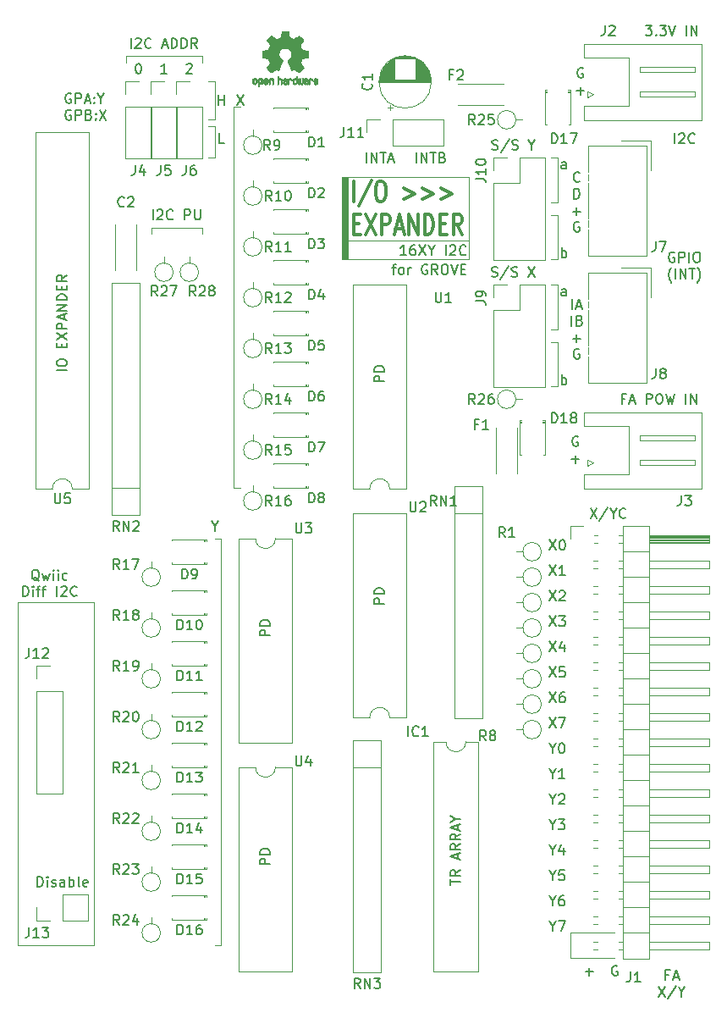
<source format=gto>
G04 #@! TF.GenerationSoftware,KiCad,Pcbnew,(5.1.5)-3*
G04 #@! TF.CreationDate,2020-04-22T00:17:02+09:00*
G04 #@! TF.ProjectId,IOExpander,494f4578-7061-46e6-9465-722e6b696361,Rev 2.1*
G04 #@! TF.SameCoordinates,Original*
G04 #@! TF.FileFunction,Legend,Top*
G04 #@! TF.FilePolarity,Positive*
%FSLAX46Y46*%
G04 Gerber Fmt 4.6, Leading zero omitted, Abs format (unit mm)*
G04 Created by KiCad (PCBNEW (5.1.5)-3) date 2020-04-22 00:17:02*
%MOMM*%
%LPD*%
G04 APERTURE LIST*
%ADD10C,0.120000*%
%ADD11C,0.150000*%
%ADD12C,0.100000*%
%ADD13C,0.300000*%
%ADD14C,0.010000*%
G04 APERTURE END LIST*
D10*
X120650000Y-175260000D02*
X125095000Y-175260000D01*
X120650000Y-172720000D02*
X120650000Y-175260000D01*
X125095000Y-172720000D02*
X120650000Y-172720000D01*
D11*
X118570476Y-143597380D02*
X119237142Y-144597380D01*
X119237142Y-143597380D02*
X118570476Y-144597380D01*
X120046666Y-143930714D02*
X120046666Y-144597380D01*
X119808571Y-143549761D02*
X119570476Y-144264047D01*
X120189523Y-144264047D01*
X118570476Y-146137380D02*
X119237142Y-147137380D01*
X119237142Y-146137380D02*
X118570476Y-147137380D01*
X120094285Y-146137380D02*
X119618095Y-146137380D01*
X119570476Y-146613571D01*
X119618095Y-146565952D01*
X119713333Y-146518333D01*
X119951428Y-146518333D01*
X120046666Y-146565952D01*
X120094285Y-146613571D01*
X120141904Y-146708809D01*
X120141904Y-146946904D01*
X120094285Y-147042142D01*
X120046666Y-147089761D01*
X119951428Y-147137380D01*
X119713333Y-147137380D01*
X119618095Y-147089761D01*
X119570476Y-147042142D01*
X118570476Y-148677380D02*
X119237142Y-149677380D01*
X119237142Y-148677380D02*
X118570476Y-149677380D01*
X120046666Y-148677380D02*
X119856190Y-148677380D01*
X119760952Y-148725000D01*
X119713333Y-148772619D01*
X119618095Y-148915476D01*
X119570476Y-149105952D01*
X119570476Y-149486904D01*
X119618095Y-149582142D01*
X119665714Y-149629761D01*
X119760952Y-149677380D01*
X119951428Y-149677380D01*
X120046666Y-149629761D01*
X120094285Y-149582142D01*
X120141904Y-149486904D01*
X120141904Y-149248809D01*
X120094285Y-149153571D01*
X120046666Y-149105952D01*
X119951428Y-149058333D01*
X119760952Y-149058333D01*
X119665714Y-149105952D01*
X119618095Y-149153571D01*
X119570476Y-149248809D01*
X118570476Y-141057380D02*
X119237142Y-142057380D01*
X119237142Y-141057380D02*
X118570476Y-142057380D01*
X119522857Y-141057380D02*
X120141904Y-141057380D01*
X119808571Y-141438333D01*
X119951428Y-141438333D01*
X120046666Y-141485952D01*
X120094285Y-141533571D01*
X120141904Y-141628809D01*
X120141904Y-141866904D01*
X120094285Y-141962142D01*
X120046666Y-142009761D01*
X119951428Y-142057380D01*
X119665714Y-142057380D01*
X119570476Y-142009761D01*
X119522857Y-141962142D01*
X118570476Y-138517380D02*
X119237142Y-139517380D01*
X119237142Y-138517380D02*
X118570476Y-139517380D01*
X119570476Y-138612619D02*
X119618095Y-138565000D01*
X119713333Y-138517380D01*
X119951428Y-138517380D01*
X120046666Y-138565000D01*
X120094285Y-138612619D01*
X120141904Y-138707857D01*
X120141904Y-138803095D01*
X120094285Y-138945952D01*
X119522857Y-139517380D01*
X120141904Y-139517380D01*
X118570476Y-135977380D02*
X119237142Y-136977380D01*
X119237142Y-135977380D02*
X118570476Y-136977380D01*
X120141904Y-136977380D02*
X119570476Y-136977380D01*
X119856190Y-136977380D02*
X119856190Y-135977380D01*
X119760952Y-136120238D01*
X119665714Y-136215476D01*
X119570476Y-136263095D01*
X118570476Y-151217380D02*
X119237142Y-152217380D01*
X119237142Y-151217380D02*
X118570476Y-152217380D01*
X119522857Y-151217380D02*
X120189523Y-151217380D01*
X119760952Y-152217380D01*
D10*
X73025000Y-139700000D02*
X65405000Y-139700000D01*
X73025000Y-173990000D02*
X73025000Y-139700000D01*
X65405000Y-173990000D02*
X73025000Y-173990000D01*
X65405000Y-139700000D02*
X65405000Y-173990000D01*
D11*
X67350000Y-168092380D02*
X67350000Y-167092380D01*
X67588095Y-167092380D01*
X67730952Y-167140000D01*
X67826190Y-167235238D01*
X67873809Y-167330476D01*
X67921428Y-167520952D01*
X67921428Y-167663809D01*
X67873809Y-167854285D01*
X67826190Y-167949523D01*
X67730952Y-168044761D01*
X67588095Y-168092380D01*
X67350000Y-168092380D01*
X68350000Y-168092380D02*
X68350000Y-167425714D01*
X68350000Y-167092380D02*
X68302380Y-167140000D01*
X68350000Y-167187619D01*
X68397619Y-167140000D01*
X68350000Y-167092380D01*
X68350000Y-167187619D01*
X68778571Y-168044761D02*
X68873809Y-168092380D01*
X69064285Y-168092380D01*
X69159523Y-168044761D01*
X69207142Y-167949523D01*
X69207142Y-167901904D01*
X69159523Y-167806666D01*
X69064285Y-167759047D01*
X68921428Y-167759047D01*
X68826190Y-167711428D01*
X68778571Y-167616190D01*
X68778571Y-167568571D01*
X68826190Y-167473333D01*
X68921428Y-167425714D01*
X69064285Y-167425714D01*
X69159523Y-167473333D01*
X70064285Y-168092380D02*
X70064285Y-167568571D01*
X70016666Y-167473333D01*
X69921428Y-167425714D01*
X69730952Y-167425714D01*
X69635714Y-167473333D01*
X70064285Y-168044761D02*
X69969047Y-168092380D01*
X69730952Y-168092380D01*
X69635714Y-168044761D01*
X69588095Y-167949523D01*
X69588095Y-167854285D01*
X69635714Y-167759047D01*
X69730952Y-167711428D01*
X69969047Y-167711428D01*
X70064285Y-167663809D01*
X70540476Y-168092380D02*
X70540476Y-167092380D01*
X70540476Y-167473333D02*
X70635714Y-167425714D01*
X70826190Y-167425714D01*
X70921428Y-167473333D01*
X70969047Y-167520952D01*
X71016666Y-167616190D01*
X71016666Y-167901904D01*
X70969047Y-167997142D01*
X70921428Y-168044761D01*
X70826190Y-168092380D01*
X70635714Y-168092380D01*
X70540476Y-168044761D01*
X71588095Y-168092380D02*
X71492857Y-168044761D01*
X71445238Y-167949523D01*
X71445238Y-167092380D01*
X72350000Y-168044761D02*
X72254761Y-168092380D01*
X72064285Y-168092380D01*
X71969047Y-168044761D01*
X71921428Y-167949523D01*
X71921428Y-167568571D01*
X71969047Y-167473333D01*
X72064285Y-167425714D01*
X72254761Y-167425714D01*
X72350000Y-167473333D01*
X72397619Y-167568571D01*
X72397619Y-167663809D01*
X71921428Y-167759047D01*
X67532380Y-137517619D02*
X67437142Y-137470000D01*
X67341904Y-137374761D01*
X67199047Y-137231904D01*
X67103809Y-137184285D01*
X67008571Y-137184285D01*
X67056190Y-137422380D02*
X66960952Y-137374761D01*
X66865714Y-137279523D01*
X66818095Y-137089047D01*
X66818095Y-136755714D01*
X66865714Y-136565238D01*
X66960952Y-136470000D01*
X67056190Y-136422380D01*
X67246666Y-136422380D01*
X67341904Y-136470000D01*
X67437142Y-136565238D01*
X67484761Y-136755714D01*
X67484761Y-137089047D01*
X67437142Y-137279523D01*
X67341904Y-137374761D01*
X67246666Y-137422380D01*
X67056190Y-137422380D01*
X67818095Y-136755714D02*
X68008571Y-137422380D01*
X68199047Y-136946190D01*
X68389523Y-137422380D01*
X68580000Y-136755714D01*
X68960952Y-137422380D02*
X68960952Y-136755714D01*
X68960952Y-136422380D02*
X68913333Y-136470000D01*
X68960952Y-136517619D01*
X69008571Y-136470000D01*
X68960952Y-136422380D01*
X68960952Y-136517619D01*
X69437142Y-137422380D02*
X69437142Y-136755714D01*
X69437142Y-136422380D02*
X69389523Y-136470000D01*
X69437142Y-136517619D01*
X69484761Y-136470000D01*
X69437142Y-136422380D01*
X69437142Y-136517619D01*
X70341904Y-137374761D02*
X70246666Y-137422380D01*
X70056190Y-137422380D01*
X69960952Y-137374761D01*
X69913333Y-137327142D01*
X69865714Y-137231904D01*
X69865714Y-136946190D01*
X69913333Y-136850952D01*
X69960952Y-136803333D01*
X70056190Y-136755714D01*
X70246666Y-136755714D01*
X70341904Y-136803333D01*
X65913333Y-139072380D02*
X65913333Y-138072380D01*
X66151428Y-138072380D01*
X66294285Y-138120000D01*
X66389523Y-138215238D01*
X66437142Y-138310476D01*
X66484761Y-138500952D01*
X66484761Y-138643809D01*
X66437142Y-138834285D01*
X66389523Y-138929523D01*
X66294285Y-139024761D01*
X66151428Y-139072380D01*
X65913333Y-139072380D01*
X66913333Y-139072380D02*
X66913333Y-138405714D01*
X66913333Y-138072380D02*
X66865714Y-138120000D01*
X66913333Y-138167619D01*
X66960952Y-138120000D01*
X66913333Y-138072380D01*
X66913333Y-138167619D01*
X67246666Y-138405714D02*
X67627619Y-138405714D01*
X67389523Y-139072380D02*
X67389523Y-138215238D01*
X67437142Y-138120000D01*
X67532380Y-138072380D01*
X67627619Y-138072380D01*
X67818095Y-138405714D02*
X68199047Y-138405714D01*
X67960952Y-139072380D02*
X67960952Y-138215238D01*
X68008571Y-138120000D01*
X68103809Y-138072380D01*
X68199047Y-138072380D01*
X69294285Y-139072380D02*
X69294285Y-138072380D01*
X69722857Y-138167619D02*
X69770476Y-138120000D01*
X69865714Y-138072380D01*
X70103809Y-138072380D01*
X70199047Y-138120000D01*
X70246666Y-138167619D01*
X70294285Y-138262857D01*
X70294285Y-138358095D01*
X70246666Y-138500952D01*
X69675238Y-139072380D01*
X70294285Y-139072380D01*
X71294285Y-138977142D02*
X71246666Y-139024761D01*
X71103809Y-139072380D01*
X71008571Y-139072380D01*
X70865714Y-139024761D01*
X70770476Y-138929523D01*
X70722857Y-138834285D01*
X70675238Y-138643809D01*
X70675238Y-138500952D01*
X70722857Y-138310476D01*
X70770476Y-138215238D01*
X70865714Y-138120000D01*
X71008571Y-138072380D01*
X71103809Y-138072380D01*
X71246666Y-138120000D01*
X71294285Y-138167619D01*
X70709404Y-88845000D02*
X70614166Y-88797380D01*
X70471309Y-88797380D01*
X70328452Y-88845000D01*
X70233214Y-88940238D01*
X70185595Y-89035476D01*
X70137976Y-89225952D01*
X70137976Y-89368809D01*
X70185595Y-89559285D01*
X70233214Y-89654523D01*
X70328452Y-89749761D01*
X70471309Y-89797380D01*
X70566547Y-89797380D01*
X70709404Y-89749761D01*
X70757023Y-89702142D01*
X70757023Y-89368809D01*
X70566547Y-89368809D01*
X71185595Y-89797380D02*
X71185595Y-88797380D01*
X71566547Y-88797380D01*
X71661785Y-88845000D01*
X71709404Y-88892619D01*
X71757023Y-88987857D01*
X71757023Y-89130714D01*
X71709404Y-89225952D01*
X71661785Y-89273571D01*
X71566547Y-89321190D01*
X71185595Y-89321190D01*
X72137976Y-89511666D02*
X72614166Y-89511666D01*
X72042738Y-89797380D02*
X72376071Y-88797380D01*
X72709404Y-89797380D01*
X73042738Y-89702142D02*
X73090357Y-89749761D01*
X73042738Y-89797380D01*
X72995119Y-89749761D01*
X73042738Y-89702142D01*
X73042738Y-89797380D01*
X73042738Y-89178333D02*
X73090357Y-89225952D01*
X73042738Y-89273571D01*
X72995119Y-89225952D01*
X73042738Y-89178333D01*
X73042738Y-89273571D01*
X73709404Y-89321190D02*
X73709404Y-89797380D01*
X73376071Y-88797380D02*
X73709404Y-89321190D01*
X74042738Y-88797380D01*
X70709404Y-90495000D02*
X70614166Y-90447380D01*
X70471309Y-90447380D01*
X70328452Y-90495000D01*
X70233214Y-90590238D01*
X70185595Y-90685476D01*
X70137976Y-90875952D01*
X70137976Y-91018809D01*
X70185595Y-91209285D01*
X70233214Y-91304523D01*
X70328452Y-91399761D01*
X70471309Y-91447380D01*
X70566547Y-91447380D01*
X70709404Y-91399761D01*
X70757023Y-91352142D01*
X70757023Y-91018809D01*
X70566547Y-91018809D01*
X71185595Y-91447380D02*
X71185595Y-90447380D01*
X71566547Y-90447380D01*
X71661785Y-90495000D01*
X71709404Y-90542619D01*
X71757023Y-90637857D01*
X71757023Y-90780714D01*
X71709404Y-90875952D01*
X71661785Y-90923571D01*
X71566547Y-90971190D01*
X71185595Y-90971190D01*
X72518928Y-90923571D02*
X72661785Y-90971190D01*
X72709404Y-91018809D01*
X72757023Y-91114047D01*
X72757023Y-91256904D01*
X72709404Y-91352142D01*
X72661785Y-91399761D01*
X72566547Y-91447380D01*
X72185595Y-91447380D01*
X72185595Y-90447380D01*
X72518928Y-90447380D01*
X72614166Y-90495000D01*
X72661785Y-90542619D01*
X72709404Y-90637857D01*
X72709404Y-90733095D01*
X72661785Y-90828333D01*
X72614166Y-90875952D01*
X72518928Y-90923571D01*
X72185595Y-90923571D01*
X73185595Y-91352142D02*
X73233214Y-91399761D01*
X73185595Y-91447380D01*
X73137976Y-91399761D01*
X73185595Y-91352142D01*
X73185595Y-91447380D01*
X73185595Y-90828333D02*
X73233214Y-90875952D01*
X73185595Y-90923571D01*
X73137976Y-90875952D01*
X73185595Y-90828333D01*
X73185595Y-90923571D01*
X73566547Y-90447380D02*
X74233214Y-91447380D01*
X74233214Y-90447380D02*
X73566547Y-91447380D01*
X121419904Y-123135000D02*
X121324666Y-123087380D01*
X121181809Y-123087380D01*
X121038952Y-123135000D01*
X120943714Y-123230238D01*
X120896095Y-123325476D01*
X120848476Y-123515952D01*
X120848476Y-123658809D01*
X120896095Y-123849285D01*
X120943714Y-123944523D01*
X121038952Y-124039761D01*
X121181809Y-124087380D01*
X121277047Y-124087380D01*
X121419904Y-124039761D01*
X121467523Y-123992142D01*
X121467523Y-123658809D01*
X121277047Y-123658809D01*
X120777047Y-125356428D02*
X121538952Y-125356428D01*
X121158000Y-125737380D02*
X121158000Y-124975476D01*
X121927904Y-86305000D02*
X121832666Y-86257380D01*
X121689809Y-86257380D01*
X121546952Y-86305000D01*
X121451714Y-86400238D01*
X121404095Y-86495476D01*
X121356476Y-86685952D01*
X121356476Y-86828809D01*
X121404095Y-87019285D01*
X121451714Y-87114523D01*
X121546952Y-87209761D01*
X121689809Y-87257380D01*
X121785047Y-87257380D01*
X121927904Y-87209761D01*
X121975523Y-87162142D01*
X121975523Y-86828809D01*
X121785047Y-86828809D01*
X121285047Y-88526428D02*
X122046952Y-88526428D01*
X121666000Y-88907380D02*
X121666000Y-88145476D01*
X105275238Y-95702380D02*
X105275238Y-94702380D01*
X105751428Y-95702380D02*
X105751428Y-94702380D01*
X106322857Y-95702380D01*
X106322857Y-94702380D01*
X106656190Y-94702380D02*
X107227619Y-94702380D01*
X106941904Y-95702380D02*
X106941904Y-94702380D01*
X107894285Y-95178571D02*
X108037142Y-95226190D01*
X108084761Y-95273809D01*
X108132380Y-95369047D01*
X108132380Y-95511904D01*
X108084761Y-95607142D01*
X108037142Y-95654761D01*
X107941904Y-95702380D01*
X107560952Y-95702380D01*
X107560952Y-94702380D01*
X107894285Y-94702380D01*
X107989523Y-94750000D01*
X108037142Y-94797619D01*
X108084761Y-94892857D01*
X108084761Y-94988095D01*
X108037142Y-95083333D01*
X107989523Y-95130952D01*
X107894285Y-95178571D01*
X107560952Y-95178571D01*
X100266666Y-95702380D02*
X100266666Y-94702380D01*
X100742857Y-95702380D02*
X100742857Y-94702380D01*
X101314285Y-95702380D01*
X101314285Y-94702380D01*
X101647619Y-94702380D02*
X102219047Y-94702380D01*
X101933333Y-95702380D02*
X101933333Y-94702380D01*
X102504761Y-95416666D02*
X102980952Y-95416666D01*
X102409523Y-95702380D02*
X102742857Y-94702380D01*
X103076190Y-95702380D01*
X120856428Y-110372380D02*
X120856428Y-109372380D01*
X121285000Y-110086666D02*
X121761190Y-110086666D01*
X121189761Y-110372380D02*
X121523095Y-109372380D01*
X121856428Y-110372380D01*
X120785000Y-112022380D02*
X120785000Y-111022380D01*
X121594523Y-111498571D02*
X121737380Y-111546190D01*
X121785000Y-111593809D01*
X121832619Y-111689047D01*
X121832619Y-111831904D01*
X121785000Y-111927142D01*
X121737380Y-111974761D01*
X121642142Y-112022380D01*
X121261190Y-112022380D01*
X121261190Y-111022380D01*
X121594523Y-111022380D01*
X121689761Y-111070000D01*
X121737380Y-111117619D01*
X121785000Y-111212857D01*
X121785000Y-111308095D01*
X121737380Y-111403333D01*
X121689761Y-111450952D01*
X121594523Y-111498571D01*
X121261190Y-111498571D01*
X120904047Y-113291428D02*
X121665952Y-113291428D01*
X121285000Y-113672380D02*
X121285000Y-112910476D01*
X121546904Y-114370000D02*
X121451666Y-114322380D01*
X121308809Y-114322380D01*
X121165952Y-114370000D01*
X121070714Y-114465238D01*
X121023095Y-114560476D01*
X120975476Y-114750952D01*
X120975476Y-114893809D01*
X121023095Y-115084285D01*
X121070714Y-115179523D01*
X121165952Y-115274761D01*
X121308809Y-115322380D01*
X121404047Y-115322380D01*
X121546904Y-115274761D01*
X121594523Y-115227142D01*
X121594523Y-114893809D01*
X121404047Y-114893809D01*
X78899047Y-101417380D02*
X78899047Y-100417380D01*
X79327619Y-100512619D02*
X79375238Y-100465000D01*
X79470476Y-100417380D01*
X79708571Y-100417380D01*
X79803809Y-100465000D01*
X79851428Y-100512619D01*
X79899047Y-100607857D01*
X79899047Y-100703095D01*
X79851428Y-100845952D01*
X79280000Y-101417380D01*
X79899047Y-101417380D01*
X80899047Y-101322142D02*
X80851428Y-101369761D01*
X80708571Y-101417380D01*
X80613333Y-101417380D01*
X80470476Y-101369761D01*
X80375238Y-101274523D01*
X80327619Y-101179285D01*
X80280000Y-100988809D01*
X80280000Y-100845952D01*
X80327619Y-100655476D01*
X80375238Y-100560238D01*
X80470476Y-100465000D01*
X80613333Y-100417380D01*
X80708571Y-100417380D01*
X80851428Y-100465000D01*
X80899047Y-100512619D01*
X82089523Y-101417380D02*
X82089523Y-100417380D01*
X82470476Y-100417380D01*
X82565714Y-100465000D01*
X82613333Y-100512619D01*
X82660952Y-100607857D01*
X82660952Y-100750714D01*
X82613333Y-100845952D01*
X82565714Y-100893571D01*
X82470476Y-100941190D01*
X82089523Y-100941190D01*
X83089523Y-100417380D02*
X83089523Y-101226904D01*
X83137142Y-101322142D01*
X83184761Y-101369761D01*
X83280000Y-101417380D01*
X83470476Y-101417380D01*
X83565714Y-101369761D01*
X83613333Y-101322142D01*
X83660952Y-101226904D01*
X83660952Y-100417380D01*
D10*
X83820000Y-102235000D02*
X83820000Y-102870000D01*
X78740000Y-102235000D02*
X83820000Y-102235000D01*
X78740000Y-102870000D02*
X78740000Y-102235000D01*
D11*
X85090000Y-132056190D02*
X85090000Y-132532380D01*
X84756666Y-131532380D02*
X85090000Y-132056190D01*
X85423333Y-131532380D01*
X87296666Y-88987380D02*
X87963333Y-89987380D01*
X87963333Y-88987380D02*
X87296666Y-89987380D01*
D10*
X86995000Y-128270000D02*
X87630000Y-128270000D01*
X86995000Y-90170000D02*
X86995000Y-128270000D01*
X87630000Y-90170000D02*
X86995000Y-90170000D01*
X85090000Y-173990000D02*
X85725000Y-173990000D01*
X85725000Y-133350000D02*
X85725000Y-173990000D01*
X85090000Y-133350000D02*
X85725000Y-133350000D01*
D11*
X118903809Y-172061190D02*
X118903809Y-172537380D01*
X118570476Y-171537380D02*
X118903809Y-172061190D01*
X119237142Y-171537380D01*
X119475238Y-171537380D02*
X120141904Y-171537380D01*
X119713333Y-172537380D01*
X118903809Y-169521190D02*
X118903809Y-169997380D01*
X118570476Y-168997380D02*
X118903809Y-169521190D01*
X119237142Y-168997380D01*
X119999047Y-168997380D02*
X119808571Y-168997380D01*
X119713333Y-169045000D01*
X119665714Y-169092619D01*
X119570476Y-169235476D01*
X119522857Y-169425952D01*
X119522857Y-169806904D01*
X119570476Y-169902142D01*
X119618095Y-169949761D01*
X119713333Y-169997380D01*
X119903809Y-169997380D01*
X119999047Y-169949761D01*
X120046666Y-169902142D01*
X120094285Y-169806904D01*
X120094285Y-169568809D01*
X120046666Y-169473571D01*
X119999047Y-169425952D01*
X119903809Y-169378333D01*
X119713333Y-169378333D01*
X119618095Y-169425952D01*
X119570476Y-169473571D01*
X119522857Y-169568809D01*
X118903809Y-166981190D02*
X118903809Y-167457380D01*
X118570476Y-166457380D02*
X118903809Y-166981190D01*
X119237142Y-166457380D01*
X120046666Y-166457380D02*
X119570476Y-166457380D01*
X119522857Y-166933571D01*
X119570476Y-166885952D01*
X119665714Y-166838333D01*
X119903809Y-166838333D01*
X119999047Y-166885952D01*
X120046666Y-166933571D01*
X120094285Y-167028809D01*
X120094285Y-167266904D01*
X120046666Y-167362142D01*
X119999047Y-167409761D01*
X119903809Y-167457380D01*
X119665714Y-167457380D01*
X119570476Y-167409761D01*
X119522857Y-167362142D01*
X118903809Y-164441190D02*
X118903809Y-164917380D01*
X118570476Y-163917380D02*
X118903809Y-164441190D01*
X119237142Y-163917380D01*
X119999047Y-164250714D02*
X119999047Y-164917380D01*
X119760952Y-163869761D02*
X119522857Y-164584047D01*
X120141904Y-164584047D01*
X118903809Y-161901190D02*
X118903809Y-162377380D01*
X118570476Y-161377380D02*
X118903809Y-161901190D01*
X119237142Y-161377380D01*
X119475238Y-161377380D02*
X120094285Y-161377380D01*
X119760952Y-161758333D01*
X119903809Y-161758333D01*
X119999047Y-161805952D01*
X120046666Y-161853571D01*
X120094285Y-161948809D01*
X120094285Y-162186904D01*
X120046666Y-162282142D01*
X119999047Y-162329761D01*
X119903809Y-162377380D01*
X119618095Y-162377380D01*
X119522857Y-162329761D01*
X119475238Y-162282142D01*
X118903809Y-159361190D02*
X118903809Y-159837380D01*
X118570476Y-158837380D02*
X118903809Y-159361190D01*
X119237142Y-158837380D01*
X119522857Y-158932619D02*
X119570476Y-158885000D01*
X119665714Y-158837380D01*
X119903809Y-158837380D01*
X119999047Y-158885000D01*
X120046666Y-158932619D01*
X120094285Y-159027857D01*
X120094285Y-159123095D01*
X120046666Y-159265952D01*
X119475238Y-159837380D01*
X120094285Y-159837380D01*
X118903809Y-156821190D02*
X118903809Y-157297380D01*
X118570476Y-156297380D02*
X118903809Y-156821190D01*
X119237142Y-156297380D01*
X120094285Y-157297380D02*
X119522857Y-157297380D01*
X119808571Y-157297380D02*
X119808571Y-156297380D01*
X119713333Y-156440238D01*
X119618095Y-156535476D01*
X119522857Y-156583095D01*
X86034523Y-93797380D02*
X85558333Y-93797380D01*
X85558333Y-92797380D01*
X85439285Y-89987380D02*
X85439285Y-88987380D01*
X85439285Y-89463571D02*
X86010714Y-89463571D01*
X86010714Y-89987380D02*
X86010714Y-88987380D01*
D10*
X85090000Y-95250000D02*
X84455000Y-95250000D01*
X85090000Y-92075000D02*
X85090000Y-95250000D01*
X84455000Y-92075000D02*
X85090000Y-92075000D01*
X85090000Y-91440000D02*
X84455000Y-91440000D01*
X85090000Y-87630000D02*
X85090000Y-91440000D01*
X84455000Y-87630000D02*
X85090000Y-87630000D01*
D11*
X102821071Y-106211714D02*
X103202023Y-106211714D01*
X102963928Y-106878380D02*
X102963928Y-106021238D01*
X103011547Y-105926000D01*
X103106785Y-105878380D01*
X103202023Y-105878380D01*
X103678214Y-106878380D02*
X103582976Y-106830761D01*
X103535357Y-106783142D01*
X103487738Y-106687904D01*
X103487738Y-106402190D01*
X103535357Y-106306952D01*
X103582976Y-106259333D01*
X103678214Y-106211714D01*
X103821071Y-106211714D01*
X103916309Y-106259333D01*
X103963928Y-106306952D01*
X104011547Y-106402190D01*
X104011547Y-106687904D01*
X103963928Y-106783142D01*
X103916309Y-106830761D01*
X103821071Y-106878380D01*
X103678214Y-106878380D01*
X104440119Y-106878380D02*
X104440119Y-106211714D01*
X104440119Y-106402190D02*
X104487738Y-106306952D01*
X104535357Y-106259333D01*
X104630595Y-106211714D01*
X104725833Y-106211714D01*
X106344880Y-105926000D02*
X106249642Y-105878380D01*
X106106785Y-105878380D01*
X105963928Y-105926000D01*
X105868690Y-106021238D01*
X105821071Y-106116476D01*
X105773452Y-106306952D01*
X105773452Y-106449809D01*
X105821071Y-106640285D01*
X105868690Y-106735523D01*
X105963928Y-106830761D01*
X106106785Y-106878380D01*
X106202023Y-106878380D01*
X106344880Y-106830761D01*
X106392500Y-106783142D01*
X106392500Y-106449809D01*
X106202023Y-106449809D01*
X107392500Y-106878380D02*
X107059166Y-106402190D01*
X106821071Y-106878380D02*
X106821071Y-105878380D01*
X107202023Y-105878380D01*
X107297261Y-105926000D01*
X107344880Y-105973619D01*
X107392500Y-106068857D01*
X107392500Y-106211714D01*
X107344880Y-106306952D01*
X107297261Y-106354571D01*
X107202023Y-106402190D01*
X106821071Y-106402190D01*
X108011547Y-105878380D02*
X108202023Y-105878380D01*
X108297261Y-105926000D01*
X108392500Y-106021238D01*
X108440119Y-106211714D01*
X108440119Y-106545047D01*
X108392500Y-106735523D01*
X108297261Y-106830761D01*
X108202023Y-106878380D01*
X108011547Y-106878380D01*
X107916309Y-106830761D01*
X107821071Y-106735523D01*
X107773452Y-106545047D01*
X107773452Y-106211714D01*
X107821071Y-106021238D01*
X107916309Y-105926000D01*
X108011547Y-105878380D01*
X108725833Y-105878380D02*
X109059166Y-106878380D01*
X109392500Y-105878380D01*
X109725833Y-106354571D02*
X110059166Y-106354571D01*
X110202023Y-106878380D02*
X109725833Y-106878380D01*
X109725833Y-105878380D01*
X110202023Y-105878380D01*
D12*
G36*
X98425000Y-105410000D02*
G01*
X97790000Y-105410000D01*
X97790000Y-97155000D01*
X98425000Y-97155000D01*
X98425000Y-105410000D01*
G37*
X98425000Y-105410000D02*
X97790000Y-105410000D01*
X97790000Y-97155000D01*
X98425000Y-97155000D01*
X98425000Y-105410000D01*
D11*
X104249642Y-104973380D02*
X103678214Y-104973380D01*
X103963928Y-104973380D02*
X103963928Y-103973380D01*
X103868690Y-104116238D01*
X103773452Y-104211476D01*
X103678214Y-104259095D01*
X105106785Y-103973380D02*
X104916309Y-103973380D01*
X104821071Y-104021000D01*
X104773452Y-104068619D01*
X104678214Y-104211476D01*
X104630595Y-104401952D01*
X104630595Y-104782904D01*
X104678214Y-104878142D01*
X104725833Y-104925761D01*
X104821071Y-104973380D01*
X105011547Y-104973380D01*
X105106785Y-104925761D01*
X105154404Y-104878142D01*
X105202023Y-104782904D01*
X105202023Y-104544809D01*
X105154404Y-104449571D01*
X105106785Y-104401952D01*
X105011547Y-104354333D01*
X104821071Y-104354333D01*
X104725833Y-104401952D01*
X104678214Y-104449571D01*
X104630595Y-104544809D01*
X105535357Y-103973380D02*
X106202023Y-104973380D01*
X106202023Y-103973380D02*
X105535357Y-104973380D01*
X106773452Y-104497190D02*
X106773452Y-104973380D01*
X106440119Y-103973380D02*
X106773452Y-104497190D01*
X107106785Y-103973380D01*
X108202023Y-104973380D02*
X108202023Y-103973380D01*
X108630595Y-104068619D02*
X108678214Y-104021000D01*
X108773452Y-103973380D01*
X109011547Y-103973380D01*
X109106785Y-104021000D01*
X109154404Y-104068619D01*
X109202023Y-104163857D01*
X109202023Y-104259095D01*
X109154404Y-104401952D01*
X108582976Y-104973380D01*
X109202023Y-104973380D01*
X110202023Y-104878142D02*
X110154404Y-104925761D01*
X110011547Y-104973380D01*
X109916309Y-104973380D01*
X109773452Y-104925761D01*
X109678214Y-104830523D01*
X109630595Y-104735285D01*
X109582976Y-104544809D01*
X109582976Y-104401952D01*
X109630595Y-104211476D01*
X109678214Y-104116238D01*
X109773452Y-104021000D01*
X109916309Y-103973380D01*
X110011547Y-103973380D01*
X110154404Y-104021000D01*
X110202023Y-104068619D01*
D10*
X98425000Y-103505000D02*
X110490000Y-103505000D01*
X110490000Y-97155000D02*
X98425000Y-97155000D01*
X110490000Y-105410000D02*
X110490000Y-97155000D01*
X98425000Y-105410000D02*
X110490000Y-105410000D01*
D13*
X98977142Y-99584761D02*
X98977142Y-97584761D01*
X100762857Y-97489523D02*
X99477142Y-100060952D01*
X101548571Y-97584761D02*
X101834285Y-97584761D01*
X101977142Y-97680000D01*
X102120000Y-97870476D01*
X102191428Y-98251428D01*
X102191428Y-98918095D01*
X102120000Y-99299047D01*
X101977142Y-99489523D01*
X101834285Y-99584761D01*
X101548571Y-99584761D01*
X101405714Y-99489523D01*
X101262857Y-99299047D01*
X101191428Y-98918095D01*
X101191428Y-98251428D01*
X101262857Y-97870476D01*
X101405714Y-97680000D01*
X101548571Y-97584761D01*
X103977142Y-98251428D02*
X105120000Y-98822857D01*
X103977142Y-99394285D01*
X105834285Y-98251428D02*
X106977142Y-98822857D01*
X105834285Y-99394285D01*
X107691428Y-98251428D02*
X108834285Y-98822857D01*
X107691428Y-99394285D01*
X98977142Y-101837142D02*
X99477142Y-101837142D01*
X99691428Y-102884761D02*
X98977142Y-102884761D01*
X98977142Y-100884761D01*
X99691428Y-100884761D01*
X100191428Y-100884761D02*
X101191428Y-102884761D01*
X101191428Y-100884761D02*
X100191428Y-102884761D01*
X101762857Y-102884761D02*
X101762857Y-100884761D01*
X102334285Y-100884761D01*
X102477142Y-100980000D01*
X102548571Y-101075238D01*
X102620000Y-101265714D01*
X102620000Y-101551428D01*
X102548571Y-101741904D01*
X102477142Y-101837142D01*
X102334285Y-101932380D01*
X101762857Y-101932380D01*
X103191428Y-102313333D02*
X103905714Y-102313333D01*
X103048571Y-102884761D02*
X103548571Y-100884761D01*
X104048571Y-102884761D01*
X104548571Y-102884761D02*
X104548571Y-100884761D01*
X105405714Y-102884761D01*
X105405714Y-100884761D01*
X106120000Y-102884761D02*
X106120000Y-100884761D01*
X106477142Y-100884761D01*
X106691428Y-100980000D01*
X106834285Y-101170476D01*
X106905714Y-101360952D01*
X106977142Y-101741904D01*
X106977142Y-102027619D01*
X106905714Y-102408571D01*
X106834285Y-102599047D01*
X106691428Y-102789523D01*
X106477142Y-102884761D01*
X106120000Y-102884761D01*
X107620000Y-101837142D02*
X108120000Y-101837142D01*
X108334285Y-102884761D02*
X107620000Y-102884761D01*
X107620000Y-100884761D01*
X108334285Y-100884761D01*
X109834285Y-102884761D02*
X109334285Y-101932380D01*
X108977142Y-102884761D02*
X108977142Y-100884761D01*
X109548571Y-100884761D01*
X109691428Y-100980000D01*
X109762857Y-101075238D01*
X109834285Y-101265714D01*
X109834285Y-101551428D01*
X109762857Y-101741904D01*
X109691428Y-101837142D01*
X109548571Y-101932380D01*
X108977142Y-101932380D01*
D11*
X70302380Y-116498095D02*
X69302380Y-116498095D01*
X69302380Y-115831428D02*
X69302380Y-115640952D01*
X69350000Y-115545714D01*
X69445238Y-115450476D01*
X69635714Y-115402857D01*
X69969047Y-115402857D01*
X70159523Y-115450476D01*
X70254761Y-115545714D01*
X70302380Y-115640952D01*
X70302380Y-115831428D01*
X70254761Y-115926666D01*
X70159523Y-116021904D01*
X69969047Y-116069523D01*
X69635714Y-116069523D01*
X69445238Y-116021904D01*
X69350000Y-115926666D01*
X69302380Y-115831428D01*
X69778571Y-114212380D02*
X69778571Y-113879047D01*
X70302380Y-113736190D02*
X70302380Y-114212380D01*
X69302380Y-114212380D01*
X69302380Y-113736190D01*
X69302380Y-113402857D02*
X70302380Y-112736190D01*
X69302380Y-112736190D02*
X70302380Y-113402857D01*
X70302380Y-112355238D02*
X69302380Y-112355238D01*
X69302380Y-111974285D01*
X69350000Y-111879047D01*
X69397619Y-111831428D01*
X69492857Y-111783809D01*
X69635714Y-111783809D01*
X69730952Y-111831428D01*
X69778571Y-111879047D01*
X69826190Y-111974285D01*
X69826190Y-112355238D01*
X70016666Y-111402857D02*
X70016666Y-110926666D01*
X70302380Y-111498095D02*
X69302380Y-111164761D01*
X70302380Y-110831428D01*
X70302380Y-110498095D02*
X69302380Y-110498095D01*
X70302380Y-109926666D01*
X69302380Y-109926666D01*
X70302380Y-109450476D02*
X69302380Y-109450476D01*
X69302380Y-109212380D01*
X69350000Y-109069523D01*
X69445238Y-108974285D01*
X69540476Y-108926666D01*
X69730952Y-108879047D01*
X69873809Y-108879047D01*
X70064285Y-108926666D01*
X70159523Y-108974285D01*
X70254761Y-109069523D01*
X70302380Y-109212380D01*
X70302380Y-109450476D01*
X69778571Y-108450476D02*
X69778571Y-108117142D01*
X70302380Y-107974285D02*
X70302380Y-108450476D01*
X69302380Y-108450476D01*
X69302380Y-107974285D01*
X70302380Y-106974285D02*
X69826190Y-107307619D01*
X70302380Y-107545714D02*
X69302380Y-107545714D01*
X69302380Y-107164761D01*
X69350000Y-107069523D01*
X69397619Y-107021904D01*
X69492857Y-106974285D01*
X69635714Y-106974285D01*
X69730952Y-107021904D01*
X69778571Y-107069523D01*
X69826190Y-107164761D01*
X69826190Y-107545714D01*
X102052380Y-117601904D02*
X101052380Y-117601904D01*
X101052380Y-117220952D01*
X101100000Y-117125714D01*
X101147619Y-117078095D01*
X101242857Y-117030476D01*
X101385714Y-117030476D01*
X101480952Y-117078095D01*
X101528571Y-117125714D01*
X101576190Y-117220952D01*
X101576190Y-117601904D01*
X102052380Y-116601904D02*
X101052380Y-116601904D01*
X101052380Y-116363809D01*
X101100000Y-116220952D01*
X101195238Y-116125714D01*
X101290476Y-116078095D01*
X101480952Y-116030476D01*
X101623809Y-116030476D01*
X101814285Y-116078095D01*
X101909523Y-116125714D01*
X102004761Y-116220952D01*
X102052380Y-116363809D01*
X102052380Y-116601904D01*
X102052380Y-139826904D02*
X101052380Y-139826904D01*
X101052380Y-139445952D01*
X101100000Y-139350714D01*
X101147619Y-139303095D01*
X101242857Y-139255476D01*
X101385714Y-139255476D01*
X101480952Y-139303095D01*
X101528571Y-139350714D01*
X101576190Y-139445952D01*
X101576190Y-139826904D01*
X102052380Y-138826904D02*
X101052380Y-138826904D01*
X101052380Y-138588809D01*
X101100000Y-138445952D01*
X101195238Y-138350714D01*
X101290476Y-138303095D01*
X101480952Y-138255476D01*
X101623809Y-138255476D01*
X101814285Y-138303095D01*
X101909523Y-138350714D01*
X102004761Y-138445952D01*
X102052380Y-138588809D01*
X102052380Y-138826904D01*
X108672380Y-167917380D02*
X108672380Y-167345952D01*
X109672380Y-167631666D02*
X108672380Y-167631666D01*
X109672380Y-166441190D02*
X109196190Y-166774523D01*
X109672380Y-167012619D02*
X108672380Y-167012619D01*
X108672380Y-166631666D01*
X108720000Y-166536428D01*
X108767619Y-166488809D01*
X108862857Y-166441190D01*
X109005714Y-166441190D01*
X109100952Y-166488809D01*
X109148571Y-166536428D01*
X109196190Y-166631666D01*
X109196190Y-167012619D01*
X109386666Y-165298333D02*
X109386666Y-164822142D01*
X109672380Y-165393571D02*
X108672380Y-165060238D01*
X109672380Y-164726904D01*
X109672380Y-163822142D02*
X109196190Y-164155476D01*
X109672380Y-164393571D02*
X108672380Y-164393571D01*
X108672380Y-164012619D01*
X108720000Y-163917380D01*
X108767619Y-163869761D01*
X108862857Y-163822142D01*
X109005714Y-163822142D01*
X109100952Y-163869761D01*
X109148571Y-163917380D01*
X109196190Y-164012619D01*
X109196190Y-164393571D01*
X109672380Y-162822142D02*
X109196190Y-163155476D01*
X109672380Y-163393571D02*
X108672380Y-163393571D01*
X108672380Y-163012619D01*
X108720000Y-162917380D01*
X108767619Y-162869761D01*
X108862857Y-162822142D01*
X109005714Y-162822142D01*
X109100952Y-162869761D01*
X109148571Y-162917380D01*
X109196190Y-163012619D01*
X109196190Y-163393571D01*
X109386666Y-162441190D02*
X109386666Y-161965000D01*
X109672380Y-162536428D02*
X108672380Y-162203095D01*
X109672380Y-161869761D01*
X109196190Y-161345952D02*
X109672380Y-161345952D01*
X108672380Y-161679285D02*
X109196190Y-161345952D01*
X108672380Y-161012619D01*
X90622380Y-165861904D02*
X89622380Y-165861904D01*
X89622380Y-165480952D01*
X89670000Y-165385714D01*
X89717619Y-165338095D01*
X89812857Y-165290476D01*
X89955714Y-165290476D01*
X90050952Y-165338095D01*
X90098571Y-165385714D01*
X90146190Y-165480952D01*
X90146190Y-165861904D01*
X90622380Y-164861904D02*
X89622380Y-164861904D01*
X89622380Y-164623809D01*
X89670000Y-164480952D01*
X89765238Y-164385714D01*
X89860476Y-164338095D01*
X90050952Y-164290476D01*
X90193809Y-164290476D01*
X90384285Y-164338095D01*
X90479523Y-164385714D01*
X90574761Y-164480952D01*
X90622380Y-164623809D01*
X90622380Y-164861904D01*
X90622380Y-143001904D02*
X89622380Y-143001904D01*
X89622380Y-142620952D01*
X89670000Y-142525714D01*
X89717619Y-142478095D01*
X89812857Y-142430476D01*
X89955714Y-142430476D01*
X90050952Y-142478095D01*
X90098571Y-142525714D01*
X90146190Y-142620952D01*
X90146190Y-143001904D01*
X90622380Y-142001904D02*
X89622380Y-142001904D01*
X89622380Y-141763809D01*
X89670000Y-141620952D01*
X89765238Y-141525714D01*
X89860476Y-141478095D01*
X90050952Y-141430476D01*
X90193809Y-141430476D01*
X90384285Y-141478095D01*
X90479523Y-141525714D01*
X90574761Y-141620952D01*
X90622380Y-141763809D01*
X90622380Y-142001904D01*
X131080000Y-104720000D02*
X130984761Y-104672380D01*
X130841904Y-104672380D01*
X130699047Y-104720000D01*
X130603809Y-104815238D01*
X130556190Y-104910476D01*
X130508571Y-105100952D01*
X130508571Y-105243809D01*
X130556190Y-105434285D01*
X130603809Y-105529523D01*
X130699047Y-105624761D01*
X130841904Y-105672380D01*
X130937142Y-105672380D01*
X131080000Y-105624761D01*
X131127619Y-105577142D01*
X131127619Y-105243809D01*
X130937142Y-105243809D01*
X131556190Y-105672380D02*
X131556190Y-104672380D01*
X131937142Y-104672380D01*
X132032380Y-104720000D01*
X132080000Y-104767619D01*
X132127619Y-104862857D01*
X132127619Y-105005714D01*
X132080000Y-105100952D01*
X132032380Y-105148571D01*
X131937142Y-105196190D01*
X131556190Y-105196190D01*
X132556190Y-105672380D02*
X132556190Y-104672380D01*
X133222857Y-104672380D02*
X133413333Y-104672380D01*
X133508571Y-104720000D01*
X133603809Y-104815238D01*
X133651428Y-105005714D01*
X133651428Y-105339047D01*
X133603809Y-105529523D01*
X133508571Y-105624761D01*
X133413333Y-105672380D01*
X133222857Y-105672380D01*
X133127619Y-105624761D01*
X133032380Y-105529523D01*
X132984761Y-105339047D01*
X132984761Y-105005714D01*
X133032380Y-104815238D01*
X133127619Y-104720000D01*
X133222857Y-104672380D01*
X130794285Y-107703333D02*
X130746666Y-107655714D01*
X130651428Y-107512857D01*
X130603809Y-107417619D01*
X130556190Y-107274761D01*
X130508571Y-107036666D01*
X130508571Y-106846190D01*
X130556190Y-106608095D01*
X130603809Y-106465238D01*
X130651428Y-106370000D01*
X130746666Y-106227142D01*
X130794285Y-106179523D01*
X131175238Y-107322380D02*
X131175238Y-106322380D01*
X131651428Y-107322380D02*
X131651428Y-106322380D01*
X132222857Y-107322380D01*
X132222857Y-106322380D01*
X132556190Y-106322380D02*
X133127619Y-106322380D01*
X132841904Y-107322380D02*
X132841904Y-106322380D01*
X133365714Y-107703333D02*
X133413333Y-107655714D01*
X133508571Y-107512857D01*
X133556190Y-107417619D01*
X133603809Y-107274761D01*
X133651428Y-107036666D01*
X133651428Y-106846190D01*
X133603809Y-106608095D01*
X133556190Y-106465238D01*
X133508571Y-106370000D01*
X133413333Y-106227142D01*
X133365714Y-106179523D01*
X131103809Y-93797380D02*
X131103809Y-92797380D01*
X131532380Y-92892619D02*
X131580000Y-92845000D01*
X131675238Y-92797380D01*
X131913333Y-92797380D01*
X132008571Y-92845000D01*
X132056190Y-92892619D01*
X132103809Y-92987857D01*
X132103809Y-93083095D01*
X132056190Y-93225952D01*
X131484761Y-93797380D01*
X132103809Y-93797380D01*
X133103809Y-93702142D02*
X133056190Y-93749761D01*
X132913333Y-93797380D01*
X132818095Y-93797380D01*
X132675238Y-93749761D01*
X132580000Y-93654523D01*
X132532380Y-93559285D01*
X132484761Y-93368809D01*
X132484761Y-93225952D01*
X132532380Y-93035476D01*
X132580000Y-92940238D01*
X132675238Y-92845000D01*
X132818095Y-92797380D01*
X132913333Y-92797380D01*
X133056190Y-92845000D01*
X133103809Y-92892619D01*
X82264285Y-85907619D02*
X82311904Y-85860000D01*
X82407142Y-85812380D01*
X82645238Y-85812380D01*
X82740476Y-85860000D01*
X82788095Y-85907619D01*
X82835714Y-86002857D01*
X82835714Y-86098095D01*
X82788095Y-86240952D01*
X82216666Y-86812380D01*
X82835714Y-86812380D01*
D10*
X83820000Y-85090000D02*
X83820000Y-85725000D01*
X76200000Y-85090000D02*
X83820000Y-85090000D01*
X76200000Y-85725000D02*
X76200000Y-85090000D01*
D11*
X77422380Y-85812380D02*
X77517619Y-85812380D01*
X77612857Y-85860000D01*
X77660476Y-85907619D01*
X77708095Y-86002857D01*
X77755714Y-86193333D01*
X77755714Y-86431428D01*
X77708095Y-86621904D01*
X77660476Y-86717142D01*
X77612857Y-86764761D01*
X77517619Y-86812380D01*
X77422380Y-86812380D01*
X77327142Y-86764761D01*
X77279523Y-86717142D01*
X77231904Y-86621904D01*
X77184285Y-86431428D01*
X77184285Y-86193333D01*
X77231904Y-86002857D01*
X77279523Y-85907619D01*
X77327142Y-85860000D01*
X77422380Y-85812380D01*
X80295714Y-86812380D02*
X79724285Y-86812380D01*
X80010000Y-86812380D02*
X80010000Y-85812380D01*
X79914761Y-85955238D01*
X79819523Y-86050476D01*
X79724285Y-86098095D01*
X76724285Y-84272380D02*
X76724285Y-83272380D01*
X77152857Y-83367619D02*
X77200476Y-83320000D01*
X77295714Y-83272380D01*
X77533809Y-83272380D01*
X77629047Y-83320000D01*
X77676666Y-83367619D01*
X77724285Y-83462857D01*
X77724285Y-83558095D01*
X77676666Y-83700952D01*
X77105238Y-84272380D01*
X77724285Y-84272380D01*
X78724285Y-84177142D02*
X78676666Y-84224761D01*
X78533809Y-84272380D01*
X78438571Y-84272380D01*
X78295714Y-84224761D01*
X78200476Y-84129523D01*
X78152857Y-84034285D01*
X78105238Y-83843809D01*
X78105238Y-83700952D01*
X78152857Y-83510476D01*
X78200476Y-83415238D01*
X78295714Y-83320000D01*
X78438571Y-83272380D01*
X78533809Y-83272380D01*
X78676666Y-83320000D01*
X78724285Y-83367619D01*
X79867142Y-83986666D02*
X80343333Y-83986666D01*
X79771904Y-84272380D02*
X80105238Y-83272380D01*
X80438571Y-84272380D01*
X80771904Y-84272380D02*
X80771904Y-83272380D01*
X81010000Y-83272380D01*
X81152857Y-83320000D01*
X81248095Y-83415238D01*
X81295714Y-83510476D01*
X81343333Y-83700952D01*
X81343333Y-83843809D01*
X81295714Y-84034285D01*
X81248095Y-84129523D01*
X81152857Y-84224761D01*
X81010000Y-84272380D01*
X80771904Y-84272380D01*
X81771904Y-84272380D02*
X81771904Y-83272380D01*
X82010000Y-83272380D01*
X82152857Y-83320000D01*
X82248095Y-83415238D01*
X82295714Y-83510476D01*
X82343333Y-83700952D01*
X82343333Y-83843809D01*
X82295714Y-84034285D01*
X82248095Y-84129523D01*
X82152857Y-84224761D01*
X82010000Y-84272380D01*
X81771904Y-84272380D01*
X83343333Y-84272380D02*
X83010000Y-83796190D01*
X82771904Y-84272380D02*
X82771904Y-83272380D01*
X83152857Y-83272380D01*
X83248095Y-83320000D01*
X83295714Y-83367619D01*
X83343333Y-83462857D01*
X83343333Y-83605714D01*
X83295714Y-83700952D01*
X83248095Y-83748571D01*
X83152857Y-83796190D01*
X82771904Y-83796190D01*
X119800714Y-117927380D02*
X119800714Y-116927380D01*
X119800714Y-117308333D02*
X119895952Y-117260714D01*
X120086428Y-117260714D01*
X120181666Y-117308333D01*
X120229285Y-117355952D01*
X120276904Y-117451190D01*
X120276904Y-117736904D01*
X120229285Y-117832142D01*
X120181666Y-117879761D01*
X120086428Y-117927380D01*
X119895952Y-117927380D01*
X119800714Y-117879761D01*
X120229285Y-109037380D02*
X120229285Y-108513571D01*
X120181666Y-108418333D01*
X120086428Y-108370714D01*
X119895952Y-108370714D01*
X119800714Y-108418333D01*
X120229285Y-108989761D02*
X120134047Y-109037380D01*
X119895952Y-109037380D01*
X119800714Y-108989761D01*
X119753095Y-108894523D01*
X119753095Y-108799285D01*
X119800714Y-108704047D01*
X119895952Y-108656428D01*
X120134047Y-108656428D01*
X120229285Y-108608809D01*
D10*
X118745000Y-118110000D02*
X119380000Y-118110000D01*
X119380000Y-107950000D02*
X119380000Y-112395000D01*
X118745000Y-107950000D02*
X119380000Y-107950000D01*
X119380000Y-118110000D02*
X119380000Y-113665000D01*
X119380000Y-112395000D02*
X118745000Y-112395000D01*
X118745000Y-113665000D02*
X119380000Y-113665000D01*
D11*
X119800714Y-105227380D02*
X119800714Y-104227380D01*
X119800714Y-104608333D02*
X119895952Y-104560714D01*
X120086428Y-104560714D01*
X120181666Y-104608333D01*
X120229285Y-104655952D01*
X120276904Y-104751190D01*
X120276904Y-105036904D01*
X120229285Y-105132142D01*
X120181666Y-105179761D01*
X120086428Y-105227380D01*
X119895952Y-105227380D01*
X119800714Y-105179761D01*
D10*
X119380000Y-105410000D02*
X119380000Y-100965000D01*
X118745000Y-105410000D02*
X119380000Y-105410000D01*
X118745000Y-100965000D02*
X119380000Y-100965000D01*
X119380000Y-99695000D02*
X118745000Y-99695000D01*
X119380000Y-95250000D02*
X119380000Y-99695000D01*
X118745000Y-95250000D02*
X119380000Y-95250000D01*
D11*
X120229285Y-96337380D02*
X120229285Y-95813571D01*
X120181666Y-95718333D01*
X120086428Y-95670714D01*
X119895952Y-95670714D01*
X119800714Y-95718333D01*
X120229285Y-96289761D02*
X120134047Y-96337380D01*
X119895952Y-96337380D01*
X119800714Y-96289761D01*
X119753095Y-96194523D01*
X119753095Y-96099285D01*
X119800714Y-96004047D01*
X119895952Y-95956428D01*
X120134047Y-95956428D01*
X120229285Y-95908809D01*
X130524285Y-176903571D02*
X130190952Y-176903571D01*
X130190952Y-177427380D02*
X130190952Y-176427380D01*
X130667142Y-176427380D01*
X131000476Y-177141666D02*
X131476666Y-177141666D01*
X130905238Y-177427380D02*
X131238571Y-176427380D01*
X131571904Y-177427380D01*
X129524285Y-178077380D02*
X130190952Y-179077380D01*
X130190952Y-178077380D02*
X129524285Y-179077380D01*
X131286190Y-178029761D02*
X130429047Y-179315476D01*
X131810000Y-178601190D02*
X131810000Y-179077380D01*
X131476666Y-178077380D02*
X131810000Y-178601190D01*
X132143333Y-178077380D01*
X126135238Y-119308571D02*
X125801904Y-119308571D01*
X125801904Y-119832380D02*
X125801904Y-118832380D01*
X126278095Y-118832380D01*
X126611428Y-119546666D02*
X127087619Y-119546666D01*
X126516190Y-119832380D02*
X126849523Y-118832380D01*
X127182857Y-119832380D01*
X128278095Y-119832380D02*
X128278095Y-118832380D01*
X128659047Y-118832380D01*
X128754285Y-118880000D01*
X128801904Y-118927619D01*
X128849523Y-119022857D01*
X128849523Y-119165714D01*
X128801904Y-119260952D01*
X128754285Y-119308571D01*
X128659047Y-119356190D01*
X128278095Y-119356190D01*
X129468571Y-118832380D02*
X129659047Y-118832380D01*
X129754285Y-118880000D01*
X129849523Y-118975238D01*
X129897142Y-119165714D01*
X129897142Y-119499047D01*
X129849523Y-119689523D01*
X129754285Y-119784761D01*
X129659047Y-119832380D01*
X129468571Y-119832380D01*
X129373333Y-119784761D01*
X129278095Y-119689523D01*
X129230476Y-119499047D01*
X129230476Y-119165714D01*
X129278095Y-118975238D01*
X129373333Y-118880000D01*
X129468571Y-118832380D01*
X130230476Y-118832380D02*
X130468571Y-119832380D01*
X130659047Y-119118095D01*
X130849523Y-119832380D01*
X131087619Y-118832380D01*
X132230476Y-119832380D02*
X132230476Y-118832380D01*
X132706666Y-119832380D02*
X132706666Y-118832380D01*
X133278095Y-119832380D01*
X133278095Y-118832380D01*
X128190952Y-82002380D02*
X128810000Y-82002380D01*
X128476666Y-82383333D01*
X128619523Y-82383333D01*
X128714761Y-82430952D01*
X128762380Y-82478571D01*
X128810000Y-82573809D01*
X128810000Y-82811904D01*
X128762380Y-82907142D01*
X128714761Y-82954761D01*
X128619523Y-83002380D01*
X128333809Y-83002380D01*
X128238571Y-82954761D01*
X128190952Y-82907142D01*
X129238571Y-82907142D02*
X129286190Y-82954761D01*
X129238571Y-83002380D01*
X129190952Y-82954761D01*
X129238571Y-82907142D01*
X129238571Y-83002380D01*
X129619523Y-82002380D02*
X130238571Y-82002380D01*
X129905238Y-82383333D01*
X130048095Y-82383333D01*
X130143333Y-82430952D01*
X130190952Y-82478571D01*
X130238571Y-82573809D01*
X130238571Y-82811904D01*
X130190952Y-82907142D01*
X130143333Y-82954761D01*
X130048095Y-83002380D01*
X129762380Y-83002380D01*
X129667142Y-82954761D01*
X129619523Y-82907142D01*
X130524285Y-82002380D02*
X130857619Y-83002380D01*
X131190952Y-82002380D01*
X132286190Y-83002380D02*
X132286190Y-82002380D01*
X132762380Y-83002380D02*
X132762380Y-82002380D01*
X133333809Y-83002380D01*
X133333809Y-82002380D01*
X112792142Y-107084761D02*
X112935000Y-107132380D01*
X113173095Y-107132380D01*
X113268333Y-107084761D01*
X113315952Y-107037142D01*
X113363571Y-106941904D01*
X113363571Y-106846666D01*
X113315952Y-106751428D01*
X113268333Y-106703809D01*
X113173095Y-106656190D01*
X112982619Y-106608571D01*
X112887380Y-106560952D01*
X112839761Y-106513333D01*
X112792142Y-106418095D01*
X112792142Y-106322857D01*
X112839761Y-106227619D01*
X112887380Y-106180000D01*
X112982619Y-106132380D01*
X113220714Y-106132380D01*
X113363571Y-106180000D01*
X114506428Y-106084761D02*
X113649285Y-107370476D01*
X114792142Y-107084761D02*
X114935000Y-107132380D01*
X115173095Y-107132380D01*
X115268333Y-107084761D01*
X115315952Y-107037142D01*
X115363571Y-106941904D01*
X115363571Y-106846666D01*
X115315952Y-106751428D01*
X115268333Y-106703809D01*
X115173095Y-106656190D01*
X114982619Y-106608571D01*
X114887380Y-106560952D01*
X114839761Y-106513333D01*
X114792142Y-106418095D01*
X114792142Y-106322857D01*
X114839761Y-106227619D01*
X114887380Y-106180000D01*
X114982619Y-106132380D01*
X115220714Y-106132380D01*
X115363571Y-106180000D01*
X116458809Y-106132380D02*
X117125476Y-107132380D01*
X117125476Y-106132380D02*
X116458809Y-107132380D01*
X112839761Y-94384761D02*
X112982619Y-94432380D01*
X113220714Y-94432380D01*
X113315952Y-94384761D01*
X113363571Y-94337142D01*
X113411190Y-94241904D01*
X113411190Y-94146666D01*
X113363571Y-94051428D01*
X113315952Y-94003809D01*
X113220714Y-93956190D01*
X113030238Y-93908571D01*
X112935000Y-93860952D01*
X112887380Y-93813333D01*
X112839761Y-93718095D01*
X112839761Y-93622857D01*
X112887380Y-93527619D01*
X112935000Y-93480000D01*
X113030238Y-93432380D01*
X113268333Y-93432380D01*
X113411190Y-93480000D01*
X114554047Y-93384761D02*
X113696904Y-94670476D01*
X114839761Y-94384761D02*
X114982619Y-94432380D01*
X115220714Y-94432380D01*
X115315952Y-94384761D01*
X115363571Y-94337142D01*
X115411190Y-94241904D01*
X115411190Y-94146666D01*
X115363571Y-94051428D01*
X115315952Y-94003809D01*
X115220714Y-93956190D01*
X115030238Y-93908571D01*
X114935000Y-93860952D01*
X114887380Y-93813333D01*
X114839761Y-93718095D01*
X114839761Y-93622857D01*
X114887380Y-93527619D01*
X114935000Y-93480000D01*
X115030238Y-93432380D01*
X115268333Y-93432380D01*
X115411190Y-93480000D01*
X116792142Y-93956190D02*
X116792142Y-94432380D01*
X116458809Y-93432380D02*
X116792142Y-93956190D01*
X117125476Y-93432380D01*
X125356904Y-176030000D02*
X125261666Y-175982380D01*
X125118809Y-175982380D01*
X124975952Y-176030000D01*
X124880714Y-176125238D01*
X124833095Y-176220476D01*
X124785476Y-176410952D01*
X124785476Y-176553809D01*
X124833095Y-176744285D01*
X124880714Y-176839523D01*
X124975952Y-176934761D01*
X125118809Y-176982380D01*
X125214047Y-176982380D01*
X125356904Y-176934761D01*
X125404523Y-176887142D01*
X125404523Y-176553809D01*
X125214047Y-176553809D01*
X122174047Y-176601428D02*
X122935952Y-176601428D01*
X122555000Y-176982380D02*
X122555000Y-176220476D01*
X118903809Y-154281190D02*
X118903809Y-154757380D01*
X118570476Y-153757380D02*
X118903809Y-154281190D01*
X119237142Y-153757380D01*
X119760952Y-153757380D02*
X119856190Y-153757380D01*
X119951428Y-153805000D01*
X119999047Y-153852619D01*
X120046666Y-153947857D01*
X120094285Y-154138333D01*
X120094285Y-154376428D01*
X120046666Y-154566904D01*
X119999047Y-154662142D01*
X119951428Y-154709761D01*
X119856190Y-154757380D01*
X119760952Y-154757380D01*
X119665714Y-154709761D01*
X119618095Y-154662142D01*
X119570476Y-154566904D01*
X119522857Y-154376428D01*
X119522857Y-154138333D01*
X119570476Y-153947857D01*
X119618095Y-153852619D01*
X119665714Y-153805000D01*
X119760952Y-153757380D01*
X121594523Y-97577142D02*
X121546904Y-97624761D01*
X121404047Y-97672380D01*
X121308809Y-97672380D01*
X121165952Y-97624761D01*
X121070714Y-97529523D01*
X121023095Y-97434285D01*
X120975476Y-97243809D01*
X120975476Y-97100952D01*
X121023095Y-96910476D01*
X121070714Y-96815238D01*
X121165952Y-96720000D01*
X121308809Y-96672380D01*
X121404047Y-96672380D01*
X121546904Y-96720000D01*
X121594523Y-96767619D01*
X121023095Y-99322380D02*
X121023095Y-98322380D01*
X121261190Y-98322380D01*
X121404047Y-98370000D01*
X121499285Y-98465238D01*
X121546904Y-98560476D01*
X121594523Y-98750952D01*
X121594523Y-98893809D01*
X121546904Y-99084285D01*
X121499285Y-99179523D01*
X121404047Y-99274761D01*
X121261190Y-99322380D01*
X121023095Y-99322380D01*
X120904047Y-100591428D02*
X121665952Y-100591428D01*
X121285000Y-100972380D02*
X121285000Y-100210476D01*
X121546904Y-101670000D02*
X121451666Y-101622380D01*
X121308809Y-101622380D01*
X121165952Y-101670000D01*
X121070714Y-101765238D01*
X121023095Y-101860476D01*
X120975476Y-102050952D01*
X120975476Y-102193809D01*
X121023095Y-102384285D01*
X121070714Y-102479523D01*
X121165952Y-102574761D01*
X121308809Y-102622380D01*
X121404047Y-102622380D01*
X121546904Y-102574761D01*
X121594523Y-102527142D01*
X121594523Y-102193809D01*
X121404047Y-102193809D01*
X122674285Y-130262380D02*
X123340952Y-131262380D01*
X123340952Y-130262380D02*
X122674285Y-131262380D01*
X124436190Y-130214761D02*
X123579047Y-131500476D01*
X124960000Y-130786190D02*
X124960000Y-131262380D01*
X124626666Y-130262380D02*
X124960000Y-130786190D01*
X125293333Y-130262380D01*
X126198095Y-131167142D02*
X126150476Y-131214761D01*
X126007619Y-131262380D01*
X125912380Y-131262380D01*
X125769523Y-131214761D01*
X125674285Y-131119523D01*
X125626666Y-131024285D01*
X125579047Y-130833809D01*
X125579047Y-130690952D01*
X125626666Y-130500476D01*
X125674285Y-130405238D01*
X125769523Y-130310000D01*
X125912380Y-130262380D01*
X126007619Y-130262380D01*
X126150476Y-130310000D01*
X126198095Y-130357619D01*
X118570476Y-133437380D02*
X119237142Y-134437380D01*
X119237142Y-133437380D02*
X118570476Y-134437380D01*
X119808571Y-133437380D02*
X119903809Y-133437380D01*
X119999047Y-133485000D01*
X120046666Y-133532619D01*
X120094285Y-133627857D01*
X120141904Y-133818333D01*
X120141904Y-134056428D01*
X120094285Y-134246904D01*
X120046666Y-134342142D01*
X119999047Y-134389761D01*
X119903809Y-134437380D01*
X119808571Y-134437380D01*
X119713333Y-134389761D01*
X119665714Y-134342142D01*
X119618095Y-134246904D01*
X119570476Y-134056428D01*
X119570476Y-133818333D01*
X119618095Y-133627857D01*
X119665714Y-133532619D01*
X119713333Y-133485000D01*
X119808571Y-133437380D01*
D10*
X115760000Y-121720000D02*
X115580000Y-121720000D01*
X118100000Y-121720000D02*
X117920000Y-121720000D01*
X115760000Y-121600000D02*
X115580000Y-121600000D01*
X118100000Y-121600000D02*
X117920000Y-121600000D01*
X115745000Y-124900000D02*
X115580000Y-124900000D01*
X118100000Y-124900000D02*
X117935000Y-124900000D01*
X115760000Y-121480000D02*
X115580000Y-121480000D01*
X118100000Y-121480000D02*
X117920000Y-121480000D01*
X115580000Y-121480000D02*
X115580000Y-124900000D01*
X118100000Y-121480000D02*
X118100000Y-124900000D01*
X67250000Y-171510000D02*
X67250000Y-170180000D01*
X68580000Y-171510000D02*
X67250000Y-171510000D01*
X69850000Y-171510000D02*
X69850000Y-168850000D01*
X69850000Y-168850000D02*
X72450000Y-168850000D01*
X69850000Y-171510000D02*
X72450000Y-171510000D01*
X72450000Y-171510000D02*
X72450000Y-168850000D01*
X67250000Y-145990000D02*
X68580000Y-145990000D01*
X67250000Y-147320000D02*
X67250000Y-145990000D01*
X67250000Y-148590000D02*
X69910000Y-148590000D01*
X69910000Y-148590000D02*
X69910000Y-158810000D01*
X67250000Y-148590000D02*
X67250000Y-158810000D01*
X67250000Y-158810000D02*
X69910000Y-158810000D01*
X100270000Y-92710000D02*
X100270000Y-91380000D01*
X100270000Y-91380000D02*
X101600000Y-91380000D01*
X102870000Y-91380000D02*
X108010000Y-91380000D01*
X108010000Y-94040000D02*
X108010000Y-91380000D01*
X102870000Y-94040000D02*
X108010000Y-94040000D01*
X102870000Y-94040000D02*
X102870000Y-91380000D01*
X77255000Y-101910000D02*
X77270000Y-101910000D01*
X75130000Y-101910000D02*
X75145000Y-101910000D01*
X77255000Y-106450000D02*
X77270000Y-106450000D01*
X75130000Y-106450000D02*
X75145000Y-106450000D01*
X77270000Y-106450000D02*
X77270000Y-101910000D01*
X75130000Y-106450000D02*
X75130000Y-101910000D01*
X82550000Y-105760000D02*
X82550000Y-105140000D01*
X83470000Y-106680000D02*
G75*
G03X83470000Y-106680000I-920000J0D01*
G01*
X80010000Y-105760000D02*
X80010000Y-105140000D01*
X80930000Y-106680000D02*
G75*
G03X80930000Y-106680000I-920000J0D01*
G01*
X92820000Y-133290000D02*
X91170000Y-133290000D01*
X92820000Y-153730000D02*
X92820000Y-133290000D01*
X87520000Y-153730000D02*
X92820000Y-153730000D01*
X87520000Y-133290000D02*
X87520000Y-153730000D01*
X89170000Y-133290000D02*
X87520000Y-133290000D01*
X91170000Y-133290000D02*
G75*
G02X89170000Y-133290000I-1000000J0D01*
G01*
X102415000Y-90204775D02*
X102915000Y-90204775D01*
X102665000Y-90454775D02*
X102665000Y-89954775D01*
X103856000Y-85049000D02*
X104424000Y-85049000D01*
X103622000Y-85089000D02*
X104658000Y-85089000D01*
X103463000Y-85129000D02*
X104817000Y-85129000D01*
X103335000Y-85169000D02*
X104945000Y-85169000D01*
X103225000Y-85209000D02*
X105055000Y-85209000D01*
X103129000Y-85249000D02*
X105151000Y-85249000D01*
X103042000Y-85289000D02*
X105238000Y-85289000D01*
X102962000Y-85329000D02*
X105318000Y-85329000D01*
X105180000Y-85369000D02*
X105391000Y-85369000D01*
X102889000Y-85369000D02*
X103100000Y-85369000D01*
X105180000Y-85409000D02*
X105459000Y-85409000D01*
X102821000Y-85409000D02*
X103100000Y-85409000D01*
X105180000Y-85449000D02*
X105523000Y-85449000D01*
X102757000Y-85449000D02*
X103100000Y-85449000D01*
X105180000Y-85489000D02*
X105583000Y-85489000D01*
X102697000Y-85489000D02*
X103100000Y-85489000D01*
X105180000Y-85529000D02*
X105640000Y-85529000D01*
X102640000Y-85529000D02*
X103100000Y-85529000D01*
X105180000Y-85569000D02*
X105694000Y-85569000D01*
X102586000Y-85569000D02*
X103100000Y-85569000D01*
X105180000Y-85609000D02*
X105745000Y-85609000D01*
X102535000Y-85609000D02*
X103100000Y-85609000D01*
X105180000Y-85649000D02*
X105793000Y-85649000D01*
X102487000Y-85649000D02*
X103100000Y-85649000D01*
X105180000Y-85689000D02*
X105839000Y-85689000D01*
X102441000Y-85689000D02*
X103100000Y-85689000D01*
X105180000Y-85729000D02*
X105883000Y-85729000D01*
X102397000Y-85729000D02*
X103100000Y-85729000D01*
X105180000Y-85769000D02*
X105925000Y-85769000D01*
X102355000Y-85769000D02*
X103100000Y-85769000D01*
X105180000Y-85809000D02*
X105966000Y-85809000D01*
X102314000Y-85809000D02*
X103100000Y-85809000D01*
X105180000Y-85849000D02*
X106004000Y-85849000D01*
X102276000Y-85849000D02*
X103100000Y-85849000D01*
X105180000Y-85889000D02*
X106041000Y-85889000D01*
X102239000Y-85889000D02*
X103100000Y-85889000D01*
X105180000Y-85929000D02*
X106077000Y-85929000D01*
X102203000Y-85929000D02*
X103100000Y-85929000D01*
X105180000Y-85969000D02*
X106111000Y-85969000D01*
X102169000Y-85969000D02*
X103100000Y-85969000D01*
X105180000Y-86009000D02*
X106144000Y-86009000D01*
X102136000Y-86009000D02*
X103100000Y-86009000D01*
X105180000Y-86049000D02*
X106175000Y-86049000D01*
X102105000Y-86049000D02*
X103100000Y-86049000D01*
X105180000Y-86089000D02*
X106205000Y-86089000D01*
X102075000Y-86089000D02*
X103100000Y-86089000D01*
X105180000Y-86129000D02*
X106235000Y-86129000D01*
X102045000Y-86129000D02*
X103100000Y-86129000D01*
X105180000Y-86169000D02*
X106262000Y-86169000D01*
X102018000Y-86169000D02*
X103100000Y-86169000D01*
X105180000Y-86209000D02*
X106289000Y-86209000D01*
X101991000Y-86209000D02*
X103100000Y-86209000D01*
X105180000Y-86249000D02*
X106315000Y-86249000D01*
X101965000Y-86249000D02*
X103100000Y-86249000D01*
X105180000Y-86289000D02*
X106340000Y-86289000D01*
X101940000Y-86289000D02*
X103100000Y-86289000D01*
X105180000Y-86329000D02*
X106364000Y-86329000D01*
X101916000Y-86329000D02*
X103100000Y-86329000D01*
X105180000Y-86369000D02*
X106387000Y-86369000D01*
X101893000Y-86369000D02*
X103100000Y-86369000D01*
X105180000Y-86409000D02*
X106408000Y-86409000D01*
X101872000Y-86409000D02*
X103100000Y-86409000D01*
X105180000Y-86449000D02*
X106430000Y-86449000D01*
X101850000Y-86449000D02*
X103100000Y-86449000D01*
X105180000Y-86489000D02*
X106450000Y-86489000D01*
X101830000Y-86489000D02*
X103100000Y-86489000D01*
X105180000Y-86529000D02*
X106469000Y-86529000D01*
X101811000Y-86529000D02*
X103100000Y-86529000D01*
X105180000Y-86569000D02*
X106488000Y-86569000D01*
X101792000Y-86569000D02*
X103100000Y-86569000D01*
X105180000Y-86609000D02*
X106505000Y-86609000D01*
X101775000Y-86609000D02*
X103100000Y-86609000D01*
X105180000Y-86649000D02*
X106522000Y-86649000D01*
X101758000Y-86649000D02*
X103100000Y-86649000D01*
X105180000Y-86689000D02*
X106538000Y-86689000D01*
X101742000Y-86689000D02*
X103100000Y-86689000D01*
X105180000Y-86729000D02*
X106554000Y-86729000D01*
X101726000Y-86729000D02*
X103100000Y-86729000D01*
X105180000Y-86769000D02*
X106568000Y-86769000D01*
X101712000Y-86769000D02*
X103100000Y-86769000D01*
X105180000Y-86809000D02*
X106582000Y-86809000D01*
X101698000Y-86809000D02*
X103100000Y-86809000D01*
X105180000Y-86849000D02*
X106595000Y-86849000D01*
X101685000Y-86849000D02*
X103100000Y-86849000D01*
X105180000Y-86889000D02*
X106608000Y-86889000D01*
X101672000Y-86889000D02*
X103100000Y-86889000D01*
X105180000Y-86929000D02*
X106620000Y-86929000D01*
X101660000Y-86929000D02*
X103100000Y-86929000D01*
X105180000Y-86970000D02*
X106631000Y-86970000D01*
X101649000Y-86970000D02*
X103100000Y-86970000D01*
X105180000Y-87010000D02*
X106641000Y-87010000D01*
X101639000Y-87010000D02*
X103100000Y-87010000D01*
X105180000Y-87050000D02*
X106651000Y-87050000D01*
X101629000Y-87050000D02*
X103100000Y-87050000D01*
X105180000Y-87090000D02*
X106660000Y-87090000D01*
X101620000Y-87090000D02*
X103100000Y-87090000D01*
X105180000Y-87130000D02*
X106668000Y-87130000D01*
X101612000Y-87130000D02*
X103100000Y-87130000D01*
X105180000Y-87170000D02*
X106676000Y-87170000D01*
X101604000Y-87170000D02*
X103100000Y-87170000D01*
X105180000Y-87210000D02*
X106683000Y-87210000D01*
X101597000Y-87210000D02*
X103100000Y-87210000D01*
X105180000Y-87250000D02*
X106690000Y-87250000D01*
X101590000Y-87250000D02*
X103100000Y-87250000D01*
X105180000Y-87290000D02*
X106696000Y-87290000D01*
X101584000Y-87290000D02*
X103100000Y-87290000D01*
X105180000Y-87330000D02*
X106701000Y-87330000D01*
X101579000Y-87330000D02*
X103100000Y-87330000D01*
X105180000Y-87370000D02*
X106705000Y-87370000D01*
X101575000Y-87370000D02*
X103100000Y-87370000D01*
X105180000Y-87410000D02*
X106709000Y-87410000D01*
X101571000Y-87410000D02*
X103100000Y-87410000D01*
X101567000Y-87450000D02*
X106713000Y-87450000D01*
X101564000Y-87490000D02*
X106716000Y-87490000D01*
X101562000Y-87530000D02*
X106718000Y-87530000D01*
X101561000Y-87570000D02*
X106719000Y-87570000D01*
X101560000Y-87610000D02*
X106720000Y-87610000D01*
X101560000Y-87650000D02*
X106720000Y-87650000D01*
X106760000Y-87650000D02*
G75*
G03X106760000Y-87650000I-2620000J0D01*
G01*
X118300000Y-88700000D02*
X118120000Y-88700000D01*
X120640000Y-88700000D02*
X120460000Y-88700000D01*
X118300000Y-88580000D02*
X118120000Y-88580000D01*
X120640000Y-88580000D02*
X120460000Y-88580000D01*
X118285000Y-91880000D02*
X118120000Y-91880000D01*
X120640000Y-91880000D02*
X120475000Y-91880000D01*
X118300000Y-88460000D02*
X118120000Y-88460000D01*
X120640000Y-88460000D02*
X120460000Y-88460000D01*
X118120000Y-88460000D02*
X118120000Y-91880000D01*
X120640000Y-88460000D02*
X120640000Y-91880000D01*
D14*
G36*
X92223910Y-82582348D02*
G01*
X92302454Y-82582778D01*
X92359298Y-82583942D01*
X92398105Y-82586207D01*
X92422538Y-82589940D01*
X92436262Y-82595506D01*
X92442940Y-82603273D01*
X92446236Y-82613605D01*
X92446556Y-82614943D01*
X92451562Y-82639079D01*
X92460829Y-82686701D01*
X92473392Y-82752741D01*
X92488287Y-82832128D01*
X92504551Y-82919796D01*
X92505119Y-82922875D01*
X92521410Y-83008789D01*
X92536652Y-83084696D01*
X92549861Y-83146045D01*
X92560054Y-83188282D01*
X92566248Y-83206855D01*
X92566543Y-83207184D01*
X92584788Y-83216253D01*
X92622405Y-83231367D01*
X92671271Y-83249262D01*
X92671543Y-83249358D01*
X92733093Y-83272493D01*
X92805657Y-83301965D01*
X92874057Y-83331597D01*
X92877294Y-83333062D01*
X92988702Y-83383626D01*
X93235399Y-83215160D01*
X93311077Y-83163803D01*
X93379631Y-83117889D01*
X93437088Y-83080030D01*
X93479476Y-83052837D01*
X93502825Y-83038921D01*
X93505042Y-83037889D01*
X93522010Y-83042484D01*
X93553701Y-83064655D01*
X93601352Y-83105447D01*
X93666198Y-83165905D01*
X93732397Y-83230227D01*
X93796214Y-83293612D01*
X93853329Y-83351451D01*
X93900305Y-83400175D01*
X93933703Y-83436210D01*
X93950085Y-83455984D01*
X93950694Y-83457002D01*
X93952505Y-83470572D01*
X93945683Y-83492733D01*
X93928540Y-83526478D01*
X93899393Y-83574800D01*
X93856555Y-83640692D01*
X93799448Y-83725517D01*
X93748766Y-83800177D01*
X93703461Y-83867140D01*
X93666150Y-83922516D01*
X93639452Y-83962420D01*
X93625985Y-83982962D01*
X93625137Y-83984356D01*
X93626781Y-84004038D01*
X93639245Y-84042293D01*
X93660048Y-84091889D01*
X93667462Y-84107728D01*
X93699814Y-84178290D01*
X93734328Y-84258353D01*
X93762365Y-84327629D01*
X93782568Y-84379045D01*
X93798615Y-84418119D01*
X93807888Y-84438541D01*
X93809041Y-84440114D01*
X93826096Y-84442721D01*
X93866298Y-84449863D01*
X93924302Y-84460523D01*
X93994763Y-84473685D01*
X94072335Y-84488333D01*
X94151672Y-84503449D01*
X94227431Y-84518018D01*
X94294264Y-84531022D01*
X94346828Y-84541445D01*
X94379776Y-84548270D01*
X94387857Y-84550199D01*
X94396205Y-84554962D01*
X94402506Y-84565718D01*
X94407045Y-84586098D01*
X94410104Y-84619734D01*
X94411967Y-84670255D01*
X94412918Y-84741292D01*
X94413240Y-84836476D01*
X94413257Y-84875492D01*
X94413257Y-85192799D01*
X94337057Y-85207839D01*
X94294663Y-85215995D01*
X94231400Y-85227899D01*
X94154962Y-85242116D01*
X94073043Y-85257210D01*
X94050400Y-85261355D01*
X93974806Y-85276053D01*
X93908953Y-85290505D01*
X93858366Y-85303375D01*
X93828574Y-85313322D01*
X93823612Y-85316287D01*
X93811426Y-85337283D01*
X93793953Y-85377967D01*
X93774577Y-85430322D01*
X93770734Y-85441600D01*
X93745339Y-85511523D01*
X93713817Y-85590418D01*
X93682969Y-85661266D01*
X93682817Y-85661595D01*
X93631447Y-85772733D01*
X93800399Y-86021253D01*
X93969352Y-86269772D01*
X93752429Y-86487058D01*
X93686819Y-86551726D01*
X93626979Y-86608733D01*
X93576267Y-86655033D01*
X93538046Y-86687584D01*
X93515675Y-86703343D01*
X93512466Y-86704343D01*
X93493626Y-86696469D01*
X93455180Y-86674578D01*
X93401330Y-86641267D01*
X93336276Y-86599131D01*
X93265940Y-86551943D01*
X93194555Y-86503810D01*
X93130908Y-86461928D01*
X93079041Y-86428871D01*
X93042995Y-86407218D01*
X93026867Y-86399543D01*
X93007189Y-86406037D01*
X92969875Y-86423150D01*
X92922621Y-86447326D01*
X92917612Y-86450013D01*
X92853977Y-86481927D01*
X92810341Y-86497579D01*
X92783202Y-86497745D01*
X92769057Y-86483204D01*
X92768975Y-86483000D01*
X92761905Y-86465779D01*
X92745042Y-86424899D01*
X92719695Y-86363525D01*
X92687171Y-86284819D01*
X92648778Y-86191947D01*
X92605822Y-86088072D01*
X92564222Y-85987502D01*
X92518504Y-85876516D01*
X92476526Y-85773703D01*
X92439548Y-85682215D01*
X92408827Y-85605201D01*
X92385622Y-85545815D01*
X92371190Y-85507209D01*
X92366743Y-85492800D01*
X92377896Y-85476272D01*
X92407069Y-85449930D01*
X92445971Y-85420887D01*
X92556757Y-85329039D01*
X92643351Y-85223759D01*
X92704716Y-85107266D01*
X92739815Y-84981776D01*
X92747608Y-84849507D01*
X92741943Y-84788457D01*
X92711078Y-84661795D01*
X92657920Y-84549941D01*
X92585767Y-84454001D01*
X92497917Y-84375076D01*
X92397665Y-84314270D01*
X92288310Y-84272687D01*
X92173147Y-84251428D01*
X92055475Y-84251599D01*
X91938590Y-84274301D01*
X91825789Y-84320638D01*
X91720369Y-84391713D01*
X91676368Y-84431911D01*
X91591979Y-84535129D01*
X91533222Y-84647925D01*
X91499704Y-84767010D01*
X91491035Y-84889095D01*
X91506823Y-85010893D01*
X91546678Y-85129116D01*
X91610207Y-85240475D01*
X91697021Y-85341684D01*
X91794029Y-85420887D01*
X91834437Y-85451162D01*
X91862982Y-85477219D01*
X91873257Y-85492825D01*
X91867877Y-85509843D01*
X91852575Y-85550500D01*
X91828612Y-85611642D01*
X91797244Y-85690119D01*
X91759732Y-85782780D01*
X91717333Y-85886472D01*
X91675663Y-85987526D01*
X91629690Y-86098607D01*
X91587107Y-86201541D01*
X91549221Y-86293165D01*
X91517340Y-86370316D01*
X91492771Y-86429831D01*
X91476820Y-86468544D01*
X91470910Y-86483000D01*
X91456948Y-86497685D01*
X91429940Y-86497642D01*
X91386413Y-86482099D01*
X91322890Y-86450284D01*
X91322388Y-86450013D01*
X91274560Y-86425323D01*
X91235897Y-86407338D01*
X91214095Y-86399614D01*
X91213133Y-86399543D01*
X91196721Y-86407378D01*
X91160487Y-86429165D01*
X91108474Y-86462328D01*
X91044725Y-86504291D01*
X90974060Y-86551943D01*
X90902116Y-86600191D01*
X90837274Y-86642151D01*
X90783735Y-86675227D01*
X90745697Y-86696821D01*
X90727533Y-86704343D01*
X90710808Y-86694457D01*
X90677180Y-86666826D01*
X90630010Y-86624495D01*
X90572658Y-86570505D01*
X90508484Y-86507899D01*
X90487497Y-86486983D01*
X90270499Y-86269623D01*
X90435668Y-86027220D01*
X90485864Y-85952781D01*
X90529919Y-85885972D01*
X90565362Y-85830665D01*
X90589719Y-85790729D01*
X90600522Y-85770036D01*
X90600838Y-85768563D01*
X90595143Y-85749058D01*
X90579826Y-85709822D01*
X90557537Y-85657430D01*
X90541893Y-85622355D01*
X90512641Y-85555201D01*
X90485094Y-85487358D01*
X90463737Y-85430034D01*
X90457935Y-85412572D01*
X90441452Y-85365938D01*
X90425340Y-85329905D01*
X90416490Y-85316287D01*
X90396960Y-85307952D01*
X90354334Y-85296137D01*
X90294145Y-85282181D01*
X90221922Y-85267422D01*
X90189600Y-85261355D01*
X90107522Y-85246273D01*
X90028795Y-85231669D01*
X89961109Y-85218980D01*
X89912160Y-85209642D01*
X89902943Y-85207839D01*
X89826743Y-85192799D01*
X89826743Y-84875492D01*
X89826914Y-84771154D01*
X89827616Y-84692213D01*
X89829134Y-84635038D01*
X89831749Y-84595999D01*
X89835746Y-84571465D01*
X89841409Y-84557805D01*
X89849020Y-84551389D01*
X89852143Y-84550199D01*
X89870978Y-84545980D01*
X89912588Y-84537562D01*
X89971630Y-84525961D01*
X90042757Y-84512195D01*
X90120625Y-84497280D01*
X90199887Y-84482232D01*
X90275198Y-84468069D01*
X90341213Y-84455806D01*
X90392587Y-84446461D01*
X90423975Y-84441050D01*
X90430959Y-84440114D01*
X90437285Y-84427596D01*
X90451290Y-84394246D01*
X90470355Y-84346377D01*
X90477634Y-84327629D01*
X90506996Y-84255195D01*
X90541571Y-84175170D01*
X90572537Y-84107728D01*
X90595323Y-84056159D01*
X90610482Y-84013785D01*
X90615542Y-83987834D01*
X90614736Y-83984356D01*
X90604041Y-83967936D01*
X90579620Y-83931417D01*
X90544095Y-83878687D01*
X90500087Y-83813635D01*
X90450217Y-83740151D01*
X90440356Y-83725645D01*
X90382492Y-83639704D01*
X90339956Y-83574261D01*
X90311054Y-83526304D01*
X90294090Y-83492820D01*
X90287367Y-83470795D01*
X90289190Y-83457217D01*
X90289236Y-83457131D01*
X90303586Y-83439297D01*
X90335323Y-83404817D01*
X90381010Y-83357268D01*
X90437204Y-83300222D01*
X90500468Y-83237255D01*
X90507602Y-83230227D01*
X90587330Y-83153020D01*
X90648857Y-83096330D01*
X90693421Y-83059110D01*
X90722257Y-83040315D01*
X90734958Y-83037889D01*
X90753494Y-83048471D01*
X90791961Y-83072916D01*
X90846386Y-83108612D01*
X90912798Y-83152947D01*
X90987225Y-83203311D01*
X91004601Y-83215160D01*
X91251297Y-83383626D01*
X91362706Y-83333062D01*
X91430457Y-83303595D01*
X91503183Y-83273959D01*
X91565703Y-83250330D01*
X91568457Y-83249358D01*
X91617360Y-83231457D01*
X91655057Y-83216320D01*
X91673425Y-83207210D01*
X91673456Y-83207184D01*
X91679285Y-83190717D01*
X91689192Y-83150219D01*
X91702195Y-83090242D01*
X91717309Y-83015340D01*
X91733552Y-82930064D01*
X91734881Y-82922875D01*
X91751175Y-82835014D01*
X91766133Y-82755260D01*
X91778791Y-82688681D01*
X91788186Y-82640347D01*
X91793354Y-82615325D01*
X91793444Y-82614943D01*
X91796589Y-82604299D01*
X91802704Y-82596262D01*
X91815453Y-82590467D01*
X91838500Y-82586547D01*
X91875509Y-82584135D01*
X91930144Y-82582865D01*
X92006067Y-82582371D01*
X92106944Y-82582286D01*
X92120000Y-82582286D01*
X92223910Y-82582348D01*
G37*
X92223910Y-82582348D02*
X92302454Y-82582778D01*
X92359298Y-82583942D01*
X92398105Y-82586207D01*
X92422538Y-82589940D01*
X92436262Y-82595506D01*
X92442940Y-82603273D01*
X92446236Y-82613605D01*
X92446556Y-82614943D01*
X92451562Y-82639079D01*
X92460829Y-82686701D01*
X92473392Y-82752741D01*
X92488287Y-82832128D01*
X92504551Y-82919796D01*
X92505119Y-82922875D01*
X92521410Y-83008789D01*
X92536652Y-83084696D01*
X92549861Y-83146045D01*
X92560054Y-83188282D01*
X92566248Y-83206855D01*
X92566543Y-83207184D01*
X92584788Y-83216253D01*
X92622405Y-83231367D01*
X92671271Y-83249262D01*
X92671543Y-83249358D01*
X92733093Y-83272493D01*
X92805657Y-83301965D01*
X92874057Y-83331597D01*
X92877294Y-83333062D01*
X92988702Y-83383626D01*
X93235399Y-83215160D01*
X93311077Y-83163803D01*
X93379631Y-83117889D01*
X93437088Y-83080030D01*
X93479476Y-83052837D01*
X93502825Y-83038921D01*
X93505042Y-83037889D01*
X93522010Y-83042484D01*
X93553701Y-83064655D01*
X93601352Y-83105447D01*
X93666198Y-83165905D01*
X93732397Y-83230227D01*
X93796214Y-83293612D01*
X93853329Y-83351451D01*
X93900305Y-83400175D01*
X93933703Y-83436210D01*
X93950085Y-83455984D01*
X93950694Y-83457002D01*
X93952505Y-83470572D01*
X93945683Y-83492733D01*
X93928540Y-83526478D01*
X93899393Y-83574800D01*
X93856555Y-83640692D01*
X93799448Y-83725517D01*
X93748766Y-83800177D01*
X93703461Y-83867140D01*
X93666150Y-83922516D01*
X93639452Y-83962420D01*
X93625985Y-83982962D01*
X93625137Y-83984356D01*
X93626781Y-84004038D01*
X93639245Y-84042293D01*
X93660048Y-84091889D01*
X93667462Y-84107728D01*
X93699814Y-84178290D01*
X93734328Y-84258353D01*
X93762365Y-84327629D01*
X93782568Y-84379045D01*
X93798615Y-84418119D01*
X93807888Y-84438541D01*
X93809041Y-84440114D01*
X93826096Y-84442721D01*
X93866298Y-84449863D01*
X93924302Y-84460523D01*
X93994763Y-84473685D01*
X94072335Y-84488333D01*
X94151672Y-84503449D01*
X94227431Y-84518018D01*
X94294264Y-84531022D01*
X94346828Y-84541445D01*
X94379776Y-84548270D01*
X94387857Y-84550199D01*
X94396205Y-84554962D01*
X94402506Y-84565718D01*
X94407045Y-84586098D01*
X94410104Y-84619734D01*
X94411967Y-84670255D01*
X94412918Y-84741292D01*
X94413240Y-84836476D01*
X94413257Y-84875492D01*
X94413257Y-85192799D01*
X94337057Y-85207839D01*
X94294663Y-85215995D01*
X94231400Y-85227899D01*
X94154962Y-85242116D01*
X94073043Y-85257210D01*
X94050400Y-85261355D01*
X93974806Y-85276053D01*
X93908953Y-85290505D01*
X93858366Y-85303375D01*
X93828574Y-85313322D01*
X93823612Y-85316287D01*
X93811426Y-85337283D01*
X93793953Y-85377967D01*
X93774577Y-85430322D01*
X93770734Y-85441600D01*
X93745339Y-85511523D01*
X93713817Y-85590418D01*
X93682969Y-85661266D01*
X93682817Y-85661595D01*
X93631447Y-85772733D01*
X93800399Y-86021253D01*
X93969352Y-86269772D01*
X93752429Y-86487058D01*
X93686819Y-86551726D01*
X93626979Y-86608733D01*
X93576267Y-86655033D01*
X93538046Y-86687584D01*
X93515675Y-86703343D01*
X93512466Y-86704343D01*
X93493626Y-86696469D01*
X93455180Y-86674578D01*
X93401330Y-86641267D01*
X93336276Y-86599131D01*
X93265940Y-86551943D01*
X93194555Y-86503810D01*
X93130908Y-86461928D01*
X93079041Y-86428871D01*
X93042995Y-86407218D01*
X93026867Y-86399543D01*
X93007189Y-86406037D01*
X92969875Y-86423150D01*
X92922621Y-86447326D01*
X92917612Y-86450013D01*
X92853977Y-86481927D01*
X92810341Y-86497579D01*
X92783202Y-86497745D01*
X92769057Y-86483204D01*
X92768975Y-86483000D01*
X92761905Y-86465779D01*
X92745042Y-86424899D01*
X92719695Y-86363525D01*
X92687171Y-86284819D01*
X92648778Y-86191947D01*
X92605822Y-86088072D01*
X92564222Y-85987502D01*
X92518504Y-85876516D01*
X92476526Y-85773703D01*
X92439548Y-85682215D01*
X92408827Y-85605201D01*
X92385622Y-85545815D01*
X92371190Y-85507209D01*
X92366743Y-85492800D01*
X92377896Y-85476272D01*
X92407069Y-85449930D01*
X92445971Y-85420887D01*
X92556757Y-85329039D01*
X92643351Y-85223759D01*
X92704716Y-85107266D01*
X92739815Y-84981776D01*
X92747608Y-84849507D01*
X92741943Y-84788457D01*
X92711078Y-84661795D01*
X92657920Y-84549941D01*
X92585767Y-84454001D01*
X92497917Y-84375076D01*
X92397665Y-84314270D01*
X92288310Y-84272687D01*
X92173147Y-84251428D01*
X92055475Y-84251599D01*
X91938590Y-84274301D01*
X91825789Y-84320638D01*
X91720369Y-84391713D01*
X91676368Y-84431911D01*
X91591979Y-84535129D01*
X91533222Y-84647925D01*
X91499704Y-84767010D01*
X91491035Y-84889095D01*
X91506823Y-85010893D01*
X91546678Y-85129116D01*
X91610207Y-85240475D01*
X91697021Y-85341684D01*
X91794029Y-85420887D01*
X91834437Y-85451162D01*
X91862982Y-85477219D01*
X91873257Y-85492825D01*
X91867877Y-85509843D01*
X91852575Y-85550500D01*
X91828612Y-85611642D01*
X91797244Y-85690119D01*
X91759732Y-85782780D01*
X91717333Y-85886472D01*
X91675663Y-85987526D01*
X91629690Y-86098607D01*
X91587107Y-86201541D01*
X91549221Y-86293165D01*
X91517340Y-86370316D01*
X91492771Y-86429831D01*
X91476820Y-86468544D01*
X91470910Y-86483000D01*
X91456948Y-86497685D01*
X91429940Y-86497642D01*
X91386413Y-86482099D01*
X91322890Y-86450284D01*
X91322388Y-86450013D01*
X91274560Y-86425323D01*
X91235897Y-86407338D01*
X91214095Y-86399614D01*
X91213133Y-86399543D01*
X91196721Y-86407378D01*
X91160487Y-86429165D01*
X91108474Y-86462328D01*
X91044725Y-86504291D01*
X90974060Y-86551943D01*
X90902116Y-86600191D01*
X90837274Y-86642151D01*
X90783735Y-86675227D01*
X90745697Y-86696821D01*
X90727533Y-86704343D01*
X90710808Y-86694457D01*
X90677180Y-86666826D01*
X90630010Y-86624495D01*
X90572658Y-86570505D01*
X90508484Y-86507899D01*
X90487497Y-86486983D01*
X90270499Y-86269623D01*
X90435668Y-86027220D01*
X90485864Y-85952781D01*
X90529919Y-85885972D01*
X90565362Y-85830665D01*
X90589719Y-85790729D01*
X90600522Y-85770036D01*
X90600838Y-85768563D01*
X90595143Y-85749058D01*
X90579826Y-85709822D01*
X90557537Y-85657430D01*
X90541893Y-85622355D01*
X90512641Y-85555201D01*
X90485094Y-85487358D01*
X90463737Y-85430034D01*
X90457935Y-85412572D01*
X90441452Y-85365938D01*
X90425340Y-85329905D01*
X90416490Y-85316287D01*
X90396960Y-85307952D01*
X90354334Y-85296137D01*
X90294145Y-85282181D01*
X90221922Y-85267422D01*
X90189600Y-85261355D01*
X90107522Y-85246273D01*
X90028795Y-85231669D01*
X89961109Y-85218980D01*
X89912160Y-85209642D01*
X89902943Y-85207839D01*
X89826743Y-85192799D01*
X89826743Y-84875492D01*
X89826914Y-84771154D01*
X89827616Y-84692213D01*
X89829134Y-84635038D01*
X89831749Y-84595999D01*
X89835746Y-84571465D01*
X89841409Y-84557805D01*
X89849020Y-84551389D01*
X89852143Y-84550199D01*
X89870978Y-84545980D01*
X89912588Y-84537562D01*
X89971630Y-84525961D01*
X90042757Y-84512195D01*
X90120625Y-84497280D01*
X90199887Y-84482232D01*
X90275198Y-84468069D01*
X90341213Y-84455806D01*
X90392587Y-84446461D01*
X90423975Y-84441050D01*
X90430959Y-84440114D01*
X90437285Y-84427596D01*
X90451290Y-84394246D01*
X90470355Y-84346377D01*
X90477634Y-84327629D01*
X90506996Y-84255195D01*
X90541571Y-84175170D01*
X90572537Y-84107728D01*
X90595323Y-84056159D01*
X90610482Y-84013785D01*
X90615542Y-83987834D01*
X90614736Y-83984356D01*
X90604041Y-83967936D01*
X90579620Y-83931417D01*
X90544095Y-83878687D01*
X90500087Y-83813635D01*
X90450217Y-83740151D01*
X90440356Y-83725645D01*
X90382492Y-83639704D01*
X90339956Y-83574261D01*
X90311054Y-83526304D01*
X90294090Y-83492820D01*
X90287367Y-83470795D01*
X90289190Y-83457217D01*
X90289236Y-83457131D01*
X90303586Y-83439297D01*
X90335323Y-83404817D01*
X90381010Y-83357268D01*
X90437204Y-83300222D01*
X90500468Y-83237255D01*
X90507602Y-83230227D01*
X90587330Y-83153020D01*
X90648857Y-83096330D01*
X90693421Y-83059110D01*
X90722257Y-83040315D01*
X90734958Y-83037889D01*
X90753494Y-83048471D01*
X90791961Y-83072916D01*
X90846386Y-83108612D01*
X90912798Y-83152947D01*
X90987225Y-83203311D01*
X91004601Y-83215160D01*
X91251297Y-83383626D01*
X91362706Y-83333062D01*
X91430457Y-83303595D01*
X91503183Y-83273959D01*
X91565703Y-83250330D01*
X91568457Y-83249358D01*
X91617360Y-83231457D01*
X91655057Y-83216320D01*
X91673425Y-83207210D01*
X91673456Y-83207184D01*
X91679285Y-83190717D01*
X91689192Y-83150219D01*
X91702195Y-83090242D01*
X91717309Y-83015340D01*
X91733552Y-82930064D01*
X91734881Y-82922875D01*
X91751175Y-82835014D01*
X91766133Y-82755260D01*
X91778791Y-82688681D01*
X91788186Y-82640347D01*
X91793354Y-82615325D01*
X91793444Y-82614943D01*
X91796589Y-82604299D01*
X91802704Y-82596262D01*
X91815453Y-82590467D01*
X91838500Y-82586547D01*
X91875509Y-82584135D01*
X91930144Y-82582865D01*
X92006067Y-82582371D01*
X92106944Y-82582286D01*
X92120000Y-82582286D01*
X92223910Y-82582348D01*
G36*
X95273595Y-87306966D02*
G01*
X95331021Y-87344497D01*
X95358719Y-87378096D01*
X95380662Y-87439064D01*
X95382405Y-87487308D01*
X95378457Y-87551816D01*
X95229686Y-87616934D01*
X95157349Y-87650202D01*
X95110084Y-87676964D01*
X95085507Y-87700144D01*
X95081237Y-87722667D01*
X95094889Y-87747455D01*
X95109943Y-87763886D01*
X95153746Y-87790235D01*
X95201389Y-87792081D01*
X95245145Y-87771546D01*
X95277289Y-87730752D01*
X95283038Y-87716347D01*
X95310576Y-87671356D01*
X95342258Y-87652182D01*
X95385714Y-87635779D01*
X95385714Y-87697966D01*
X95381872Y-87740283D01*
X95366823Y-87775969D01*
X95335280Y-87816943D01*
X95330592Y-87822267D01*
X95295506Y-87858720D01*
X95265347Y-87878283D01*
X95227615Y-87887283D01*
X95196335Y-87890230D01*
X95140385Y-87890965D01*
X95100555Y-87881660D01*
X95075708Y-87867846D01*
X95036656Y-87837467D01*
X95009625Y-87804613D01*
X94992517Y-87763294D01*
X94983238Y-87707521D01*
X94979693Y-87631305D01*
X94979410Y-87592622D01*
X94980372Y-87546247D01*
X95068007Y-87546247D01*
X95069023Y-87571126D01*
X95071556Y-87575200D01*
X95088274Y-87569665D01*
X95124249Y-87555017D01*
X95172331Y-87534190D01*
X95182386Y-87529714D01*
X95243152Y-87498814D01*
X95276632Y-87471657D01*
X95283990Y-87446220D01*
X95266391Y-87420481D01*
X95251856Y-87409109D01*
X95199410Y-87386364D01*
X95150322Y-87390122D01*
X95109227Y-87417884D01*
X95080758Y-87467152D01*
X95071631Y-87506257D01*
X95068007Y-87546247D01*
X94980372Y-87546247D01*
X94981285Y-87502249D01*
X94988196Y-87435384D01*
X95001884Y-87386695D01*
X95024096Y-87350849D01*
X95056574Y-87322513D01*
X95070733Y-87313355D01*
X95135053Y-87289507D01*
X95205473Y-87288006D01*
X95273595Y-87306966D01*
G37*
X95273595Y-87306966D02*
X95331021Y-87344497D01*
X95358719Y-87378096D01*
X95380662Y-87439064D01*
X95382405Y-87487308D01*
X95378457Y-87551816D01*
X95229686Y-87616934D01*
X95157349Y-87650202D01*
X95110084Y-87676964D01*
X95085507Y-87700144D01*
X95081237Y-87722667D01*
X95094889Y-87747455D01*
X95109943Y-87763886D01*
X95153746Y-87790235D01*
X95201389Y-87792081D01*
X95245145Y-87771546D01*
X95277289Y-87730752D01*
X95283038Y-87716347D01*
X95310576Y-87671356D01*
X95342258Y-87652182D01*
X95385714Y-87635779D01*
X95385714Y-87697966D01*
X95381872Y-87740283D01*
X95366823Y-87775969D01*
X95335280Y-87816943D01*
X95330592Y-87822267D01*
X95295506Y-87858720D01*
X95265347Y-87878283D01*
X95227615Y-87887283D01*
X95196335Y-87890230D01*
X95140385Y-87890965D01*
X95100555Y-87881660D01*
X95075708Y-87867846D01*
X95036656Y-87837467D01*
X95009625Y-87804613D01*
X94992517Y-87763294D01*
X94983238Y-87707521D01*
X94979693Y-87631305D01*
X94979410Y-87592622D01*
X94980372Y-87546247D01*
X95068007Y-87546247D01*
X95069023Y-87571126D01*
X95071556Y-87575200D01*
X95088274Y-87569665D01*
X95124249Y-87555017D01*
X95172331Y-87534190D01*
X95182386Y-87529714D01*
X95243152Y-87498814D01*
X95276632Y-87471657D01*
X95283990Y-87446220D01*
X95266391Y-87420481D01*
X95251856Y-87409109D01*
X95199410Y-87386364D01*
X95150322Y-87390122D01*
X95109227Y-87417884D01*
X95080758Y-87467152D01*
X95071631Y-87506257D01*
X95068007Y-87546247D01*
X94980372Y-87546247D01*
X94981285Y-87502249D01*
X94988196Y-87435384D01*
X95001884Y-87386695D01*
X95024096Y-87350849D01*
X95056574Y-87322513D01*
X95070733Y-87313355D01*
X95135053Y-87289507D01*
X95205473Y-87288006D01*
X95273595Y-87306966D01*
G36*
X94772600Y-87298752D02*
G01*
X94789948Y-87306334D01*
X94831356Y-87339128D01*
X94866765Y-87386547D01*
X94888664Y-87437151D01*
X94892229Y-87462098D01*
X94880279Y-87496927D01*
X94854067Y-87515357D01*
X94825964Y-87526516D01*
X94813095Y-87528572D01*
X94806829Y-87513649D01*
X94794456Y-87481175D01*
X94789028Y-87466502D01*
X94758590Y-87415744D01*
X94714520Y-87390427D01*
X94658010Y-87391206D01*
X94653825Y-87392203D01*
X94623655Y-87406507D01*
X94601476Y-87434393D01*
X94586327Y-87479287D01*
X94577250Y-87544615D01*
X94573286Y-87633804D01*
X94572914Y-87681261D01*
X94572730Y-87756071D01*
X94571522Y-87807069D01*
X94568309Y-87839471D01*
X94562109Y-87858495D01*
X94551940Y-87869356D01*
X94536819Y-87877272D01*
X94535946Y-87877670D01*
X94506828Y-87889981D01*
X94492403Y-87894514D01*
X94490186Y-87880809D01*
X94488289Y-87842925D01*
X94486847Y-87785715D01*
X94485998Y-87714027D01*
X94485829Y-87661565D01*
X94486692Y-87560047D01*
X94490070Y-87483032D01*
X94497142Y-87426023D01*
X94509088Y-87384526D01*
X94527090Y-87354043D01*
X94552327Y-87330080D01*
X94577247Y-87313355D01*
X94637171Y-87291097D01*
X94706911Y-87286076D01*
X94772600Y-87298752D01*
G37*
X94772600Y-87298752D02*
X94789948Y-87306334D01*
X94831356Y-87339128D01*
X94866765Y-87386547D01*
X94888664Y-87437151D01*
X94892229Y-87462098D01*
X94880279Y-87496927D01*
X94854067Y-87515357D01*
X94825964Y-87526516D01*
X94813095Y-87528572D01*
X94806829Y-87513649D01*
X94794456Y-87481175D01*
X94789028Y-87466502D01*
X94758590Y-87415744D01*
X94714520Y-87390427D01*
X94658010Y-87391206D01*
X94653825Y-87392203D01*
X94623655Y-87406507D01*
X94601476Y-87434393D01*
X94586327Y-87479287D01*
X94577250Y-87544615D01*
X94573286Y-87633804D01*
X94572914Y-87681261D01*
X94572730Y-87756071D01*
X94571522Y-87807069D01*
X94568309Y-87839471D01*
X94562109Y-87858495D01*
X94551940Y-87869356D01*
X94536819Y-87877272D01*
X94535946Y-87877670D01*
X94506828Y-87889981D01*
X94492403Y-87894514D01*
X94490186Y-87880809D01*
X94488289Y-87842925D01*
X94486847Y-87785715D01*
X94485998Y-87714027D01*
X94485829Y-87661565D01*
X94486692Y-87560047D01*
X94490070Y-87483032D01*
X94497142Y-87426023D01*
X94509088Y-87384526D01*
X94527090Y-87354043D01*
X94552327Y-87330080D01*
X94577247Y-87313355D01*
X94637171Y-87291097D01*
X94706911Y-87286076D01*
X94772600Y-87298752D01*
G36*
X94264876Y-87296335D02*
G01*
X94306667Y-87315344D01*
X94339469Y-87338378D01*
X94363503Y-87364133D01*
X94380097Y-87397358D01*
X94390577Y-87442800D01*
X94396271Y-87505207D01*
X94398507Y-87589327D01*
X94398743Y-87644721D01*
X94398743Y-87860826D01*
X94361774Y-87877670D01*
X94332656Y-87889981D01*
X94318231Y-87894514D01*
X94315472Y-87881025D01*
X94313282Y-87844653D01*
X94311942Y-87791542D01*
X94311657Y-87749372D01*
X94310434Y-87688447D01*
X94307136Y-87640115D01*
X94302321Y-87610518D01*
X94298496Y-87604229D01*
X94272783Y-87610652D01*
X94232418Y-87627125D01*
X94185679Y-87649458D01*
X94140845Y-87673457D01*
X94106193Y-87694930D01*
X94090002Y-87709685D01*
X94089938Y-87709845D01*
X94091330Y-87737152D01*
X94103818Y-87763219D01*
X94125743Y-87784392D01*
X94157743Y-87791474D01*
X94185092Y-87790649D01*
X94223826Y-87790042D01*
X94244158Y-87799116D01*
X94256369Y-87823092D01*
X94257909Y-87827613D01*
X94263203Y-87861806D01*
X94249047Y-87882568D01*
X94212148Y-87892462D01*
X94172289Y-87894292D01*
X94100562Y-87880727D01*
X94063432Y-87861355D01*
X94017576Y-87815845D01*
X93993256Y-87759983D01*
X93991073Y-87700957D01*
X94011629Y-87645953D01*
X94042549Y-87611486D01*
X94073420Y-87592189D01*
X94121942Y-87567759D01*
X94178485Y-87542985D01*
X94187910Y-87539199D01*
X94250019Y-87511791D01*
X94285822Y-87487634D01*
X94297337Y-87463619D01*
X94286580Y-87436635D01*
X94268114Y-87415543D01*
X94224469Y-87389572D01*
X94176446Y-87387624D01*
X94132406Y-87407637D01*
X94100709Y-87447551D01*
X94096549Y-87457848D01*
X94072327Y-87495724D01*
X94036965Y-87523842D01*
X93992343Y-87546917D01*
X93992343Y-87481485D01*
X93994969Y-87441506D01*
X94006230Y-87409997D01*
X94031199Y-87376378D01*
X94055169Y-87350484D01*
X94092441Y-87313817D01*
X94121401Y-87294121D01*
X94152505Y-87286220D01*
X94187713Y-87284914D01*
X94264876Y-87296335D01*
G37*
X94264876Y-87296335D02*
X94306667Y-87315344D01*
X94339469Y-87338378D01*
X94363503Y-87364133D01*
X94380097Y-87397358D01*
X94390577Y-87442800D01*
X94396271Y-87505207D01*
X94398507Y-87589327D01*
X94398743Y-87644721D01*
X94398743Y-87860826D01*
X94361774Y-87877670D01*
X94332656Y-87889981D01*
X94318231Y-87894514D01*
X94315472Y-87881025D01*
X94313282Y-87844653D01*
X94311942Y-87791542D01*
X94311657Y-87749372D01*
X94310434Y-87688447D01*
X94307136Y-87640115D01*
X94302321Y-87610518D01*
X94298496Y-87604229D01*
X94272783Y-87610652D01*
X94232418Y-87627125D01*
X94185679Y-87649458D01*
X94140845Y-87673457D01*
X94106193Y-87694930D01*
X94090002Y-87709685D01*
X94089938Y-87709845D01*
X94091330Y-87737152D01*
X94103818Y-87763219D01*
X94125743Y-87784392D01*
X94157743Y-87791474D01*
X94185092Y-87790649D01*
X94223826Y-87790042D01*
X94244158Y-87799116D01*
X94256369Y-87823092D01*
X94257909Y-87827613D01*
X94263203Y-87861806D01*
X94249047Y-87882568D01*
X94212148Y-87892462D01*
X94172289Y-87894292D01*
X94100562Y-87880727D01*
X94063432Y-87861355D01*
X94017576Y-87815845D01*
X93993256Y-87759983D01*
X93991073Y-87700957D01*
X94011629Y-87645953D01*
X94042549Y-87611486D01*
X94073420Y-87592189D01*
X94121942Y-87567759D01*
X94178485Y-87542985D01*
X94187910Y-87539199D01*
X94250019Y-87511791D01*
X94285822Y-87487634D01*
X94297337Y-87463619D01*
X94286580Y-87436635D01*
X94268114Y-87415543D01*
X94224469Y-87389572D01*
X94176446Y-87387624D01*
X94132406Y-87407637D01*
X94100709Y-87447551D01*
X94096549Y-87457848D01*
X94072327Y-87495724D01*
X94036965Y-87523842D01*
X93992343Y-87546917D01*
X93992343Y-87481485D01*
X93994969Y-87441506D01*
X94006230Y-87409997D01*
X94031199Y-87376378D01*
X94055169Y-87350484D01*
X94092441Y-87313817D01*
X94121401Y-87294121D01*
X94152505Y-87286220D01*
X94187713Y-87284914D01*
X94264876Y-87296335D01*
G36*
X93899833Y-87298663D02*
G01*
X93902048Y-87336850D01*
X93903784Y-87394886D01*
X93904899Y-87468180D01*
X93905257Y-87545055D01*
X93905257Y-87805196D01*
X93859326Y-87851127D01*
X93827675Y-87879429D01*
X93799890Y-87890893D01*
X93761915Y-87890168D01*
X93746840Y-87888321D01*
X93699726Y-87882948D01*
X93660756Y-87879869D01*
X93651257Y-87879585D01*
X93619233Y-87881445D01*
X93573432Y-87886114D01*
X93555674Y-87888321D01*
X93512057Y-87891735D01*
X93482745Y-87884320D01*
X93453680Y-87861427D01*
X93443188Y-87851127D01*
X93397257Y-87805196D01*
X93397257Y-87318602D01*
X93434226Y-87301758D01*
X93466059Y-87289282D01*
X93484683Y-87284914D01*
X93489458Y-87298718D01*
X93493921Y-87337286D01*
X93497775Y-87396356D01*
X93500722Y-87471663D01*
X93502143Y-87535286D01*
X93506114Y-87785657D01*
X93540759Y-87790556D01*
X93572268Y-87787131D01*
X93587708Y-87776041D01*
X93592023Y-87755308D01*
X93595708Y-87711145D01*
X93598469Y-87649146D01*
X93600012Y-87574909D01*
X93600235Y-87536706D01*
X93600457Y-87316783D01*
X93646166Y-87300849D01*
X93678518Y-87290015D01*
X93696115Y-87284962D01*
X93696623Y-87284914D01*
X93698388Y-87298648D01*
X93700329Y-87336730D01*
X93702282Y-87394482D01*
X93704084Y-87467227D01*
X93705343Y-87535286D01*
X93709314Y-87785657D01*
X93796400Y-87785657D01*
X93800396Y-87557240D01*
X93804392Y-87328822D01*
X93846847Y-87306868D01*
X93878192Y-87291793D01*
X93896744Y-87284951D01*
X93897279Y-87284914D01*
X93899833Y-87298663D01*
G37*
X93899833Y-87298663D02*
X93902048Y-87336850D01*
X93903784Y-87394886D01*
X93904899Y-87468180D01*
X93905257Y-87545055D01*
X93905257Y-87805196D01*
X93859326Y-87851127D01*
X93827675Y-87879429D01*
X93799890Y-87890893D01*
X93761915Y-87890168D01*
X93746840Y-87888321D01*
X93699726Y-87882948D01*
X93660756Y-87879869D01*
X93651257Y-87879585D01*
X93619233Y-87881445D01*
X93573432Y-87886114D01*
X93555674Y-87888321D01*
X93512057Y-87891735D01*
X93482745Y-87884320D01*
X93453680Y-87861427D01*
X93443188Y-87851127D01*
X93397257Y-87805196D01*
X93397257Y-87318602D01*
X93434226Y-87301758D01*
X93466059Y-87289282D01*
X93484683Y-87284914D01*
X93489458Y-87298718D01*
X93493921Y-87337286D01*
X93497775Y-87396356D01*
X93500722Y-87471663D01*
X93502143Y-87535286D01*
X93506114Y-87785657D01*
X93540759Y-87790556D01*
X93572268Y-87787131D01*
X93587708Y-87776041D01*
X93592023Y-87755308D01*
X93595708Y-87711145D01*
X93598469Y-87649146D01*
X93600012Y-87574909D01*
X93600235Y-87536706D01*
X93600457Y-87316783D01*
X93646166Y-87300849D01*
X93678518Y-87290015D01*
X93696115Y-87284962D01*
X93696623Y-87284914D01*
X93698388Y-87298648D01*
X93700329Y-87336730D01*
X93702282Y-87394482D01*
X93704084Y-87467227D01*
X93705343Y-87535286D01*
X93709314Y-87785657D01*
X93796400Y-87785657D01*
X93800396Y-87557240D01*
X93804392Y-87328822D01*
X93846847Y-87306868D01*
X93878192Y-87291793D01*
X93896744Y-87284951D01*
X93897279Y-87284914D01*
X93899833Y-87298663D01*
G36*
X93310117Y-87405358D02*
G01*
X93309933Y-87513837D01*
X93309219Y-87597287D01*
X93307675Y-87659704D01*
X93305001Y-87705085D01*
X93300894Y-87737429D01*
X93295055Y-87760733D01*
X93287182Y-87778995D01*
X93281221Y-87789418D01*
X93231855Y-87845945D01*
X93169264Y-87881377D01*
X93100013Y-87894090D01*
X93030668Y-87882463D01*
X92989375Y-87861568D01*
X92946025Y-87825422D01*
X92916481Y-87781276D01*
X92898655Y-87723462D01*
X92890463Y-87646313D01*
X92889302Y-87589714D01*
X92889458Y-87585647D01*
X92990857Y-87585647D01*
X92991476Y-87650550D01*
X92994314Y-87693514D01*
X93000840Y-87721622D01*
X93012523Y-87741953D01*
X93026483Y-87757288D01*
X93073365Y-87786890D01*
X93123701Y-87789419D01*
X93171276Y-87764705D01*
X93174979Y-87761356D01*
X93190783Y-87743935D01*
X93200693Y-87723209D01*
X93206058Y-87692362D01*
X93208228Y-87644577D01*
X93208571Y-87591748D01*
X93207827Y-87525381D01*
X93204748Y-87481106D01*
X93198061Y-87452009D01*
X93186496Y-87431173D01*
X93177013Y-87420107D01*
X93132960Y-87392198D01*
X93082224Y-87388843D01*
X93033796Y-87410159D01*
X93024450Y-87418073D01*
X93008540Y-87435647D01*
X92998610Y-87456587D01*
X92993278Y-87487782D01*
X92991163Y-87536122D01*
X92990857Y-87585647D01*
X92889458Y-87585647D01*
X92892810Y-87498568D01*
X92904726Y-87430086D01*
X92927135Y-87378600D01*
X92962124Y-87338443D01*
X92989375Y-87317861D01*
X93038907Y-87295625D01*
X93096316Y-87285304D01*
X93149682Y-87288067D01*
X93179543Y-87299212D01*
X93191261Y-87302383D01*
X93199037Y-87290557D01*
X93204465Y-87258866D01*
X93208571Y-87210593D01*
X93213067Y-87156829D01*
X93219313Y-87124482D01*
X93230676Y-87105985D01*
X93250528Y-87093770D01*
X93263000Y-87088362D01*
X93310171Y-87068601D01*
X93310117Y-87405358D01*
G37*
X93310117Y-87405358D02*
X93309933Y-87513837D01*
X93309219Y-87597287D01*
X93307675Y-87659704D01*
X93305001Y-87705085D01*
X93300894Y-87737429D01*
X93295055Y-87760733D01*
X93287182Y-87778995D01*
X93281221Y-87789418D01*
X93231855Y-87845945D01*
X93169264Y-87881377D01*
X93100013Y-87894090D01*
X93030668Y-87882463D01*
X92989375Y-87861568D01*
X92946025Y-87825422D01*
X92916481Y-87781276D01*
X92898655Y-87723462D01*
X92890463Y-87646313D01*
X92889302Y-87589714D01*
X92889458Y-87585647D01*
X92990857Y-87585647D01*
X92991476Y-87650550D01*
X92994314Y-87693514D01*
X93000840Y-87721622D01*
X93012523Y-87741953D01*
X93026483Y-87757288D01*
X93073365Y-87786890D01*
X93123701Y-87789419D01*
X93171276Y-87764705D01*
X93174979Y-87761356D01*
X93190783Y-87743935D01*
X93200693Y-87723209D01*
X93206058Y-87692362D01*
X93208228Y-87644577D01*
X93208571Y-87591748D01*
X93207827Y-87525381D01*
X93204748Y-87481106D01*
X93198061Y-87452009D01*
X93186496Y-87431173D01*
X93177013Y-87420107D01*
X93132960Y-87392198D01*
X93082224Y-87388843D01*
X93033796Y-87410159D01*
X93024450Y-87418073D01*
X93008540Y-87435647D01*
X92998610Y-87456587D01*
X92993278Y-87487782D01*
X92991163Y-87536122D01*
X92990857Y-87585647D01*
X92889458Y-87585647D01*
X92892810Y-87498568D01*
X92904726Y-87430086D01*
X92927135Y-87378600D01*
X92962124Y-87338443D01*
X92989375Y-87317861D01*
X93038907Y-87295625D01*
X93096316Y-87285304D01*
X93149682Y-87288067D01*
X93179543Y-87299212D01*
X93191261Y-87302383D01*
X93199037Y-87290557D01*
X93204465Y-87258866D01*
X93208571Y-87210593D01*
X93213067Y-87156829D01*
X93219313Y-87124482D01*
X93230676Y-87105985D01*
X93250528Y-87093770D01*
X93263000Y-87088362D01*
X93310171Y-87068601D01*
X93310117Y-87405358D01*
G36*
X92649926Y-87289755D02*
G01*
X92715858Y-87314084D01*
X92769273Y-87357117D01*
X92790164Y-87387409D01*
X92812939Y-87442994D01*
X92812466Y-87483186D01*
X92788562Y-87510217D01*
X92779717Y-87514813D01*
X92741530Y-87529144D01*
X92722028Y-87525472D01*
X92715422Y-87501407D01*
X92715086Y-87488114D01*
X92702992Y-87439210D01*
X92671471Y-87404999D01*
X92627659Y-87388476D01*
X92578695Y-87392634D01*
X92538894Y-87414227D01*
X92525450Y-87426544D01*
X92515921Y-87441487D01*
X92509485Y-87464075D01*
X92505317Y-87499328D01*
X92502597Y-87552266D01*
X92500502Y-87627907D01*
X92499960Y-87651857D01*
X92497981Y-87733790D01*
X92495731Y-87791455D01*
X92492357Y-87829608D01*
X92487006Y-87853004D01*
X92478824Y-87866398D01*
X92466959Y-87874545D01*
X92459362Y-87878144D01*
X92427102Y-87890452D01*
X92408111Y-87894514D01*
X92401836Y-87880948D01*
X92398006Y-87839934D01*
X92396600Y-87770999D01*
X92397598Y-87673669D01*
X92397908Y-87658657D01*
X92400101Y-87569859D01*
X92402693Y-87505019D01*
X92406382Y-87459067D01*
X92411864Y-87426935D01*
X92419835Y-87403553D01*
X92430993Y-87383852D01*
X92436830Y-87375410D01*
X92470296Y-87338057D01*
X92507727Y-87309003D01*
X92512309Y-87306467D01*
X92579426Y-87286443D01*
X92649926Y-87289755D01*
G37*
X92649926Y-87289755D02*
X92715858Y-87314084D01*
X92769273Y-87357117D01*
X92790164Y-87387409D01*
X92812939Y-87442994D01*
X92812466Y-87483186D01*
X92788562Y-87510217D01*
X92779717Y-87514813D01*
X92741530Y-87529144D01*
X92722028Y-87525472D01*
X92715422Y-87501407D01*
X92715086Y-87488114D01*
X92702992Y-87439210D01*
X92671471Y-87404999D01*
X92627659Y-87388476D01*
X92578695Y-87392634D01*
X92538894Y-87414227D01*
X92525450Y-87426544D01*
X92515921Y-87441487D01*
X92509485Y-87464075D01*
X92505317Y-87499328D01*
X92502597Y-87552266D01*
X92500502Y-87627907D01*
X92499960Y-87651857D01*
X92497981Y-87733790D01*
X92495731Y-87791455D01*
X92492357Y-87829608D01*
X92487006Y-87853004D01*
X92478824Y-87866398D01*
X92466959Y-87874545D01*
X92459362Y-87878144D01*
X92427102Y-87890452D01*
X92408111Y-87894514D01*
X92401836Y-87880948D01*
X92398006Y-87839934D01*
X92396600Y-87770999D01*
X92397598Y-87673669D01*
X92397908Y-87658657D01*
X92400101Y-87569859D01*
X92402693Y-87505019D01*
X92406382Y-87459067D01*
X92411864Y-87426935D01*
X92419835Y-87403553D01*
X92430993Y-87383852D01*
X92436830Y-87375410D01*
X92470296Y-87338057D01*
X92507727Y-87309003D01*
X92512309Y-87306467D01*
X92579426Y-87286443D01*
X92649926Y-87289755D01*
G36*
X92159744Y-87290968D02*
G01*
X92216616Y-87312087D01*
X92217267Y-87312493D01*
X92252440Y-87338380D01*
X92278407Y-87368633D01*
X92296670Y-87408058D01*
X92308732Y-87461462D01*
X92316096Y-87533651D01*
X92320264Y-87629432D01*
X92320629Y-87643078D01*
X92325876Y-87848842D01*
X92281716Y-87871678D01*
X92249763Y-87887110D01*
X92230470Y-87894423D01*
X92229578Y-87894514D01*
X92226239Y-87881022D01*
X92223587Y-87844626D01*
X92221956Y-87791452D01*
X92221600Y-87748393D01*
X92221592Y-87678641D01*
X92218403Y-87634837D01*
X92207288Y-87613944D01*
X92183501Y-87612925D01*
X92142296Y-87628741D01*
X92080086Y-87657815D01*
X92034341Y-87681963D01*
X92010813Y-87702913D01*
X92003896Y-87725747D01*
X92003886Y-87726877D01*
X92015299Y-87766212D01*
X92049092Y-87787462D01*
X92100809Y-87790539D01*
X92138061Y-87790006D01*
X92157703Y-87800735D01*
X92169952Y-87826505D01*
X92177002Y-87859337D01*
X92166842Y-87877966D01*
X92163017Y-87880632D01*
X92127001Y-87891340D01*
X92076566Y-87892856D01*
X92024626Y-87885759D01*
X91987822Y-87872788D01*
X91936938Y-87829585D01*
X91908014Y-87769446D01*
X91902286Y-87722462D01*
X91906657Y-87680082D01*
X91922475Y-87645488D01*
X91953797Y-87614763D01*
X92004678Y-87583990D01*
X92079176Y-87549252D01*
X92083714Y-87547288D01*
X92150821Y-87516287D01*
X92192232Y-87490862D01*
X92209981Y-87468014D01*
X92206107Y-87444745D01*
X92182643Y-87418056D01*
X92175627Y-87411914D01*
X92128630Y-87388100D01*
X92079933Y-87389103D01*
X92037522Y-87412451D01*
X92009384Y-87455675D01*
X92006769Y-87464160D01*
X91981308Y-87505308D01*
X91949001Y-87525128D01*
X91902286Y-87544770D01*
X91902286Y-87493950D01*
X91916496Y-87420082D01*
X91958675Y-87352327D01*
X91980624Y-87329661D01*
X92030517Y-87300569D01*
X92093967Y-87287400D01*
X92159744Y-87290968D01*
G37*
X92159744Y-87290968D02*
X92216616Y-87312087D01*
X92217267Y-87312493D01*
X92252440Y-87338380D01*
X92278407Y-87368633D01*
X92296670Y-87408058D01*
X92308732Y-87461462D01*
X92316096Y-87533651D01*
X92320264Y-87629432D01*
X92320629Y-87643078D01*
X92325876Y-87848842D01*
X92281716Y-87871678D01*
X92249763Y-87887110D01*
X92230470Y-87894423D01*
X92229578Y-87894514D01*
X92226239Y-87881022D01*
X92223587Y-87844626D01*
X92221956Y-87791452D01*
X92221600Y-87748393D01*
X92221592Y-87678641D01*
X92218403Y-87634837D01*
X92207288Y-87613944D01*
X92183501Y-87612925D01*
X92142296Y-87628741D01*
X92080086Y-87657815D01*
X92034341Y-87681963D01*
X92010813Y-87702913D01*
X92003896Y-87725747D01*
X92003886Y-87726877D01*
X92015299Y-87766212D01*
X92049092Y-87787462D01*
X92100809Y-87790539D01*
X92138061Y-87790006D01*
X92157703Y-87800735D01*
X92169952Y-87826505D01*
X92177002Y-87859337D01*
X92166842Y-87877966D01*
X92163017Y-87880632D01*
X92127001Y-87891340D01*
X92076566Y-87892856D01*
X92024626Y-87885759D01*
X91987822Y-87872788D01*
X91936938Y-87829585D01*
X91908014Y-87769446D01*
X91902286Y-87722462D01*
X91906657Y-87680082D01*
X91922475Y-87645488D01*
X91953797Y-87614763D01*
X92004678Y-87583990D01*
X92079176Y-87549252D01*
X92083714Y-87547288D01*
X92150821Y-87516287D01*
X92192232Y-87490862D01*
X92209981Y-87468014D01*
X92206107Y-87444745D01*
X92182643Y-87418056D01*
X92175627Y-87411914D01*
X92128630Y-87388100D01*
X92079933Y-87389103D01*
X92037522Y-87412451D01*
X92009384Y-87455675D01*
X92006769Y-87464160D01*
X91981308Y-87505308D01*
X91949001Y-87525128D01*
X91902286Y-87544770D01*
X91902286Y-87493950D01*
X91916496Y-87420082D01*
X91958675Y-87352327D01*
X91980624Y-87329661D01*
X92030517Y-87300569D01*
X92093967Y-87287400D01*
X92159744Y-87290968D01*
G36*
X91495886Y-87191289D02*
G01*
X91500139Y-87250613D01*
X91505025Y-87285572D01*
X91511795Y-87300820D01*
X91521702Y-87301015D01*
X91524914Y-87299195D01*
X91567644Y-87286015D01*
X91623227Y-87286785D01*
X91679737Y-87300333D01*
X91715082Y-87317861D01*
X91751321Y-87345861D01*
X91777813Y-87377549D01*
X91795999Y-87417813D01*
X91807322Y-87471543D01*
X91813222Y-87543626D01*
X91815143Y-87638951D01*
X91815177Y-87657237D01*
X91815200Y-87862646D01*
X91769491Y-87878580D01*
X91737027Y-87889420D01*
X91719215Y-87894468D01*
X91718691Y-87894514D01*
X91716937Y-87880828D01*
X91715444Y-87843076D01*
X91714326Y-87786224D01*
X91713697Y-87715234D01*
X91713600Y-87672073D01*
X91713398Y-87586973D01*
X91712358Y-87525981D01*
X91709831Y-87484177D01*
X91705164Y-87456642D01*
X91697707Y-87438456D01*
X91686811Y-87424698D01*
X91680007Y-87418073D01*
X91633272Y-87391375D01*
X91582272Y-87389375D01*
X91536001Y-87411955D01*
X91527444Y-87420107D01*
X91514893Y-87435436D01*
X91506188Y-87453618D01*
X91500631Y-87479909D01*
X91497526Y-87519562D01*
X91496176Y-87577832D01*
X91495886Y-87658173D01*
X91495886Y-87862646D01*
X91450177Y-87878580D01*
X91417713Y-87889420D01*
X91399901Y-87894468D01*
X91399377Y-87894514D01*
X91398037Y-87880623D01*
X91396828Y-87841439D01*
X91395801Y-87780700D01*
X91395002Y-87702141D01*
X91394481Y-87609498D01*
X91394286Y-87506509D01*
X91394286Y-87109342D01*
X91441457Y-87089444D01*
X91488629Y-87069547D01*
X91495886Y-87191289D01*
G37*
X91495886Y-87191289D02*
X91500139Y-87250613D01*
X91505025Y-87285572D01*
X91511795Y-87300820D01*
X91521702Y-87301015D01*
X91524914Y-87299195D01*
X91567644Y-87286015D01*
X91623227Y-87286785D01*
X91679737Y-87300333D01*
X91715082Y-87317861D01*
X91751321Y-87345861D01*
X91777813Y-87377549D01*
X91795999Y-87417813D01*
X91807322Y-87471543D01*
X91813222Y-87543626D01*
X91815143Y-87638951D01*
X91815177Y-87657237D01*
X91815200Y-87862646D01*
X91769491Y-87878580D01*
X91737027Y-87889420D01*
X91719215Y-87894468D01*
X91718691Y-87894514D01*
X91716937Y-87880828D01*
X91715444Y-87843076D01*
X91714326Y-87786224D01*
X91713697Y-87715234D01*
X91713600Y-87672073D01*
X91713398Y-87586973D01*
X91712358Y-87525981D01*
X91709831Y-87484177D01*
X91705164Y-87456642D01*
X91697707Y-87438456D01*
X91686811Y-87424698D01*
X91680007Y-87418073D01*
X91633272Y-87391375D01*
X91582272Y-87389375D01*
X91536001Y-87411955D01*
X91527444Y-87420107D01*
X91514893Y-87435436D01*
X91506188Y-87453618D01*
X91500631Y-87479909D01*
X91497526Y-87519562D01*
X91496176Y-87577832D01*
X91495886Y-87658173D01*
X91495886Y-87862646D01*
X91450177Y-87878580D01*
X91417713Y-87889420D01*
X91399901Y-87894468D01*
X91399377Y-87894514D01*
X91398037Y-87880623D01*
X91396828Y-87841439D01*
X91395801Y-87780700D01*
X91395002Y-87702141D01*
X91394481Y-87609498D01*
X91394286Y-87506509D01*
X91394286Y-87109342D01*
X91441457Y-87089444D01*
X91488629Y-87069547D01*
X91495886Y-87191289D01*
G36*
X90288303Y-87271239D02*
G01*
X90345527Y-87309735D01*
X90389749Y-87365335D01*
X90416167Y-87436086D01*
X90421510Y-87488162D01*
X90420903Y-87509893D01*
X90415822Y-87526531D01*
X90401855Y-87541437D01*
X90374589Y-87557973D01*
X90329612Y-87579498D01*
X90262511Y-87609374D01*
X90262171Y-87609524D01*
X90200407Y-87637813D01*
X90149759Y-87662933D01*
X90115404Y-87682179D01*
X90102518Y-87692848D01*
X90102514Y-87692934D01*
X90113872Y-87716166D01*
X90140431Y-87741774D01*
X90170923Y-87760221D01*
X90186370Y-87763886D01*
X90228515Y-87751212D01*
X90264808Y-87719471D01*
X90282517Y-87684572D01*
X90299552Y-87658845D01*
X90332922Y-87629546D01*
X90372149Y-87604235D01*
X90406756Y-87590471D01*
X90413993Y-87589714D01*
X90422139Y-87602160D01*
X90422630Y-87633972D01*
X90416643Y-87676866D01*
X90405357Y-87722558D01*
X90389950Y-87762761D01*
X90389171Y-87764322D01*
X90342804Y-87829062D01*
X90282711Y-87873097D01*
X90214465Y-87894711D01*
X90143638Y-87892185D01*
X90075804Y-87863804D01*
X90072788Y-87861808D01*
X90019427Y-87813448D01*
X89984340Y-87750352D01*
X89964922Y-87667387D01*
X89962316Y-87644078D01*
X89957701Y-87534055D01*
X89963233Y-87482748D01*
X90102514Y-87482748D01*
X90104324Y-87514753D01*
X90114222Y-87524093D01*
X90138898Y-87517105D01*
X90177795Y-87500587D01*
X90221275Y-87479881D01*
X90222356Y-87479333D01*
X90259209Y-87459949D01*
X90274000Y-87447013D01*
X90270353Y-87433451D01*
X90254995Y-87415632D01*
X90215923Y-87389845D01*
X90173846Y-87387950D01*
X90136103Y-87406717D01*
X90110034Y-87442915D01*
X90102514Y-87482748D01*
X89963233Y-87482748D01*
X89967194Y-87446027D01*
X89991550Y-87376212D01*
X90025456Y-87327302D01*
X90086653Y-87277878D01*
X90154063Y-87253359D01*
X90222880Y-87251797D01*
X90288303Y-87271239D01*
G37*
X90288303Y-87271239D02*
X90345527Y-87309735D01*
X90389749Y-87365335D01*
X90416167Y-87436086D01*
X90421510Y-87488162D01*
X90420903Y-87509893D01*
X90415822Y-87526531D01*
X90401855Y-87541437D01*
X90374589Y-87557973D01*
X90329612Y-87579498D01*
X90262511Y-87609374D01*
X90262171Y-87609524D01*
X90200407Y-87637813D01*
X90149759Y-87662933D01*
X90115404Y-87682179D01*
X90102518Y-87692848D01*
X90102514Y-87692934D01*
X90113872Y-87716166D01*
X90140431Y-87741774D01*
X90170923Y-87760221D01*
X90186370Y-87763886D01*
X90228515Y-87751212D01*
X90264808Y-87719471D01*
X90282517Y-87684572D01*
X90299552Y-87658845D01*
X90332922Y-87629546D01*
X90372149Y-87604235D01*
X90406756Y-87590471D01*
X90413993Y-87589714D01*
X90422139Y-87602160D01*
X90422630Y-87633972D01*
X90416643Y-87676866D01*
X90405357Y-87722558D01*
X90389950Y-87762761D01*
X90389171Y-87764322D01*
X90342804Y-87829062D01*
X90282711Y-87873097D01*
X90214465Y-87894711D01*
X90143638Y-87892185D01*
X90075804Y-87863804D01*
X90072788Y-87861808D01*
X90019427Y-87813448D01*
X89984340Y-87750352D01*
X89964922Y-87667387D01*
X89962316Y-87644078D01*
X89957701Y-87534055D01*
X89963233Y-87482748D01*
X90102514Y-87482748D01*
X90104324Y-87514753D01*
X90114222Y-87524093D01*
X90138898Y-87517105D01*
X90177795Y-87500587D01*
X90221275Y-87479881D01*
X90222356Y-87479333D01*
X90259209Y-87459949D01*
X90274000Y-87447013D01*
X90270353Y-87433451D01*
X90254995Y-87415632D01*
X90215923Y-87389845D01*
X90173846Y-87387950D01*
X90136103Y-87406717D01*
X90110034Y-87442915D01*
X90102514Y-87482748D01*
X89963233Y-87482748D01*
X89967194Y-87446027D01*
X89991550Y-87376212D01*
X90025456Y-87327302D01*
X90086653Y-87277878D01*
X90154063Y-87253359D01*
X90222880Y-87251797D01*
X90288303Y-87271239D01*
G36*
X89161115Y-87261962D02*
G01*
X89229145Y-87297733D01*
X89279351Y-87355301D01*
X89297185Y-87392312D01*
X89311063Y-87447882D01*
X89318167Y-87518096D01*
X89318840Y-87594727D01*
X89313427Y-87669552D01*
X89302270Y-87734342D01*
X89285714Y-87780873D01*
X89280626Y-87788887D01*
X89220355Y-87848707D01*
X89148769Y-87884535D01*
X89071092Y-87895020D01*
X88992548Y-87878810D01*
X88970689Y-87869092D01*
X88928122Y-87839143D01*
X88890763Y-87799433D01*
X88887232Y-87794397D01*
X88872881Y-87770124D01*
X88863394Y-87744178D01*
X88857790Y-87710022D01*
X88855086Y-87661119D01*
X88854299Y-87590935D01*
X88854286Y-87575200D01*
X88854322Y-87570192D01*
X88999429Y-87570192D01*
X89000273Y-87636430D01*
X89003596Y-87680386D01*
X89010583Y-87708779D01*
X89022416Y-87728325D01*
X89028457Y-87734857D01*
X89063186Y-87759680D01*
X89096903Y-87758548D01*
X89130995Y-87737016D01*
X89151329Y-87714029D01*
X89163371Y-87680478D01*
X89170134Y-87627569D01*
X89170598Y-87621399D01*
X89171752Y-87525513D01*
X89159688Y-87454299D01*
X89134570Y-87408194D01*
X89096560Y-87387635D01*
X89082992Y-87386514D01*
X89047364Y-87392152D01*
X89022994Y-87411686D01*
X89008093Y-87449042D01*
X89000875Y-87508150D01*
X88999429Y-87570192D01*
X88854322Y-87570192D01*
X88854826Y-87500413D01*
X88857096Y-87448159D01*
X88862068Y-87411949D01*
X88870713Y-87385299D01*
X88884005Y-87361722D01*
X88886943Y-87357338D01*
X88936313Y-87298249D01*
X88990109Y-87263947D01*
X89055602Y-87250331D01*
X89077842Y-87249665D01*
X89161115Y-87261962D01*
G37*
X89161115Y-87261962D02*
X89229145Y-87297733D01*
X89279351Y-87355301D01*
X89297185Y-87392312D01*
X89311063Y-87447882D01*
X89318167Y-87518096D01*
X89318840Y-87594727D01*
X89313427Y-87669552D01*
X89302270Y-87734342D01*
X89285714Y-87780873D01*
X89280626Y-87788887D01*
X89220355Y-87848707D01*
X89148769Y-87884535D01*
X89071092Y-87895020D01*
X88992548Y-87878810D01*
X88970689Y-87869092D01*
X88928122Y-87839143D01*
X88890763Y-87799433D01*
X88887232Y-87794397D01*
X88872881Y-87770124D01*
X88863394Y-87744178D01*
X88857790Y-87710022D01*
X88855086Y-87661119D01*
X88854299Y-87590935D01*
X88854286Y-87575200D01*
X88854322Y-87570192D01*
X88999429Y-87570192D01*
X89000273Y-87636430D01*
X89003596Y-87680386D01*
X89010583Y-87708779D01*
X89022416Y-87728325D01*
X89028457Y-87734857D01*
X89063186Y-87759680D01*
X89096903Y-87758548D01*
X89130995Y-87737016D01*
X89151329Y-87714029D01*
X89163371Y-87680478D01*
X89170134Y-87627569D01*
X89170598Y-87621399D01*
X89171752Y-87525513D01*
X89159688Y-87454299D01*
X89134570Y-87408194D01*
X89096560Y-87387635D01*
X89082992Y-87386514D01*
X89047364Y-87392152D01*
X89022994Y-87411686D01*
X89008093Y-87449042D01*
X89000875Y-87508150D01*
X88999429Y-87570192D01*
X88854322Y-87570192D01*
X88854826Y-87500413D01*
X88857096Y-87448159D01*
X88862068Y-87411949D01*
X88870713Y-87385299D01*
X88884005Y-87361722D01*
X88886943Y-87357338D01*
X88936313Y-87298249D01*
X88990109Y-87263947D01*
X89055602Y-87250331D01*
X89077842Y-87249665D01*
X89161115Y-87261962D01*
G36*
X90836093Y-87267780D02*
G01*
X90882672Y-87294723D01*
X90915057Y-87321466D01*
X90938742Y-87349484D01*
X90955059Y-87383748D01*
X90965339Y-87429227D01*
X90970914Y-87490892D01*
X90973116Y-87573711D01*
X90973371Y-87633246D01*
X90973371Y-87852391D01*
X90911686Y-87880044D01*
X90850000Y-87907697D01*
X90842743Y-87667670D01*
X90839744Y-87578028D01*
X90836598Y-87512962D01*
X90832701Y-87468026D01*
X90827447Y-87438770D01*
X90820231Y-87420748D01*
X90810450Y-87409511D01*
X90807312Y-87407079D01*
X90759761Y-87388083D01*
X90711697Y-87395600D01*
X90683086Y-87415543D01*
X90671447Y-87429675D01*
X90663391Y-87448220D01*
X90658271Y-87476334D01*
X90655441Y-87519173D01*
X90654256Y-87581895D01*
X90654057Y-87647261D01*
X90654018Y-87729268D01*
X90652614Y-87787316D01*
X90647914Y-87826465D01*
X90637987Y-87851780D01*
X90620903Y-87868323D01*
X90594732Y-87881156D01*
X90559775Y-87894491D01*
X90521596Y-87909007D01*
X90526141Y-87651389D01*
X90527971Y-87558519D01*
X90530112Y-87489889D01*
X90533181Y-87440711D01*
X90537794Y-87406198D01*
X90544568Y-87381562D01*
X90554119Y-87362016D01*
X90565634Y-87344770D01*
X90621190Y-87289680D01*
X90688980Y-87257822D01*
X90762713Y-87250191D01*
X90836093Y-87267780D01*
G37*
X90836093Y-87267780D02*
X90882672Y-87294723D01*
X90915057Y-87321466D01*
X90938742Y-87349484D01*
X90955059Y-87383748D01*
X90965339Y-87429227D01*
X90970914Y-87490892D01*
X90973116Y-87573711D01*
X90973371Y-87633246D01*
X90973371Y-87852391D01*
X90911686Y-87880044D01*
X90850000Y-87907697D01*
X90842743Y-87667670D01*
X90839744Y-87578028D01*
X90836598Y-87512962D01*
X90832701Y-87468026D01*
X90827447Y-87438770D01*
X90820231Y-87420748D01*
X90810450Y-87409511D01*
X90807312Y-87407079D01*
X90759761Y-87388083D01*
X90711697Y-87395600D01*
X90683086Y-87415543D01*
X90671447Y-87429675D01*
X90663391Y-87448220D01*
X90658271Y-87476334D01*
X90655441Y-87519173D01*
X90654256Y-87581895D01*
X90654057Y-87647261D01*
X90654018Y-87729268D01*
X90652614Y-87787316D01*
X90647914Y-87826465D01*
X90637987Y-87851780D01*
X90620903Y-87868323D01*
X90594732Y-87881156D01*
X90559775Y-87894491D01*
X90521596Y-87909007D01*
X90526141Y-87651389D01*
X90527971Y-87558519D01*
X90530112Y-87489889D01*
X90533181Y-87440711D01*
X90537794Y-87406198D01*
X90544568Y-87381562D01*
X90554119Y-87362016D01*
X90565634Y-87344770D01*
X90621190Y-87289680D01*
X90688980Y-87257822D01*
X90762713Y-87250191D01*
X90836093Y-87267780D01*
G36*
X89719744Y-87259918D02*
G01*
X89775201Y-87287568D01*
X89824148Y-87338480D01*
X89837629Y-87357338D01*
X89852314Y-87382015D01*
X89861842Y-87408816D01*
X89867293Y-87444587D01*
X89869747Y-87496169D01*
X89870286Y-87564267D01*
X89867852Y-87657588D01*
X89859394Y-87727657D01*
X89843174Y-87779931D01*
X89817454Y-87819869D01*
X89780497Y-87852929D01*
X89777782Y-87854886D01*
X89741360Y-87874908D01*
X89697502Y-87884815D01*
X89641724Y-87887257D01*
X89551048Y-87887257D01*
X89551010Y-87975283D01*
X89550166Y-88024308D01*
X89545024Y-88053065D01*
X89531587Y-88070311D01*
X89505858Y-88084808D01*
X89499679Y-88087769D01*
X89470764Y-88101648D01*
X89448376Y-88110414D01*
X89431729Y-88111171D01*
X89420036Y-88101023D01*
X89412510Y-88077073D01*
X89408366Y-88036426D01*
X89406815Y-87976186D01*
X89407071Y-87893455D01*
X89408349Y-87785339D01*
X89408748Y-87753000D01*
X89410185Y-87641524D01*
X89411472Y-87568603D01*
X89550971Y-87568603D01*
X89551755Y-87630499D01*
X89555240Y-87670997D01*
X89563124Y-87697708D01*
X89577105Y-87718244D01*
X89586597Y-87728260D01*
X89625404Y-87757567D01*
X89659763Y-87759952D01*
X89695216Y-87735750D01*
X89696114Y-87734857D01*
X89710539Y-87716153D01*
X89719313Y-87690732D01*
X89723739Y-87651584D01*
X89725118Y-87591697D01*
X89725143Y-87578430D01*
X89721812Y-87495901D01*
X89710969Y-87438691D01*
X89691340Y-87403766D01*
X89661650Y-87388094D01*
X89644491Y-87386514D01*
X89603766Y-87393926D01*
X89575832Y-87418330D01*
X89559017Y-87462980D01*
X89551650Y-87531130D01*
X89550971Y-87568603D01*
X89411472Y-87568603D01*
X89411708Y-87555245D01*
X89413677Y-87490333D01*
X89416450Y-87442958D01*
X89420388Y-87409290D01*
X89425849Y-87385498D01*
X89433192Y-87367753D01*
X89442777Y-87352224D01*
X89446887Y-87346381D01*
X89501405Y-87291185D01*
X89570336Y-87259890D01*
X89650072Y-87251165D01*
X89719744Y-87259918D01*
G37*
X89719744Y-87259918D02*
X89775201Y-87287568D01*
X89824148Y-87338480D01*
X89837629Y-87357338D01*
X89852314Y-87382015D01*
X89861842Y-87408816D01*
X89867293Y-87444587D01*
X89869747Y-87496169D01*
X89870286Y-87564267D01*
X89867852Y-87657588D01*
X89859394Y-87727657D01*
X89843174Y-87779931D01*
X89817454Y-87819869D01*
X89780497Y-87852929D01*
X89777782Y-87854886D01*
X89741360Y-87874908D01*
X89697502Y-87884815D01*
X89641724Y-87887257D01*
X89551048Y-87887257D01*
X89551010Y-87975283D01*
X89550166Y-88024308D01*
X89545024Y-88053065D01*
X89531587Y-88070311D01*
X89505858Y-88084808D01*
X89499679Y-88087769D01*
X89470764Y-88101648D01*
X89448376Y-88110414D01*
X89431729Y-88111171D01*
X89420036Y-88101023D01*
X89412510Y-88077073D01*
X89408366Y-88036426D01*
X89406815Y-87976186D01*
X89407071Y-87893455D01*
X89408349Y-87785339D01*
X89408748Y-87753000D01*
X89410185Y-87641524D01*
X89411472Y-87568603D01*
X89550971Y-87568603D01*
X89551755Y-87630499D01*
X89555240Y-87670997D01*
X89563124Y-87697708D01*
X89577105Y-87718244D01*
X89586597Y-87728260D01*
X89625404Y-87757567D01*
X89659763Y-87759952D01*
X89695216Y-87735750D01*
X89696114Y-87734857D01*
X89710539Y-87716153D01*
X89719313Y-87690732D01*
X89723739Y-87651584D01*
X89725118Y-87591697D01*
X89725143Y-87578430D01*
X89721812Y-87495901D01*
X89710969Y-87438691D01*
X89691340Y-87403766D01*
X89661650Y-87388094D01*
X89644491Y-87386514D01*
X89603766Y-87393926D01*
X89575832Y-87418330D01*
X89559017Y-87462980D01*
X89551650Y-87531130D01*
X89550971Y-87568603D01*
X89411472Y-87568603D01*
X89411708Y-87555245D01*
X89413677Y-87490333D01*
X89416450Y-87442958D01*
X89420388Y-87409290D01*
X89425849Y-87385498D01*
X89433192Y-87367753D01*
X89442777Y-87352224D01*
X89446887Y-87346381D01*
X89501405Y-87291185D01*
X89570336Y-87259890D01*
X89650072Y-87251165D01*
X89719744Y-87259918D01*
D10*
X88900000Y-108300000D02*
X88900000Y-107680000D01*
X89820000Y-109220000D02*
G75*
G03X89820000Y-109220000I-920000J0D01*
G01*
X101730000Y-156210000D02*
X98930000Y-156210000D01*
X101730000Y-176700000D02*
X101730000Y-153500000D01*
X98930000Y-176700000D02*
X101730000Y-176700000D01*
X98930000Y-153500000D02*
X98930000Y-176700000D01*
X101730000Y-153500000D02*
X98930000Y-153500000D01*
X98950000Y-128330000D02*
X100600000Y-128330000D01*
X98950000Y-107890000D02*
X98950000Y-128330000D01*
X104250000Y-107890000D02*
X98950000Y-107890000D01*
X104250000Y-128330000D02*
X104250000Y-107890000D01*
X102600000Y-128330000D02*
X104250000Y-128330000D01*
X100600000Y-128330000D02*
G75*
G02X102600000Y-128330000I1000000J0D01*
G01*
X98950000Y-151190000D02*
X100600000Y-151190000D01*
X98950000Y-130750000D02*
X98950000Y-151190000D01*
X104250000Y-130750000D02*
X98950000Y-130750000D01*
X104250000Y-151190000D02*
X104250000Y-130750000D01*
X102600000Y-151190000D02*
X104250000Y-151190000D01*
X100600000Y-151190000D02*
G75*
G02X102600000Y-151190000I1000000J0D01*
G01*
X122360000Y-125430000D02*
X122960000Y-125730000D01*
X122360000Y-126030000D02*
X122360000Y-125430000D01*
X122960000Y-125730000D02*
X122360000Y-126030000D01*
X127660000Y-122980000D02*
X127660000Y-123480000D01*
X133160000Y-122980000D02*
X127660000Y-122980000D01*
X133160000Y-123480000D02*
X133160000Y-122980000D01*
X127660000Y-123480000D02*
X133160000Y-123480000D01*
X127660000Y-125480000D02*
X127660000Y-125980000D01*
X133160000Y-125480000D02*
X127660000Y-125480000D01*
X133160000Y-125980000D02*
X133160000Y-125480000D01*
X127660000Y-125980000D02*
X133160000Y-125980000D01*
X126550000Y-122090000D02*
X126550000Y-124480000D01*
X122050000Y-122090000D02*
X126550000Y-122090000D01*
X122050000Y-120670000D02*
X122050000Y-122090000D01*
X133770000Y-120670000D02*
X122050000Y-120670000D01*
X133770000Y-124480000D02*
X133770000Y-120670000D01*
X126550000Y-126870000D02*
X126550000Y-124480000D01*
X122050000Y-126870000D02*
X126550000Y-126870000D01*
X122050000Y-128290000D02*
X122050000Y-126870000D01*
X133770000Y-128290000D02*
X122050000Y-128290000D01*
X133770000Y-124480000D02*
X133770000Y-128290000D01*
X122360000Y-88600000D02*
X122960000Y-88900000D01*
X122360000Y-89200000D02*
X122360000Y-88600000D01*
X122960000Y-88900000D02*
X122360000Y-89200000D01*
X127660000Y-86150000D02*
X127660000Y-86650000D01*
X133160000Y-86150000D02*
X127660000Y-86150000D01*
X133160000Y-86650000D02*
X133160000Y-86150000D01*
X127660000Y-86650000D02*
X133160000Y-86650000D01*
X127660000Y-88650000D02*
X127660000Y-89150000D01*
X133160000Y-88650000D02*
X127660000Y-88650000D01*
X133160000Y-89150000D02*
X133160000Y-88650000D01*
X127660000Y-89150000D02*
X133160000Y-89150000D01*
X126550000Y-85260000D02*
X126550000Y-87650000D01*
X122050000Y-85260000D02*
X126550000Y-85260000D01*
X122050000Y-83840000D02*
X122050000Y-85260000D01*
X133770000Y-83840000D02*
X122050000Y-83840000D01*
X133770000Y-87650000D02*
X133770000Y-83840000D01*
X126550000Y-90040000D02*
X126550000Y-87650000D01*
X122050000Y-90040000D02*
X126550000Y-90040000D01*
X122050000Y-91460000D02*
X122050000Y-90040000D01*
X133770000Y-91460000D02*
X122050000Y-91460000D01*
X133770000Y-87650000D02*
X133770000Y-91460000D01*
X115355000Y-122230000D02*
X115370000Y-122230000D01*
X113230000Y-122230000D02*
X113245000Y-122230000D01*
X115355000Y-126770000D02*
X115370000Y-126770000D01*
X113230000Y-126770000D02*
X113245000Y-126770000D01*
X115370000Y-126770000D02*
X115370000Y-122230000D01*
X113230000Y-126770000D02*
X113230000Y-122230000D01*
X74800000Y-128270000D02*
X77600000Y-128270000D01*
X74800000Y-107780000D02*
X74800000Y-130980000D01*
X77600000Y-107780000D02*
X74800000Y-107780000D01*
X77600000Y-130980000D02*
X77600000Y-107780000D01*
X74800000Y-130980000D02*
X77600000Y-130980000D01*
X111890000Y-130810000D02*
X109090000Y-130810000D01*
X111890000Y-151300000D02*
X111890000Y-128100000D01*
X109090000Y-151300000D02*
X111890000Y-151300000D01*
X109090000Y-128100000D02*
X109090000Y-151300000D01*
X111890000Y-128100000D02*
X109090000Y-128100000D01*
X112970000Y-95190000D02*
X114300000Y-95190000D01*
X112970000Y-96520000D02*
X112970000Y-95190000D01*
X115570000Y-95190000D02*
X118170000Y-95190000D01*
X115570000Y-97790000D02*
X115570000Y-95190000D01*
X112970000Y-97790000D02*
X115570000Y-97790000D01*
X118170000Y-95190000D02*
X118170000Y-105470000D01*
X112970000Y-97790000D02*
X112970000Y-105470000D01*
X112970000Y-105470000D02*
X118170000Y-105470000D01*
X112970000Y-107890000D02*
X114300000Y-107890000D01*
X112970000Y-109220000D02*
X112970000Y-107890000D01*
X115570000Y-107890000D02*
X118170000Y-107890000D01*
X115570000Y-110490000D02*
X115570000Y-107890000D01*
X112970000Y-110490000D02*
X115570000Y-110490000D01*
X118170000Y-107890000D02*
X118170000Y-118170000D01*
X112970000Y-110490000D02*
X112970000Y-118170000D01*
X112970000Y-118170000D02*
X118170000Y-118170000D01*
X109450000Y-87845000D02*
X109450000Y-87830000D01*
X109450000Y-89970000D02*
X109450000Y-89955000D01*
X113990000Y-87845000D02*
X113990000Y-87830000D01*
X113990000Y-89970000D02*
X113990000Y-89955000D01*
X113990000Y-87830000D02*
X109450000Y-87830000D01*
X113990000Y-89970000D02*
X109450000Y-89970000D01*
X115220000Y-119380000D02*
X115840000Y-119380000D01*
X115220000Y-119380000D02*
G75*
G03X115220000Y-119380000I-920000J0D01*
G01*
X67200000Y-128330000D02*
X68850000Y-128330000D01*
X67200000Y-92650000D02*
X67200000Y-128330000D01*
X72500000Y-92650000D02*
X67200000Y-92650000D01*
X72500000Y-128330000D02*
X72500000Y-92650000D01*
X70850000Y-128330000D02*
X72500000Y-128330000D01*
X68850000Y-128330000D02*
G75*
G02X70850000Y-128330000I1000000J0D01*
G01*
X92820000Y-156150000D02*
X91170000Y-156150000D01*
X92820000Y-176590000D02*
X92820000Y-156150000D01*
X87520000Y-176590000D02*
X92820000Y-176590000D01*
X87520000Y-156150000D02*
X87520000Y-176590000D01*
X89170000Y-156150000D02*
X87520000Y-156150000D01*
X91170000Y-156150000D02*
G75*
G02X89170000Y-156150000I-1000000J0D01*
G01*
X115220000Y-91440000D02*
X115840000Y-91440000D01*
X115220000Y-91440000D02*
G75*
G03X115220000Y-91440000I-920000J0D01*
G01*
X88900000Y-128620000D02*
X88900000Y-128000000D01*
X89820000Y-129540000D02*
G75*
G03X89820000Y-129540000I-920000J0D01*
G01*
X88900000Y-123540000D02*
X88900000Y-122920000D01*
X89820000Y-124460000D02*
G75*
G03X89820000Y-124460000I-920000J0D01*
G01*
X88900000Y-118460000D02*
X88900000Y-117840000D01*
X89820000Y-119380000D02*
G75*
G03X89820000Y-119380000I-920000J0D01*
G01*
X88900000Y-113380000D02*
X88900000Y-112760000D01*
X89820000Y-114300000D02*
G75*
G03X89820000Y-114300000I-920000J0D01*
G01*
X88900000Y-103220000D02*
X88900000Y-102600000D01*
X89820000Y-104140000D02*
G75*
G03X89820000Y-104140000I-920000J0D01*
G01*
X88900000Y-98140000D02*
X88900000Y-97520000D01*
X89820000Y-99060000D02*
G75*
G03X89820000Y-99060000I-920000J0D01*
G01*
X89820000Y-93980000D02*
G75*
G03X89820000Y-93980000I-920000J0D01*
G01*
X88900000Y-93060000D02*
X88900000Y-92440000D01*
X115920000Y-152400000D02*
X115300000Y-152400000D01*
X117760000Y-152400000D02*
G75*
G03X117760000Y-152400000I-920000J0D01*
G01*
X115920000Y-149860000D02*
X115300000Y-149860000D01*
X117760000Y-149860000D02*
G75*
G03X117760000Y-149860000I-920000J0D01*
G01*
X115920000Y-147320000D02*
X115300000Y-147320000D01*
X117760000Y-147320000D02*
G75*
G03X117760000Y-147320000I-920000J0D01*
G01*
X115920000Y-144780000D02*
X115300000Y-144780000D01*
X117760000Y-144780000D02*
G75*
G03X117760000Y-144780000I-920000J0D01*
G01*
X115920000Y-142240000D02*
X115300000Y-142240000D01*
X117760000Y-142240000D02*
G75*
G03X117760000Y-142240000I-920000J0D01*
G01*
X115920000Y-139700000D02*
X115300000Y-139700000D01*
X117760000Y-139700000D02*
G75*
G03X117760000Y-139700000I-920000J0D01*
G01*
X115920000Y-137160000D02*
X115300000Y-137160000D01*
X117760000Y-137160000D02*
G75*
G03X117760000Y-137160000I-920000J0D01*
G01*
X115920000Y-134620000D02*
X115300000Y-134620000D01*
X117760000Y-134620000D02*
G75*
G03X117760000Y-134620000I-920000J0D01*
G01*
X78740000Y-171800000D02*
X78740000Y-171180000D01*
X79660000Y-172720000D02*
G75*
G03X79660000Y-172720000I-920000J0D01*
G01*
X78740000Y-166720000D02*
X78740000Y-166100000D01*
X79660000Y-167640000D02*
G75*
G03X79660000Y-167640000I-920000J0D01*
G01*
X78740000Y-161640000D02*
X78740000Y-161020000D01*
X79660000Y-162560000D02*
G75*
G03X79660000Y-162560000I-920000J0D01*
G01*
X78740000Y-156560000D02*
X78740000Y-155940000D01*
X79660000Y-157480000D02*
G75*
G03X79660000Y-157480000I-920000J0D01*
G01*
X78740000Y-151480000D02*
X78740000Y-150860000D01*
X79660000Y-152400000D02*
G75*
G03X79660000Y-152400000I-920000J0D01*
G01*
X78740000Y-146400000D02*
X78740000Y-145780000D01*
X79660000Y-147320000D02*
G75*
G03X79660000Y-147320000I-920000J0D01*
G01*
X78740000Y-141320000D02*
X78740000Y-140700000D01*
X79660000Y-142240000D02*
G75*
G03X79660000Y-142240000I-920000J0D01*
G01*
X78740000Y-136240000D02*
X78740000Y-135620000D01*
X79660000Y-137160000D02*
G75*
G03X79660000Y-137160000I-920000J0D01*
G01*
X122430000Y-115120000D02*
X122430000Y-117770000D01*
X122430000Y-106720000D02*
X122430000Y-109370000D01*
X122430000Y-117770000D02*
X128280000Y-117770000D01*
X122430000Y-110470000D02*
X122430000Y-113970000D01*
X122430000Y-106720000D02*
X128280000Y-106720000D01*
X128280000Y-106720000D02*
X128280000Y-117770000D01*
X122430000Y-109620000D02*
X122430000Y-110220000D01*
X122430000Y-114220000D02*
X122430000Y-114820000D01*
X125730000Y-106220000D02*
X128730000Y-106220000D01*
X128730000Y-106220000D02*
X128730000Y-109220000D01*
X122430000Y-102420000D02*
X122430000Y-105070000D01*
X122430000Y-94020000D02*
X122430000Y-96670000D01*
X122430000Y-105070000D02*
X128280000Y-105070000D01*
X122430000Y-97770000D02*
X122430000Y-101270000D01*
X122430000Y-94020000D02*
X128280000Y-94020000D01*
X128280000Y-94020000D02*
X128280000Y-105070000D01*
X122430000Y-96920000D02*
X122430000Y-97520000D01*
X122430000Y-101520000D02*
X122430000Y-102120000D01*
X125730000Y-93520000D02*
X128730000Y-93520000D01*
X128730000Y-93520000D02*
X128730000Y-96520000D01*
X81220000Y-87570000D02*
X82550000Y-87570000D01*
X81220000Y-88900000D02*
X81220000Y-87570000D01*
X81220000Y-90170000D02*
X83880000Y-90170000D01*
X83880000Y-90170000D02*
X83880000Y-95310000D01*
X81220000Y-90170000D02*
X81220000Y-95310000D01*
X81220000Y-95310000D02*
X83880000Y-95310000D01*
X78680000Y-87570000D02*
X80010000Y-87570000D01*
X78680000Y-88900000D02*
X78680000Y-87570000D01*
X78680000Y-90170000D02*
X81340000Y-90170000D01*
X81340000Y-90170000D02*
X81340000Y-95310000D01*
X78680000Y-90170000D02*
X78680000Y-95310000D01*
X78680000Y-95310000D02*
X81340000Y-95310000D01*
X76140000Y-87570000D02*
X77470000Y-87570000D01*
X76140000Y-88900000D02*
X76140000Y-87570000D01*
X76140000Y-90170000D02*
X78800000Y-90170000D01*
X78800000Y-90170000D02*
X78800000Y-95310000D01*
X76140000Y-90170000D02*
X76140000Y-95310000D01*
X76140000Y-95310000D02*
X78800000Y-95310000D01*
X120650000Y-132080000D02*
X121920000Y-132080000D01*
X120650000Y-133350000D02*
X120650000Y-132080000D01*
X122962929Y-174370000D02*
X123417071Y-174370000D01*
X122962929Y-173610000D02*
X123417071Y-173610000D01*
X125502929Y-174370000D02*
X125900000Y-174370000D01*
X125502929Y-173610000D02*
X125900000Y-173610000D01*
X134560000Y-174370000D02*
X128560000Y-174370000D01*
X134560000Y-173610000D02*
X134560000Y-174370000D01*
X128560000Y-173610000D02*
X134560000Y-173610000D01*
X125900000Y-172720000D02*
X128560000Y-172720000D01*
X122962929Y-171830000D02*
X123417071Y-171830000D01*
X122962929Y-171070000D02*
X123417071Y-171070000D01*
X125502929Y-171830000D02*
X125900000Y-171830000D01*
X125502929Y-171070000D02*
X125900000Y-171070000D01*
X134560000Y-171830000D02*
X128560000Y-171830000D01*
X134560000Y-171070000D02*
X134560000Y-171830000D01*
X128560000Y-171070000D02*
X134560000Y-171070000D01*
X125900000Y-170180000D02*
X128560000Y-170180000D01*
X122962929Y-169290000D02*
X123417071Y-169290000D01*
X122962929Y-168530000D02*
X123417071Y-168530000D01*
X125502929Y-169290000D02*
X125900000Y-169290000D01*
X125502929Y-168530000D02*
X125900000Y-168530000D01*
X134560000Y-169290000D02*
X128560000Y-169290000D01*
X134560000Y-168530000D02*
X134560000Y-169290000D01*
X128560000Y-168530000D02*
X134560000Y-168530000D01*
X125900000Y-167640000D02*
X128560000Y-167640000D01*
X122962929Y-166750000D02*
X123417071Y-166750000D01*
X122962929Y-165990000D02*
X123417071Y-165990000D01*
X125502929Y-166750000D02*
X125900000Y-166750000D01*
X125502929Y-165990000D02*
X125900000Y-165990000D01*
X134560000Y-166750000D02*
X128560000Y-166750000D01*
X134560000Y-165990000D02*
X134560000Y-166750000D01*
X128560000Y-165990000D02*
X134560000Y-165990000D01*
X125900000Y-165100000D02*
X128560000Y-165100000D01*
X122962929Y-164210000D02*
X123417071Y-164210000D01*
X122962929Y-163450000D02*
X123417071Y-163450000D01*
X125502929Y-164210000D02*
X125900000Y-164210000D01*
X125502929Y-163450000D02*
X125900000Y-163450000D01*
X134560000Y-164210000D02*
X128560000Y-164210000D01*
X134560000Y-163450000D02*
X134560000Y-164210000D01*
X128560000Y-163450000D02*
X134560000Y-163450000D01*
X125900000Y-162560000D02*
X128560000Y-162560000D01*
X122962929Y-161670000D02*
X123417071Y-161670000D01*
X122962929Y-160910000D02*
X123417071Y-160910000D01*
X125502929Y-161670000D02*
X125900000Y-161670000D01*
X125502929Y-160910000D02*
X125900000Y-160910000D01*
X134560000Y-161670000D02*
X128560000Y-161670000D01*
X134560000Y-160910000D02*
X134560000Y-161670000D01*
X128560000Y-160910000D02*
X134560000Y-160910000D01*
X125900000Y-160020000D02*
X128560000Y-160020000D01*
X122962929Y-159130000D02*
X123417071Y-159130000D01*
X122962929Y-158370000D02*
X123417071Y-158370000D01*
X125502929Y-159130000D02*
X125900000Y-159130000D01*
X125502929Y-158370000D02*
X125900000Y-158370000D01*
X134560000Y-159130000D02*
X128560000Y-159130000D01*
X134560000Y-158370000D02*
X134560000Y-159130000D01*
X128560000Y-158370000D02*
X134560000Y-158370000D01*
X125900000Y-157480000D02*
X128560000Y-157480000D01*
X122962929Y-156590000D02*
X123417071Y-156590000D01*
X122962929Y-155830000D02*
X123417071Y-155830000D01*
X125502929Y-156590000D02*
X125900000Y-156590000D01*
X125502929Y-155830000D02*
X125900000Y-155830000D01*
X134560000Y-156590000D02*
X128560000Y-156590000D01*
X134560000Y-155830000D02*
X134560000Y-156590000D01*
X128560000Y-155830000D02*
X134560000Y-155830000D01*
X125900000Y-154940000D02*
X128560000Y-154940000D01*
X122962929Y-154050000D02*
X123417071Y-154050000D01*
X122962929Y-153290000D02*
X123417071Y-153290000D01*
X125502929Y-154050000D02*
X125900000Y-154050000D01*
X125502929Y-153290000D02*
X125900000Y-153290000D01*
X134560000Y-154050000D02*
X128560000Y-154050000D01*
X134560000Y-153290000D02*
X134560000Y-154050000D01*
X128560000Y-153290000D02*
X134560000Y-153290000D01*
X125900000Y-152400000D02*
X128560000Y-152400000D01*
X122962929Y-151510000D02*
X123417071Y-151510000D01*
X122962929Y-150750000D02*
X123417071Y-150750000D01*
X125502929Y-151510000D02*
X125900000Y-151510000D01*
X125502929Y-150750000D02*
X125900000Y-150750000D01*
X134560000Y-151510000D02*
X128560000Y-151510000D01*
X134560000Y-150750000D02*
X134560000Y-151510000D01*
X128560000Y-150750000D02*
X134560000Y-150750000D01*
X125900000Y-149860000D02*
X128560000Y-149860000D01*
X122962929Y-148970000D02*
X123417071Y-148970000D01*
X122962929Y-148210000D02*
X123417071Y-148210000D01*
X125502929Y-148970000D02*
X125900000Y-148970000D01*
X125502929Y-148210000D02*
X125900000Y-148210000D01*
X134560000Y-148970000D02*
X128560000Y-148970000D01*
X134560000Y-148210000D02*
X134560000Y-148970000D01*
X128560000Y-148210000D02*
X134560000Y-148210000D01*
X125900000Y-147320000D02*
X128560000Y-147320000D01*
X122962929Y-146430000D02*
X123417071Y-146430000D01*
X122962929Y-145670000D02*
X123417071Y-145670000D01*
X125502929Y-146430000D02*
X125900000Y-146430000D01*
X125502929Y-145670000D02*
X125900000Y-145670000D01*
X134560000Y-146430000D02*
X128560000Y-146430000D01*
X134560000Y-145670000D02*
X134560000Y-146430000D01*
X128560000Y-145670000D02*
X134560000Y-145670000D01*
X125900000Y-144780000D02*
X128560000Y-144780000D01*
X122962929Y-143890000D02*
X123417071Y-143890000D01*
X122962929Y-143130000D02*
X123417071Y-143130000D01*
X125502929Y-143890000D02*
X125900000Y-143890000D01*
X125502929Y-143130000D02*
X125900000Y-143130000D01*
X134560000Y-143890000D02*
X128560000Y-143890000D01*
X134560000Y-143130000D02*
X134560000Y-143890000D01*
X128560000Y-143130000D02*
X134560000Y-143130000D01*
X125900000Y-142240000D02*
X128560000Y-142240000D01*
X122962929Y-141350000D02*
X123417071Y-141350000D01*
X122962929Y-140590000D02*
X123417071Y-140590000D01*
X125502929Y-141350000D02*
X125900000Y-141350000D01*
X125502929Y-140590000D02*
X125900000Y-140590000D01*
X134560000Y-141350000D02*
X128560000Y-141350000D01*
X134560000Y-140590000D02*
X134560000Y-141350000D01*
X128560000Y-140590000D02*
X134560000Y-140590000D01*
X125900000Y-139700000D02*
X128560000Y-139700000D01*
X122962929Y-138810000D02*
X123417071Y-138810000D01*
X122962929Y-138050000D02*
X123417071Y-138050000D01*
X125502929Y-138810000D02*
X125900000Y-138810000D01*
X125502929Y-138050000D02*
X125900000Y-138050000D01*
X134560000Y-138810000D02*
X128560000Y-138810000D01*
X134560000Y-138050000D02*
X134560000Y-138810000D01*
X128560000Y-138050000D02*
X134560000Y-138050000D01*
X125900000Y-137160000D02*
X128560000Y-137160000D01*
X122962929Y-136270000D02*
X123417071Y-136270000D01*
X122962929Y-135510000D02*
X123417071Y-135510000D01*
X125502929Y-136270000D02*
X125900000Y-136270000D01*
X125502929Y-135510000D02*
X125900000Y-135510000D01*
X134560000Y-136270000D02*
X128560000Y-136270000D01*
X134560000Y-135510000D02*
X134560000Y-136270000D01*
X128560000Y-135510000D02*
X134560000Y-135510000D01*
X125900000Y-134620000D02*
X128560000Y-134620000D01*
X123030000Y-133730000D02*
X123417071Y-133730000D01*
X123030000Y-132970000D02*
X123417071Y-132970000D01*
X125502929Y-133730000D02*
X125900000Y-133730000D01*
X125502929Y-132970000D02*
X125900000Y-132970000D01*
X128560000Y-133630000D02*
X134560000Y-133630000D01*
X128560000Y-133510000D02*
X134560000Y-133510000D01*
X128560000Y-133390000D02*
X134560000Y-133390000D01*
X128560000Y-133270000D02*
X134560000Y-133270000D01*
X128560000Y-133150000D02*
X134560000Y-133150000D01*
X128560000Y-133030000D02*
X134560000Y-133030000D01*
X134560000Y-133730000D02*
X128560000Y-133730000D01*
X134560000Y-132970000D02*
X134560000Y-133730000D01*
X128560000Y-132970000D02*
X134560000Y-132970000D01*
X128560000Y-132020000D02*
X125900000Y-132020000D01*
X128560000Y-175320000D02*
X128560000Y-132020000D01*
X125900000Y-175320000D02*
X128560000Y-175320000D01*
X125900000Y-132020000D02*
X125900000Y-175320000D01*
X111470000Y-153610000D02*
X110220000Y-153610000D01*
X111470000Y-176590000D02*
X111470000Y-153610000D01*
X106970000Y-176590000D02*
X111470000Y-176590000D01*
X106970000Y-153610000D02*
X106970000Y-176590000D01*
X108220000Y-153610000D02*
X106970000Y-153610000D01*
X110220000Y-153610000D02*
G75*
G02X108220000Y-153610000I-1000000J0D01*
G01*
X94180000Y-125920000D02*
X94180000Y-125740000D01*
X94180000Y-128260000D02*
X94180000Y-128080000D01*
X94300000Y-125920000D02*
X94300000Y-125740000D01*
X94300000Y-128260000D02*
X94300000Y-128080000D01*
X91000000Y-125905000D02*
X91000000Y-125740000D01*
X91000000Y-128260000D02*
X91000000Y-128095000D01*
X94420000Y-125920000D02*
X94420000Y-125740000D01*
X94420000Y-128260000D02*
X94420000Y-128080000D01*
X94420000Y-125740000D02*
X91000000Y-125740000D01*
X94420000Y-128260000D02*
X91000000Y-128260000D01*
X94180000Y-120840000D02*
X94180000Y-120660000D01*
X94180000Y-123180000D02*
X94180000Y-123000000D01*
X94300000Y-120840000D02*
X94300000Y-120660000D01*
X94300000Y-123180000D02*
X94300000Y-123000000D01*
X91000000Y-120825000D02*
X91000000Y-120660000D01*
X91000000Y-123180000D02*
X91000000Y-123015000D01*
X94420000Y-120840000D02*
X94420000Y-120660000D01*
X94420000Y-123180000D02*
X94420000Y-123000000D01*
X94420000Y-120660000D02*
X91000000Y-120660000D01*
X94420000Y-123180000D02*
X91000000Y-123180000D01*
X94180000Y-115760000D02*
X94180000Y-115580000D01*
X94180000Y-118100000D02*
X94180000Y-117920000D01*
X94300000Y-115760000D02*
X94300000Y-115580000D01*
X94300000Y-118100000D02*
X94300000Y-117920000D01*
X91000000Y-115745000D02*
X91000000Y-115580000D01*
X91000000Y-118100000D02*
X91000000Y-117935000D01*
X94420000Y-115760000D02*
X94420000Y-115580000D01*
X94420000Y-118100000D02*
X94420000Y-117920000D01*
X94420000Y-115580000D02*
X91000000Y-115580000D01*
X94420000Y-118100000D02*
X91000000Y-118100000D01*
X94180000Y-110680000D02*
X94180000Y-110500000D01*
X94180000Y-113020000D02*
X94180000Y-112840000D01*
X94300000Y-110680000D02*
X94300000Y-110500000D01*
X94300000Y-113020000D02*
X94300000Y-112840000D01*
X91000000Y-110665000D02*
X91000000Y-110500000D01*
X91000000Y-113020000D02*
X91000000Y-112855000D01*
X94420000Y-110680000D02*
X94420000Y-110500000D01*
X94420000Y-113020000D02*
X94420000Y-112840000D01*
X94420000Y-110500000D02*
X91000000Y-110500000D01*
X94420000Y-113020000D02*
X91000000Y-113020000D01*
X94180000Y-105600000D02*
X94180000Y-105420000D01*
X94180000Y-107940000D02*
X94180000Y-107760000D01*
X94300000Y-105600000D02*
X94300000Y-105420000D01*
X94300000Y-107940000D02*
X94300000Y-107760000D01*
X91000000Y-105585000D02*
X91000000Y-105420000D01*
X91000000Y-107940000D02*
X91000000Y-107775000D01*
X94420000Y-105600000D02*
X94420000Y-105420000D01*
X94420000Y-107940000D02*
X94420000Y-107760000D01*
X94420000Y-105420000D02*
X91000000Y-105420000D01*
X94420000Y-107940000D02*
X91000000Y-107940000D01*
X94180000Y-100520000D02*
X94180000Y-100340000D01*
X94180000Y-102860000D02*
X94180000Y-102680000D01*
X94300000Y-100520000D02*
X94300000Y-100340000D01*
X94300000Y-102860000D02*
X94300000Y-102680000D01*
X91000000Y-100505000D02*
X91000000Y-100340000D01*
X91000000Y-102860000D02*
X91000000Y-102695000D01*
X94420000Y-100520000D02*
X94420000Y-100340000D01*
X94420000Y-102860000D02*
X94420000Y-102680000D01*
X94420000Y-100340000D02*
X91000000Y-100340000D01*
X94420000Y-102860000D02*
X91000000Y-102860000D01*
X94180000Y-95440000D02*
X94180000Y-95260000D01*
X94180000Y-97780000D02*
X94180000Y-97600000D01*
X94300000Y-95440000D02*
X94300000Y-95260000D01*
X94300000Y-97780000D02*
X94300000Y-97600000D01*
X91000000Y-95425000D02*
X91000000Y-95260000D01*
X91000000Y-97780000D02*
X91000000Y-97615000D01*
X94420000Y-95440000D02*
X94420000Y-95260000D01*
X94420000Y-97780000D02*
X94420000Y-97600000D01*
X94420000Y-95260000D02*
X91000000Y-95260000D01*
X94420000Y-97780000D02*
X91000000Y-97780000D01*
X94180000Y-90360000D02*
X94180000Y-90180000D01*
X94180000Y-92700000D02*
X94180000Y-92520000D01*
X94300000Y-90360000D02*
X94300000Y-90180000D01*
X94300000Y-92700000D02*
X94300000Y-92520000D01*
X91000000Y-90345000D02*
X91000000Y-90180000D01*
X91000000Y-92700000D02*
X91000000Y-92535000D01*
X94420000Y-90360000D02*
X94420000Y-90180000D01*
X94420000Y-92700000D02*
X94420000Y-92520000D01*
X94420000Y-90180000D02*
X91000000Y-90180000D01*
X94420000Y-92700000D02*
X91000000Y-92700000D01*
X84020000Y-169100000D02*
X84020000Y-168920000D01*
X84020000Y-171440000D02*
X84020000Y-171260000D01*
X84140000Y-169100000D02*
X84140000Y-168920000D01*
X84140000Y-171440000D02*
X84140000Y-171260000D01*
X80840000Y-169085000D02*
X80840000Y-168920000D01*
X80840000Y-171440000D02*
X80840000Y-171275000D01*
X84260000Y-169100000D02*
X84260000Y-168920000D01*
X84260000Y-171440000D02*
X84260000Y-171260000D01*
X84260000Y-168920000D02*
X80840000Y-168920000D01*
X84260000Y-171440000D02*
X80840000Y-171440000D01*
X84020000Y-164020000D02*
X84020000Y-163840000D01*
X84020000Y-166360000D02*
X84020000Y-166180000D01*
X84140000Y-164020000D02*
X84140000Y-163840000D01*
X84140000Y-166360000D02*
X84140000Y-166180000D01*
X80840000Y-164005000D02*
X80840000Y-163840000D01*
X80840000Y-166360000D02*
X80840000Y-166195000D01*
X84260000Y-164020000D02*
X84260000Y-163840000D01*
X84260000Y-166360000D02*
X84260000Y-166180000D01*
X84260000Y-163840000D02*
X80840000Y-163840000D01*
X84260000Y-166360000D02*
X80840000Y-166360000D01*
X84020000Y-158940000D02*
X84020000Y-158760000D01*
X84020000Y-161280000D02*
X84020000Y-161100000D01*
X84140000Y-158940000D02*
X84140000Y-158760000D01*
X84140000Y-161280000D02*
X84140000Y-161100000D01*
X80840000Y-158925000D02*
X80840000Y-158760000D01*
X80840000Y-161280000D02*
X80840000Y-161115000D01*
X84260000Y-158940000D02*
X84260000Y-158760000D01*
X84260000Y-161280000D02*
X84260000Y-161100000D01*
X84260000Y-158760000D02*
X80840000Y-158760000D01*
X84260000Y-161280000D02*
X80840000Y-161280000D01*
X84020000Y-153860000D02*
X84020000Y-153680000D01*
X84020000Y-156200000D02*
X84020000Y-156020000D01*
X84140000Y-153860000D02*
X84140000Y-153680000D01*
X84140000Y-156200000D02*
X84140000Y-156020000D01*
X80840000Y-153845000D02*
X80840000Y-153680000D01*
X80840000Y-156200000D02*
X80840000Y-156035000D01*
X84260000Y-153860000D02*
X84260000Y-153680000D01*
X84260000Y-156200000D02*
X84260000Y-156020000D01*
X84260000Y-153680000D02*
X80840000Y-153680000D01*
X84260000Y-156200000D02*
X80840000Y-156200000D01*
X84020000Y-148780000D02*
X84020000Y-148600000D01*
X84020000Y-151120000D02*
X84020000Y-150940000D01*
X84140000Y-148780000D02*
X84140000Y-148600000D01*
X84140000Y-151120000D02*
X84140000Y-150940000D01*
X80840000Y-148765000D02*
X80840000Y-148600000D01*
X80840000Y-151120000D02*
X80840000Y-150955000D01*
X84260000Y-148780000D02*
X84260000Y-148600000D01*
X84260000Y-151120000D02*
X84260000Y-150940000D01*
X84260000Y-148600000D02*
X80840000Y-148600000D01*
X84260000Y-151120000D02*
X80840000Y-151120000D01*
X84020000Y-143700000D02*
X84020000Y-143520000D01*
X84020000Y-146040000D02*
X84020000Y-145860000D01*
X84140000Y-143700000D02*
X84140000Y-143520000D01*
X84140000Y-146040000D02*
X84140000Y-145860000D01*
X80840000Y-143685000D02*
X80840000Y-143520000D01*
X80840000Y-146040000D02*
X80840000Y-145875000D01*
X84260000Y-143700000D02*
X84260000Y-143520000D01*
X84260000Y-146040000D02*
X84260000Y-145860000D01*
X84260000Y-143520000D02*
X80840000Y-143520000D01*
X84260000Y-146040000D02*
X80840000Y-146040000D01*
X84020000Y-138620000D02*
X84020000Y-138440000D01*
X84020000Y-140960000D02*
X84020000Y-140780000D01*
X84140000Y-138620000D02*
X84140000Y-138440000D01*
X84140000Y-140960000D02*
X84140000Y-140780000D01*
X80840000Y-138605000D02*
X80840000Y-138440000D01*
X80840000Y-140960000D02*
X80840000Y-140795000D01*
X84260000Y-138620000D02*
X84260000Y-138440000D01*
X84260000Y-140960000D02*
X84260000Y-140780000D01*
X84260000Y-138440000D02*
X80840000Y-138440000D01*
X84260000Y-140960000D02*
X80840000Y-140960000D01*
X84020000Y-133540000D02*
X84020000Y-133360000D01*
X84020000Y-135880000D02*
X84020000Y-135700000D01*
X84140000Y-133540000D02*
X84140000Y-133360000D01*
X84140000Y-135880000D02*
X84140000Y-135700000D01*
X80840000Y-133525000D02*
X80840000Y-133360000D01*
X80840000Y-135880000D02*
X80840000Y-135715000D01*
X84260000Y-133540000D02*
X84260000Y-133360000D01*
X84260000Y-135880000D02*
X84260000Y-135700000D01*
X84260000Y-133360000D02*
X80840000Y-133360000D01*
X84260000Y-135880000D02*
X80840000Y-135880000D01*
D11*
X118800714Y-121737380D02*
X118800714Y-120737380D01*
X119038809Y-120737380D01*
X119181666Y-120785000D01*
X119276904Y-120880238D01*
X119324523Y-120975476D01*
X119372142Y-121165952D01*
X119372142Y-121308809D01*
X119324523Y-121499285D01*
X119276904Y-121594523D01*
X119181666Y-121689761D01*
X119038809Y-121737380D01*
X118800714Y-121737380D01*
X120324523Y-121737380D02*
X119753095Y-121737380D01*
X120038809Y-121737380D02*
X120038809Y-120737380D01*
X119943571Y-120880238D01*
X119848333Y-120975476D01*
X119753095Y-121023095D01*
X120895952Y-121165952D02*
X120800714Y-121118333D01*
X120753095Y-121070714D01*
X120705476Y-120975476D01*
X120705476Y-120927857D01*
X120753095Y-120832619D01*
X120800714Y-120785000D01*
X120895952Y-120737380D01*
X121086428Y-120737380D01*
X121181666Y-120785000D01*
X121229285Y-120832619D01*
X121276904Y-120927857D01*
X121276904Y-120975476D01*
X121229285Y-121070714D01*
X121181666Y-121118333D01*
X121086428Y-121165952D01*
X120895952Y-121165952D01*
X120800714Y-121213571D01*
X120753095Y-121261190D01*
X120705476Y-121356428D01*
X120705476Y-121546904D01*
X120753095Y-121642142D01*
X120800714Y-121689761D01*
X120895952Y-121737380D01*
X121086428Y-121737380D01*
X121181666Y-121689761D01*
X121229285Y-121642142D01*
X121276904Y-121546904D01*
X121276904Y-121356428D01*
X121229285Y-121261190D01*
X121181666Y-121213571D01*
X121086428Y-121165952D01*
X66500476Y-172172380D02*
X66500476Y-172886666D01*
X66452857Y-173029523D01*
X66357619Y-173124761D01*
X66214761Y-173172380D01*
X66119523Y-173172380D01*
X67500476Y-173172380D02*
X66929047Y-173172380D01*
X67214761Y-173172380D02*
X67214761Y-172172380D01*
X67119523Y-172315238D01*
X67024285Y-172410476D01*
X66929047Y-172458095D01*
X67833809Y-172172380D02*
X68452857Y-172172380D01*
X68119523Y-172553333D01*
X68262380Y-172553333D01*
X68357619Y-172600952D01*
X68405238Y-172648571D01*
X68452857Y-172743809D01*
X68452857Y-172981904D01*
X68405238Y-173077142D01*
X68357619Y-173124761D01*
X68262380Y-173172380D01*
X67976666Y-173172380D01*
X67881428Y-173124761D01*
X67833809Y-173077142D01*
X66500476Y-144232380D02*
X66500476Y-144946666D01*
X66452857Y-145089523D01*
X66357619Y-145184761D01*
X66214761Y-145232380D01*
X66119523Y-145232380D01*
X67500476Y-145232380D02*
X66929047Y-145232380D01*
X67214761Y-145232380D02*
X67214761Y-144232380D01*
X67119523Y-144375238D01*
X67024285Y-144470476D01*
X66929047Y-144518095D01*
X67881428Y-144327619D02*
X67929047Y-144280000D01*
X68024285Y-144232380D01*
X68262380Y-144232380D01*
X68357619Y-144280000D01*
X68405238Y-144327619D01*
X68452857Y-144422857D01*
X68452857Y-144518095D01*
X68405238Y-144660952D01*
X67833809Y-145232380D01*
X68452857Y-145232380D01*
X98020476Y-92162380D02*
X98020476Y-92876666D01*
X97972857Y-93019523D01*
X97877619Y-93114761D01*
X97734761Y-93162380D01*
X97639523Y-93162380D01*
X99020476Y-93162380D02*
X98449047Y-93162380D01*
X98734761Y-93162380D02*
X98734761Y-92162380D01*
X98639523Y-92305238D01*
X98544285Y-92400476D01*
X98449047Y-92448095D01*
X99972857Y-93162380D02*
X99401428Y-93162380D01*
X99687142Y-93162380D02*
X99687142Y-92162380D01*
X99591904Y-92305238D01*
X99496666Y-92400476D01*
X99401428Y-92448095D01*
X76033333Y-100052142D02*
X75985714Y-100099761D01*
X75842857Y-100147380D01*
X75747619Y-100147380D01*
X75604761Y-100099761D01*
X75509523Y-100004523D01*
X75461904Y-99909285D01*
X75414285Y-99718809D01*
X75414285Y-99575952D01*
X75461904Y-99385476D01*
X75509523Y-99290238D01*
X75604761Y-99195000D01*
X75747619Y-99147380D01*
X75842857Y-99147380D01*
X75985714Y-99195000D01*
X76033333Y-99242619D01*
X76414285Y-99242619D02*
X76461904Y-99195000D01*
X76557142Y-99147380D01*
X76795238Y-99147380D01*
X76890476Y-99195000D01*
X76938095Y-99242619D01*
X76985714Y-99337857D01*
X76985714Y-99433095D01*
X76938095Y-99575952D01*
X76366666Y-100147380D01*
X76985714Y-100147380D01*
X83177142Y-109037380D02*
X82843809Y-108561190D01*
X82605714Y-109037380D02*
X82605714Y-108037380D01*
X82986666Y-108037380D01*
X83081904Y-108085000D01*
X83129523Y-108132619D01*
X83177142Y-108227857D01*
X83177142Y-108370714D01*
X83129523Y-108465952D01*
X83081904Y-108513571D01*
X82986666Y-108561190D01*
X82605714Y-108561190D01*
X83558095Y-108132619D02*
X83605714Y-108085000D01*
X83700952Y-108037380D01*
X83939047Y-108037380D01*
X84034285Y-108085000D01*
X84081904Y-108132619D01*
X84129523Y-108227857D01*
X84129523Y-108323095D01*
X84081904Y-108465952D01*
X83510476Y-109037380D01*
X84129523Y-109037380D01*
X84700952Y-108465952D02*
X84605714Y-108418333D01*
X84558095Y-108370714D01*
X84510476Y-108275476D01*
X84510476Y-108227857D01*
X84558095Y-108132619D01*
X84605714Y-108085000D01*
X84700952Y-108037380D01*
X84891428Y-108037380D01*
X84986666Y-108085000D01*
X85034285Y-108132619D01*
X85081904Y-108227857D01*
X85081904Y-108275476D01*
X85034285Y-108370714D01*
X84986666Y-108418333D01*
X84891428Y-108465952D01*
X84700952Y-108465952D01*
X84605714Y-108513571D01*
X84558095Y-108561190D01*
X84510476Y-108656428D01*
X84510476Y-108846904D01*
X84558095Y-108942142D01*
X84605714Y-108989761D01*
X84700952Y-109037380D01*
X84891428Y-109037380D01*
X84986666Y-108989761D01*
X85034285Y-108942142D01*
X85081904Y-108846904D01*
X85081904Y-108656428D01*
X85034285Y-108561190D01*
X84986666Y-108513571D01*
X84891428Y-108465952D01*
X79367142Y-109037380D02*
X79033809Y-108561190D01*
X78795714Y-109037380D02*
X78795714Y-108037380D01*
X79176666Y-108037380D01*
X79271904Y-108085000D01*
X79319523Y-108132619D01*
X79367142Y-108227857D01*
X79367142Y-108370714D01*
X79319523Y-108465952D01*
X79271904Y-108513571D01*
X79176666Y-108561190D01*
X78795714Y-108561190D01*
X79748095Y-108132619D02*
X79795714Y-108085000D01*
X79890952Y-108037380D01*
X80129047Y-108037380D01*
X80224285Y-108085000D01*
X80271904Y-108132619D01*
X80319523Y-108227857D01*
X80319523Y-108323095D01*
X80271904Y-108465952D01*
X79700476Y-109037380D01*
X80319523Y-109037380D01*
X80652857Y-108037380D02*
X81319523Y-108037380D01*
X80890952Y-109037380D01*
X93218095Y-131742380D02*
X93218095Y-132551904D01*
X93265714Y-132647142D01*
X93313333Y-132694761D01*
X93408571Y-132742380D01*
X93599047Y-132742380D01*
X93694285Y-132694761D01*
X93741904Y-132647142D01*
X93789523Y-132551904D01*
X93789523Y-131742380D01*
X94170476Y-131742380D02*
X94789523Y-131742380D01*
X94456190Y-132123333D01*
X94599047Y-132123333D01*
X94694285Y-132170952D01*
X94741904Y-132218571D01*
X94789523Y-132313809D01*
X94789523Y-132551904D01*
X94741904Y-132647142D01*
X94694285Y-132694761D01*
X94599047Y-132742380D01*
X94313333Y-132742380D01*
X94218095Y-132694761D01*
X94170476Y-132647142D01*
X100747142Y-87816666D02*
X100794761Y-87864285D01*
X100842380Y-88007142D01*
X100842380Y-88102380D01*
X100794761Y-88245238D01*
X100699523Y-88340476D01*
X100604285Y-88388095D01*
X100413809Y-88435714D01*
X100270952Y-88435714D01*
X100080476Y-88388095D01*
X99985238Y-88340476D01*
X99890000Y-88245238D01*
X99842380Y-88102380D01*
X99842380Y-88007142D01*
X99890000Y-87864285D01*
X99937619Y-87816666D01*
X100842380Y-86864285D02*
X100842380Y-87435714D01*
X100842380Y-87150000D02*
X99842380Y-87150000D01*
X99985238Y-87245238D01*
X100080476Y-87340476D01*
X100128095Y-87435714D01*
X118800714Y-93797380D02*
X118800714Y-92797380D01*
X119038809Y-92797380D01*
X119181666Y-92845000D01*
X119276904Y-92940238D01*
X119324523Y-93035476D01*
X119372142Y-93225952D01*
X119372142Y-93368809D01*
X119324523Y-93559285D01*
X119276904Y-93654523D01*
X119181666Y-93749761D01*
X119038809Y-93797380D01*
X118800714Y-93797380D01*
X120324523Y-93797380D02*
X119753095Y-93797380D01*
X120038809Y-93797380D02*
X120038809Y-92797380D01*
X119943571Y-92940238D01*
X119848333Y-93035476D01*
X119753095Y-93083095D01*
X120657857Y-92797380D02*
X121324523Y-92797380D01*
X120895952Y-93797380D01*
X90797142Y-109672380D02*
X90463809Y-109196190D01*
X90225714Y-109672380D02*
X90225714Y-108672380D01*
X90606666Y-108672380D01*
X90701904Y-108720000D01*
X90749523Y-108767619D01*
X90797142Y-108862857D01*
X90797142Y-109005714D01*
X90749523Y-109100952D01*
X90701904Y-109148571D01*
X90606666Y-109196190D01*
X90225714Y-109196190D01*
X91749523Y-109672380D02*
X91178095Y-109672380D01*
X91463809Y-109672380D02*
X91463809Y-108672380D01*
X91368571Y-108815238D01*
X91273333Y-108910476D01*
X91178095Y-108958095D01*
X92130476Y-108767619D02*
X92178095Y-108720000D01*
X92273333Y-108672380D01*
X92511428Y-108672380D01*
X92606666Y-108720000D01*
X92654285Y-108767619D01*
X92701904Y-108862857D01*
X92701904Y-108958095D01*
X92654285Y-109100952D01*
X92082857Y-109672380D01*
X92701904Y-109672380D01*
X99639523Y-178252380D02*
X99306190Y-177776190D01*
X99068095Y-178252380D02*
X99068095Y-177252380D01*
X99449047Y-177252380D01*
X99544285Y-177300000D01*
X99591904Y-177347619D01*
X99639523Y-177442857D01*
X99639523Y-177585714D01*
X99591904Y-177680952D01*
X99544285Y-177728571D01*
X99449047Y-177776190D01*
X99068095Y-177776190D01*
X100068095Y-178252380D02*
X100068095Y-177252380D01*
X100639523Y-178252380D01*
X100639523Y-177252380D01*
X101020476Y-177252380D02*
X101639523Y-177252380D01*
X101306190Y-177633333D01*
X101449047Y-177633333D01*
X101544285Y-177680952D01*
X101591904Y-177728571D01*
X101639523Y-177823809D01*
X101639523Y-178061904D01*
X101591904Y-178157142D01*
X101544285Y-178204761D01*
X101449047Y-178252380D01*
X101163333Y-178252380D01*
X101068095Y-178204761D01*
X101020476Y-178157142D01*
X107188095Y-108672380D02*
X107188095Y-109481904D01*
X107235714Y-109577142D01*
X107283333Y-109624761D01*
X107378571Y-109672380D01*
X107569047Y-109672380D01*
X107664285Y-109624761D01*
X107711904Y-109577142D01*
X107759523Y-109481904D01*
X107759523Y-108672380D01*
X108759523Y-109672380D02*
X108188095Y-109672380D01*
X108473809Y-109672380D02*
X108473809Y-108672380D01*
X108378571Y-108815238D01*
X108283333Y-108910476D01*
X108188095Y-108958095D01*
X104648095Y-129627380D02*
X104648095Y-130436904D01*
X104695714Y-130532142D01*
X104743333Y-130579761D01*
X104838571Y-130627380D01*
X105029047Y-130627380D01*
X105124285Y-130579761D01*
X105171904Y-130532142D01*
X105219523Y-130436904D01*
X105219523Y-129627380D01*
X105648095Y-129722619D02*
X105695714Y-129675000D01*
X105790952Y-129627380D01*
X106029047Y-129627380D01*
X106124285Y-129675000D01*
X106171904Y-129722619D01*
X106219523Y-129817857D01*
X106219523Y-129913095D01*
X106171904Y-130055952D01*
X105600476Y-130627380D01*
X106219523Y-130627380D01*
X131746666Y-128992380D02*
X131746666Y-129706666D01*
X131699047Y-129849523D01*
X131603809Y-129944761D01*
X131460952Y-129992380D01*
X131365714Y-129992380D01*
X132127619Y-128992380D02*
X132746666Y-128992380D01*
X132413333Y-129373333D01*
X132556190Y-129373333D01*
X132651428Y-129420952D01*
X132699047Y-129468571D01*
X132746666Y-129563809D01*
X132746666Y-129801904D01*
X132699047Y-129897142D01*
X132651428Y-129944761D01*
X132556190Y-129992380D01*
X132270476Y-129992380D01*
X132175238Y-129944761D01*
X132127619Y-129897142D01*
X124126666Y-82002380D02*
X124126666Y-82716666D01*
X124079047Y-82859523D01*
X123983809Y-82954761D01*
X123840952Y-83002380D01*
X123745714Y-83002380D01*
X124555238Y-82097619D02*
X124602857Y-82050000D01*
X124698095Y-82002380D01*
X124936190Y-82002380D01*
X125031428Y-82050000D01*
X125079047Y-82097619D01*
X125126666Y-82192857D01*
X125126666Y-82288095D01*
X125079047Y-82430952D01*
X124507619Y-83002380D01*
X125126666Y-83002380D01*
X111426666Y-121848571D02*
X111093333Y-121848571D01*
X111093333Y-122372380D02*
X111093333Y-121372380D01*
X111569523Y-121372380D01*
X112474285Y-122372380D02*
X111902857Y-122372380D01*
X112188571Y-122372380D02*
X112188571Y-121372380D01*
X112093333Y-121515238D01*
X111998095Y-121610476D01*
X111902857Y-121658095D01*
X75509523Y-132532380D02*
X75176190Y-132056190D01*
X74938095Y-132532380D02*
X74938095Y-131532380D01*
X75319047Y-131532380D01*
X75414285Y-131580000D01*
X75461904Y-131627619D01*
X75509523Y-131722857D01*
X75509523Y-131865714D01*
X75461904Y-131960952D01*
X75414285Y-132008571D01*
X75319047Y-132056190D01*
X74938095Y-132056190D01*
X75938095Y-132532380D02*
X75938095Y-131532380D01*
X76509523Y-132532380D01*
X76509523Y-131532380D01*
X76938095Y-131627619D02*
X76985714Y-131580000D01*
X77080952Y-131532380D01*
X77319047Y-131532380D01*
X77414285Y-131580000D01*
X77461904Y-131627619D01*
X77509523Y-131722857D01*
X77509523Y-131818095D01*
X77461904Y-131960952D01*
X76890476Y-132532380D01*
X77509523Y-132532380D01*
X107259523Y-129992380D02*
X106926190Y-129516190D01*
X106688095Y-129992380D02*
X106688095Y-128992380D01*
X107069047Y-128992380D01*
X107164285Y-129040000D01*
X107211904Y-129087619D01*
X107259523Y-129182857D01*
X107259523Y-129325714D01*
X107211904Y-129420952D01*
X107164285Y-129468571D01*
X107069047Y-129516190D01*
X106688095Y-129516190D01*
X107688095Y-129992380D02*
X107688095Y-128992380D01*
X108259523Y-129992380D01*
X108259523Y-128992380D01*
X109259523Y-129992380D02*
X108688095Y-129992380D01*
X108973809Y-129992380D02*
X108973809Y-128992380D01*
X108878571Y-129135238D01*
X108783333Y-129230476D01*
X108688095Y-129278095D01*
X111212380Y-97329523D02*
X111926666Y-97329523D01*
X112069523Y-97377142D01*
X112164761Y-97472380D01*
X112212380Y-97615238D01*
X112212380Y-97710476D01*
X112212380Y-96329523D02*
X112212380Y-96900952D01*
X112212380Y-96615238D02*
X111212380Y-96615238D01*
X111355238Y-96710476D01*
X111450476Y-96805714D01*
X111498095Y-96900952D01*
X111212380Y-95710476D02*
X111212380Y-95615238D01*
X111260000Y-95520000D01*
X111307619Y-95472380D01*
X111402857Y-95424761D01*
X111593333Y-95377142D01*
X111831428Y-95377142D01*
X112021904Y-95424761D01*
X112117142Y-95472380D01*
X112164761Y-95520000D01*
X112212380Y-95615238D01*
X112212380Y-95710476D01*
X112164761Y-95805714D01*
X112117142Y-95853333D01*
X112021904Y-95900952D01*
X111831428Y-95948571D01*
X111593333Y-95948571D01*
X111402857Y-95900952D01*
X111307619Y-95853333D01*
X111260000Y-95805714D01*
X111212380Y-95710476D01*
X111212380Y-109553333D02*
X111926666Y-109553333D01*
X112069523Y-109600952D01*
X112164761Y-109696190D01*
X112212380Y-109839047D01*
X112212380Y-109934285D01*
X112212380Y-109029523D02*
X112212380Y-108839047D01*
X112164761Y-108743809D01*
X112117142Y-108696190D01*
X111974285Y-108600952D01*
X111783809Y-108553333D01*
X111402857Y-108553333D01*
X111307619Y-108600952D01*
X111260000Y-108648571D01*
X111212380Y-108743809D01*
X111212380Y-108934285D01*
X111260000Y-109029523D01*
X111307619Y-109077142D01*
X111402857Y-109124761D01*
X111640952Y-109124761D01*
X111736190Y-109077142D01*
X111783809Y-109029523D01*
X111831428Y-108934285D01*
X111831428Y-108743809D01*
X111783809Y-108648571D01*
X111736190Y-108600952D01*
X111640952Y-108553333D01*
X108886666Y-86923571D02*
X108553333Y-86923571D01*
X108553333Y-87447380D02*
X108553333Y-86447380D01*
X109029523Y-86447380D01*
X109362857Y-86542619D02*
X109410476Y-86495000D01*
X109505714Y-86447380D01*
X109743809Y-86447380D01*
X109839047Y-86495000D01*
X109886666Y-86542619D01*
X109934285Y-86637857D01*
X109934285Y-86733095D01*
X109886666Y-86875952D01*
X109315238Y-87447380D01*
X109934285Y-87447380D01*
X111117142Y-119832380D02*
X110783809Y-119356190D01*
X110545714Y-119832380D02*
X110545714Y-118832380D01*
X110926666Y-118832380D01*
X111021904Y-118880000D01*
X111069523Y-118927619D01*
X111117142Y-119022857D01*
X111117142Y-119165714D01*
X111069523Y-119260952D01*
X111021904Y-119308571D01*
X110926666Y-119356190D01*
X110545714Y-119356190D01*
X111498095Y-118927619D02*
X111545714Y-118880000D01*
X111640952Y-118832380D01*
X111879047Y-118832380D01*
X111974285Y-118880000D01*
X112021904Y-118927619D01*
X112069523Y-119022857D01*
X112069523Y-119118095D01*
X112021904Y-119260952D01*
X111450476Y-119832380D01*
X112069523Y-119832380D01*
X112926666Y-118832380D02*
X112736190Y-118832380D01*
X112640952Y-118880000D01*
X112593333Y-118927619D01*
X112498095Y-119070476D01*
X112450476Y-119260952D01*
X112450476Y-119641904D01*
X112498095Y-119737142D01*
X112545714Y-119784761D01*
X112640952Y-119832380D01*
X112831428Y-119832380D01*
X112926666Y-119784761D01*
X112974285Y-119737142D01*
X113021904Y-119641904D01*
X113021904Y-119403809D01*
X112974285Y-119308571D01*
X112926666Y-119260952D01*
X112831428Y-119213333D01*
X112640952Y-119213333D01*
X112545714Y-119260952D01*
X112498095Y-119308571D01*
X112450476Y-119403809D01*
X69088095Y-128782380D02*
X69088095Y-129591904D01*
X69135714Y-129687142D01*
X69183333Y-129734761D01*
X69278571Y-129782380D01*
X69469047Y-129782380D01*
X69564285Y-129734761D01*
X69611904Y-129687142D01*
X69659523Y-129591904D01*
X69659523Y-128782380D01*
X70611904Y-128782380D02*
X70135714Y-128782380D01*
X70088095Y-129258571D01*
X70135714Y-129210952D01*
X70230952Y-129163333D01*
X70469047Y-129163333D01*
X70564285Y-129210952D01*
X70611904Y-129258571D01*
X70659523Y-129353809D01*
X70659523Y-129591904D01*
X70611904Y-129687142D01*
X70564285Y-129734761D01*
X70469047Y-129782380D01*
X70230952Y-129782380D01*
X70135714Y-129734761D01*
X70088095Y-129687142D01*
X93218095Y-155027380D02*
X93218095Y-155836904D01*
X93265714Y-155932142D01*
X93313333Y-155979761D01*
X93408571Y-156027380D01*
X93599047Y-156027380D01*
X93694285Y-155979761D01*
X93741904Y-155932142D01*
X93789523Y-155836904D01*
X93789523Y-155027380D01*
X94694285Y-155360714D02*
X94694285Y-156027380D01*
X94456190Y-154979761D02*
X94218095Y-155694047D01*
X94837142Y-155694047D01*
X111117142Y-91892380D02*
X110783809Y-91416190D01*
X110545714Y-91892380D02*
X110545714Y-90892380D01*
X110926666Y-90892380D01*
X111021904Y-90940000D01*
X111069523Y-90987619D01*
X111117142Y-91082857D01*
X111117142Y-91225714D01*
X111069523Y-91320952D01*
X111021904Y-91368571D01*
X110926666Y-91416190D01*
X110545714Y-91416190D01*
X111498095Y-90987619D02*
X111545714Y-90940000D01*
X111640952Y-90892380D01*
X111879047Y-90892380D01*
X111974285Y-90940000D01*
X112021904Y-90987619D01*
X112069523Y-91082857D01*
X112069523Y-91178095D01*
X112021904Y-91320952D01*
X111450476Y-91892380D01*
X112069523Y-91892380D01*
X112974285Y-90892380D02*
X112498095Y-90892380D01*
X112450476Y-91368571D01*
X112498095Y-91320952D01*
X112593333Y-91273333D01*
X112831428Y-91273333D01*
X112926666Y-91320952D01*
X112974285Y-91368571D01*
X113021904Y-91463809D01*
X113021904Y-91701904D01*
X112974285Y-91797142D01*
X112926666Y-91844761D01*
X112831428Y-91892380D01*
X112593333Y-91892380D01*
X112498095Y-91844761D01*
X112450476Y-91797142D01*
X90797142Y-129992380D02*
X90463809Y-129516190D01*
X90225714Y-129992380D02*
X90225714Y-128992380D01*
X90606666Y-128992380D01*
X90701904Y-129040000D01*
X90749523Y-129087619D01*
X90797142Y-129182857D01*
X90797142Y-129325714D01*
X90749523Y-129420952D01*
X90701904Y-129468571D01*
X90606666Y-129516190D01*
X90225714Y-129516190D01*
X91749523Y-129992380D02*
X91178095Y-129992380D01*
X91463809Y-129992380D02*
X91463809Y-128992380D01*
X91368571Y-129135238D01*
X91273333Y-129230476D01*
X91178095Y-129278095D01*
X92606666Y-128992380D02*
X92416190Y-128992380D01*
X92320952Y-129040000D01*
X92273333Y-129087619D01*
X92178095Y-129230476D01*
X92130476Y-129420952D01*
X92130476Y-129801904D01*
X92178095Y-129897142D01*
X92225714Y-129944761D01*
X92320952Y-129992380D01*
X92511428Y-129992380D01*
X92606666Y-129944761D01*
X92654285Y-129897142D01*
X92701904Y-129801904D01*
X92701904Y-129563809D01*
X92654285Y-129468571D01*
X92606666Y-129420952D01*
X92511428Y-129373333D01*
X92320952Y-129373333D01*
X92225714Y-129420952D01*
X92178095Y-129468571D01*
X92130476Y-129563809D01*
X90797142Y-124912380D02*
X90463809Y-124436190D01*
X90225714Y-124912380D02*
X90225714Y-123912380D01*
X90606666Y-123912380D01*
X90701904Y-123960000D01*
X90749523Y-124007619D01*
X90797142Y-124102857D01*
X90797142Y-124245714D01*
X90749523Y-124340952D01*
X90701904Y-124388571D01*
X90606666Y-124436190D01*
X90225714Y-124436190D01*
X91749523Y-124912380D02*
X91178095Y-124912380D01*
X91463809Y-124912380D02*
X91463809Y-123912380D01*
X91368571Y-124055238D01*
X91273333Y-124150476D01*
X91178095Y-124198095D01*
X92654285Y-123912380D02*
X92178095Y-123912380D01*
X92130476Y-124388571D01*
X92178095Y-124340952D01*
X92273333Y-124293333D01*
X92511428Y-124293333D01*
X92606666Y-124340952D01*
X92654285Y-124388571D01*
X92701904Y-124483809D01*
X92701904Y-124721904D01*
X92654285Y-124817142D01*
X92606666Y-124864761D01*
X92511428Y-124912380D01*
X92273333Y-124912380D01*
X92178095Y-124864761D01*
X92130476Y-124817142D01*
X90797142Y-119832380D02*
X90463809Y-119356190D01*
X90225714Y-119832380D02*
X90225714Y-118832380D01*
X90606666Y-118832380D01*
X90701904Y-118880000D01*
X90749523Y-118927619D01*
X90797142Y-119022857D01*
X90797142Y-119165714D01*
X90749523Y-119260952D01*
X90701904Y-119308571D01*
X90606666Y-119356190D01*
X90225714Y-119356190D01*
X91749523Y-119832380D02*
X91178095Y-119832380D01*
X91463809Y-119832380D02*
X91463809Y-118832380D01*
X91368571Y-118975238D01*
X91273333Y-119070476D01*
X91178095Y-119118095D01*
X92606666Y-119165714D02*
X92606666Y-119832380D01*
X92368571Y-118784761D02*
X92130476Y-119499047D01*
X92749523Y-119499047D01*
X90797142Y-114752380D02*
X90463809Y-114276190D01*
X90225714Y-114752380D02*
X90225714Y-113752380D01*
X90606666Y-113752380D01*
X90701904Y-113800000D01*
X90749523Y-113847619D01*
X90797142Y-113942857D01*
X90797142Y-114085714D01*
X90749523Y-114180952D01*
X90701904Y-114228571D01*
X90606666Y-114276190D01*
X90225714Y-114276190D01*
X91749523Y-114752380D02*
X91178095Y-114752380D01*
X91463809Y-114752380D02*
X91463809Y-113752380D01*
X91368571Y-113895238D01*
X91273333Y-113990476D01*
X91178095Y-114038095D01*
X92082857Y-113752380D02*
X92701904Y-113752380D01*
X92368571Y-114133333D01*
X92511428Y-114133333D01*
X92606666Y-114180952D01*
X92654285Y-114228571D01*
X92701904Y-114323809D01*
X92701904Y-114561904D01*
X92654285Y-114657142D01*
X92606666Y-114704761D01*
X92511428Y-114752380D01*
X92225714Y-114752380D01*
X92130476Y-114704761D01*
X92082857Y-114657142D01*
X90797142Y-104592380D02*
X90463809Y-104116190D01*
X90225714Y-104592380D02*
X90225714Y-103592380D01*
X90606666Y-103592380D01*
X90701904Y-103640000D01*
X90749523Y-103687619D01*
X90797142Y-103782857D01*
X90797142Y-103925714D01*
X90749523Y-104020952D01*
X90701904Y-104068571D01*
X90606666Y-104116190D01*
X90225714Y-104116190D01*
X91749523Y-104592380D02*
X91178095Y-104592380D01*
X91463809Y-104592380D02*
X91463809Y-103592380D01*
X91368571Y-103735238D01*
X91273333Y-103830476D01*
X91178095Y-103878095D01*
X92701904Y-104592380D02*
X92130476Y-104592380D01*
X92416190Y-104592380D02*
X92416190Y-103592380D01*
X92320952Y-103735238D01*
X92225714Y-103830476D01*
X92130476Y-103878095D01*
X90797142Y-99512380D02*
X90463809Y-99036190D01*
X90225714Y-99512380D02*
X90225714Y-98512380D01*
X90606666Y-98512380D01*
X90701904Y-98560000D01*
X90749523Y-98607619D01*
X90797142Y-98702857D01*
X90797142Y-98845714D01*
X90749523Y-98940952D01*
X90701904Y-98988571D01*
X90606666Y-99036190D01*
X90225714Y-99036190D01*
X91749523Y-99512380D02*
X91178095Y-99512380D01*
X91463809Y-99512380D02*
X91463809Y-98512380D01*
X91368571Y-98655238D01*
X91273333Y-98750476D01*
X91178095Y-98798095D01*
X92368571Y-98512380D02*
X92463809Y-98512380D01*
X92559047Y-98560000D01*
X92606666Y-98607619D01*
X92654285Y-98702857D01*
X92701904Y-98893333D01*
X92701904Y-99131428D01*
X92654285Y-99321904D01*
X92606666Y-99417142D01*
X92559047Y-99464761D01*
X92463809Y-99512380D01*
X92368571Y-99512380D01*
X92273333Y-99464761D01*
X92225714Y-99417142D01*
X92178095Y-99321904D01*
X92130476Y-99131428D01*
X92130476Y-98893333D01*
X92178095Y-98702857D01*
X92225714Y-98607619D01*
X92273333Y-98560000D01*
X92368571Y-98512380D01*
X90638333Y-94432380D02*
X90305000Y-93956190D01*
X90066904Y-94432380D02*
X90066904Y-93432380D01*
X90447857Y-93432380D01*
X90543095Y-93480000D01*
X90590714Y-93527619D01*
X90638333Y-93622857D01*
X90638333Y-93765714D01*
X90590714Y-93860952D01*
X90543095Y-93908571D01*
X90447857Y-93956190D01*
X90066904Y-93956190D01*
X91114523Y-94432380D02*
X91305000Y-94432380D01*
X91400238Y-94384761D01*
X91447857Y-94337142D01*
X91543095Y-94194285D01*
X91590714Y-94003809D01*
X91590714Y-93622857D01*
X91543095Y-93527619D01*
X91495476Y-93480000D01*
X91400238Y-93432380D01*
X91209761Y-93432380D01*
X91114523Y-93480000D01*
X91066904Y-93527619D01*
X91019285Y-93622857D01*
X91019285Y-93860952D01*
X91066904Y-93956190D01*
X91114523Y-94003809D01*
X91209761Y-94051428D01*
X91400238Y-94051428D01*
X91495476Y-94003809D01*
X91543095Y-93956190D01*
X91590714Y-93860952D01*
X112228333Y-153487380D02*
X111895000Y-153011190D01*
X111656904Y-153487380D02*
X111656904Y-152487380D01*
X112037857Y-152487380D01*
X112133095Y-152535000D01*
X112180714Y-152582619D01*
X112228333Y-152677857D01*
X112228333Y-152820714D01*
X112180714Y-152915952D01*
X112133095Y-152963571D01*
X112037857Y-153011190D01*
X111656904Y-153011190D01*
X112799761Y-152915952D02*
X112704523Y-152868333D01*
X112656904Y-152820714D01*
X112609285Y-152725476D01*
X112609285Y-152677857D01*
X112656904Y-152582619D01*
X112704523Y-152535000D01*
X112799761Y-152487380D01*
X112990238Y-152487380D01*
X113085476Y-152535000D01*
X113133095Y-152582619D01*
X113180714Y-152677857D01*
X113180714Y-152725476D01*
X113133095Y-152820714D01*
X113085476Y-152868333D01*
X112990238Y-152915952D01*
X112799761Y-152915952D01*
X112704523Y-152963571D01*
X112656904Y-153011190D01*
X112609285Y-153106428D01*
X112609285Y-153296904D01*
X112656904Y-153392142D01*
X112704523Y-153439761D01*
X112799761Y-153487380D01*
X112990238Y-153487380D01*
X113085476Y-153439761D01*
X113133095Y-153392142D01*
X113180714Y-153296904D01*
X113180714Y-153106428D01*
X113133095Y-153011190D01*
X113085476Y-152963571D01*
X112990238Y-152915952D01*
X114133333Y-133167380D02*
X113800000Y-132691190D01*
X113561904Y-133167380D02*
X113561904Y-132167380D01*
X113942857Y-132167380D01*
X114038095Y-132215000D01*
X114085714Y-132262619D01*
X114133333Y-132357857D01*
X114133333Y-132500714D01*
X114085714Y-132595952D01*
X114038095Y-132643571D01*
X113942857Y-132691190D01*
X113561904Y-132691190D01*
X115085714Y-133167380D02*
X114514285Y-133167380D01*
X114800000Y-133167380D02*
X114800000Y-132167380D01*
X114704761Y-132310238D01*
X114609523Y-132405476D01*
X114514285Y-132453095D01*
X75557142Y-171902380D02*
X75223809Y-171426190D01*
X74985714Y-171902380D02*
X74985714Y-170902380D01*
X75366666Y-170902380D01*
X75461904Y-170950000D01*
X75509523Y-170997619D01*
X75557142Y-171092857D01*
X75557142Y-171235714D01*
X75509523Y-171330952D01*
X75461904Y-171378571D01*
X75366666Y-171426190D01*
X74985714Y-171426190D01*
X75938095Y-170997619D02*
X75985714Y-170950000D01*
X76080952Y-170902380D01*
X76319047Y-170902380D01*
X76414285Y-170950000D01*
X76461904Y-170997619D01*
X76509523Y-171092857D01*
X76509523Y-171188095D01*
X76461904Y-171330952D01*
X75890476Y-171902380D01*
X76509523Y-171902380D01*
X77366666Y-171235714D02*
X77366666Y-171902380D01*
X77128571Y-170854761D02*
X76890476Y-171569047D01*
X77509523Y-171569047D01*
X75557142Y-166822380D02*
X75223809Y-166346190D01*
X74985714Y-166822380D02*
X74985714Y-165822380D01*
X75366666Y-165822380D01*
X75461904Y-165870000D01*
X75509523Y-165917619D01*
X75557142Y-166012857D01*
X75557142Y-166155714D01*
X75509523Y-166250952D01*
X75461904Y-166298571D01*
X75366666Y-166346190D01*
X74985714Y-166346190D01*
X75938095Y-165917619D02*
X75985714Y-165870000D01*
X76080952Y-165822380D01*
X76319047Y-165822380D01*
X76414285Y-165870000D01*
X76461904Y-165917619D01*
X76509523Y-166012857D01*
X76509523Y-166108095D01*
X76461904Y-166250952D01*
X75890476Y-166822380D01*
X76509523Y-166822380D01*
X76842857Y-165822380D02*
X77461904Y-165822380D01*
X77128571Y-166203333D01*
X77271428Y-166203333D01*
X77366666Y-166250952D01*
X77414285Y-166298571D01*
X77461904Y-166393809D01*
X77461904Y-166631904D01*
X77414285Y-166727142D01*
X77366666Y-166774761D01*
X77271428Y-166822380D01*
X76985714Y-166822380D01*
X76890476Y-166774761D01*
X76842857Y-166727142D01*
X75557142Y-161742380D02*
X75223809Y-161266190D01*
X74985714Y-161742380D02*
X74985714Y-160742380D01*
X75366666Y-160742380D01*
X75461904Y-160790000D01*
X75509523Y-160837619D01*
X75557142Y-160932857D01*
X75557142Y-161075714D01*
X75509523Y-161170952D01*
X75461904Y-161218571D01*
X75366666Y-161266190D01*
X74985714Y-161266190D01*
X75938095Y-160837619D02*
X75985714Y-160790000D01*
X76080952Y-160742380D01*
X76319047Y-160742380D01*
X76414285Y-160790000D01*
X76461904Y-160837619D01*
X76509523Y-160932857D01*
X76509523Y-161028095D01*
X76461904Y-161170952D01*
X75890476Y-161742380D01*
X76509523Y-161742380D01*
X76890476Y-160837619D02*
X76938095Y-160790000D01*
X77033333Y-160742380D01*
X77271428Y-160742380D01*
X77366666Y-160790000D01*
X77414285Y-160837619D01*
X77461904Y-160932857D01*
X77461904Y-161028095D01*
X77414285Y-161170952D01*
X76842857Y-161742380D01*
X77461904Y-161742380D01*
X75557142Y-156662380D02*
X75223809Y-156186190D01*
X74985714Y-156662380D02*
X74985714Y-155662380D01*
X75366666Y-155662380D01*
X75461904Y-155710000D01*
X75509523Y-155757619D01*
X75557142Y-155852857D01*
X75557142Y-155995714D01*
X75509523Y-156090952D01*
X75461904Y-156138571D01*
X75366666Y-156186190D01*
X74985714Y-156186190D01*
X75938095Y-155757619D02*
X75985714Y-155710000D01*
X76080952Y-155662380D01*
X76319047Y-155662380D01*
X76414285Y-155710000D01*
X76461904Y-155757619D01*
X76509523Y-155852857D01*
X76509523Y-155948095D01*
X76461904Y-156090952D01*
X75890476Y-156662380D01*
X76509523Y-156662380D01*
X77461904Y-156662380D02*
X76890476Y-156662380D01*
X77176190Y-156662380D02*
X77176190Y-155662380D01*
X77080952Y-155805238D01*
X76985714Y-155900476D01*
X76890476Y-155948095D01*
X75557142Y-151582380D02*
X75223809Y-151106190D01*
X74985714Y-151582380D02*
X74985714Y-150582380D01*
X75366666Y-150582380D01*
X75461904Y-150630000D01*
X75509523Y-150677619D01*
X75557142Y-150772857D01*
X75557142Y-150915714D01*
X75509523Y-151010952D01*
X75461904Y-151058571D01*
X75366666Y-151106190D01*
X74985714Y-151106190D01*
X75938095Y-150677619D02*
X75985714Y-150630000D01*
X76080952Y-150582380D01*
X76319047Y-150582380D01*
X76414285Y-150630000D01*
X76461904Y-150677619D01*
X76509523Y-150772857D01*
X76509523Y-150868095D01*
X76461904Y-151010952D01*
X75890476Y-151582380D01*
X76509523Y-151582380D01*
X77128571Y-150582380D02*
X77223809Y-150582380D01*
X77319047Y-150630000D01*
X77366666Y-150677619D01*
X77414285Y-150772857D01*
X77461904Y-150963333D01*
X77461904Y-151201428D01*
X77414285Y-151391904D01*
X77366666Y-151487142D01*
X77319047Y-151534761D01*
X77223809Y-151582380D01*
X77128571Y-151582380D01*
X77033333Y-151534761D01*
X76985714Y-151487142D01*
X76938095Y-151391904D01*
X76890476Y-151201428D01*
X76890476Y-150963333D01*
X76938095Y-150772857D01*
X76985714Y-150677619D01*
X77033333Y-150630000D01*
X77128571Y-150582380D01*
X75557142Y-146502380D02*
X75223809Y-146026190D01*
X74985714Y-146502380D02*
X74985714Y-145502380D01*
X75366666Y-145502380D01*
X75461904Y-145550000D01*
X75509523Y-145597619D01*
X75557142Y-145692857D01*
X75557142Y-145835714D01*
X75509523Y-145930952D01*
X75461904Y-145978571D01*
X75366666Y-146026190D01*
X74985714Y-146026190D01*
X76509523Y-146502380D02*
X75938095Y-146502380D01*
X76223809Y-146502380D02*
X76223809Y-145502380D01*
X76128571Y-145645238D01*
X76033333Y-145740476D01*
X75938095Y-145788095D01*
X76985714Y-146502380D02*
X77176190Y-146502380D01*
X77271428Y-146454761D01*
X77319047Y-146407142D01*
X77414285Y-146264285D01*
X77461904Y-146073809D01*
X77461904Y-145692857D01*
X77414285Y-145597619D01*
X77366666Y-145550000D01*
X77271428Y-145502380D01*
X77080952Y-145502380D01*
X76985714Y-145550000D01*
X76938095Y-145597619D01*
X76890476Y-145692857D01*
X76890476Y-145930952D01*
X76938095Y-146026190D01*
X76985714Y-146073809D01*
X77080952Y-146121428D01*
X77271428Y-146121428D01*
X77366666Y-146073809D01*
X77414285Y-146026190D01*
X77461904Y-145930952D01*
X75557142Y-141422380D02*
X75223809Y-140946190D01*
X74985714Y-141422380D02*
X74985714Y-140422380D01*
X75366666Y-140422380D01*
X75461904Y-140470000D01*
X75509523Y-140517619D01*
X75557142Y-140612857D01*
X75557142Y-140755714D01*
X75509523Y-140850952D01*
X75461904Y-140898571D01*
X75366666Y-140946190D01*
X74985714Y-140946190D01*
X76509523Y-141422380D02*
X75938095Y-141422380D01*
X76223809Y-141422380D02*
X76223809Y-140422380D01*
X76128571Y-140565238D01*
X76033333Y-140660476D01*
X75938095Y-140708095D01*
X77080952Y-140850952D02*
X76985714Y-140803333D01*
X76938095Y-140755714D01*
X76890476Y-140660476D01*
X76890476Y-140612857D01*
X76938095Y-140517619D01*
X76985714Y-140470000D01*
X77080952Y-140422380D01*
X77271428Y-140422380D01*
X77366666Y-140470000D01*
X77414285Y-140517619D01*
X77461904Y-140612857D01*
X77461904Y-140660476D01*
X77414285Y-140755714D01*
X77366666Y-140803333D01*
X77271428Y-140850952D01*
X77080952Y-140850952D01*
X76985714Y-140898571D01*
X76938095Y-140946190D01*
X76890476Y-141041428D01*
X76890476Y-141231904D01*
X76938095Y-141327142D01*
X76985714Y-141374761D01*
X77080952Y-141422380D01*
X77271428Y-141422380D01*
X77366666Y-141374761D01*
X77414285Y-141327142D01*
X77461904Y-141231904D01*
X77461904Y-141041428D01*
X77414285Y-140946190D01*
X77366666Y-140898571D01*
X77271428Y-140850952D01*
X75557142Y-136342380D02*
X75223809Y-135866190D01*
X74985714Y-136342380D02*
X74985714Y-135342380D01*
X75366666Y-135342380D01*
X75461904Y-135390000D01*
X75509523Y-135437619D01*
X75557142Y-135532857D01*
X75557142Y-135675714D01*
X75509523Y-135770952D01*
X75461904Y-135818571D01*
X75366666Y-135866190D01*
X74985714Y-135866190D01*
X76509523Y-136342380D02*
X75938095Y-136342380D01*
X76223809Y-136342380D02*
X76223809Y-135342380D01*
X76128571Y-135485238D01*
X76033333Y-135580476D01*
X75938095Y-135628095D01*
X76842857Y-135342380D02*
X77509523Y-135342380D01*
X77080952Y-136342380D01*
X129206666Y-116292380D02*
X129206666Y-117006666D01*
X129159047Y-117149523D01*
X129063809Y-117244761D01*
X128920952Y-117292380D01*
X128825714Y-117292380D01*
X129825714Y-116720952D02*
X129730476Y-116673333D01*
X129682857Y-116625714D01*
X129635238Y-116530476D01*
X129635238Y-116482857D01*
X129682857Y-116387619D01*
X129730476Y-116340000D01*
X129825714Y-116292380D01*
X130016190Y-116292380D01*
X130111428Y-116340000D01*
X130159047Y-116387619D01*
X130206666Y-116482857D01*
X130206666Y-116530476D01*
X130159047Y-116625714D01*
X130111428Y-116673333D01*
X130016190Y-116720952D01*
X129825714Y-116720952D01*
X129730476Y-116768571D01*
X129682857Y-116816190D01*
X129635238Y-116911428D01*
X129635238Y-117101904D01*
X129682857Y-117197142D01*
X129730476Y-117244761D01*
X129825714Y-117292380D01*
X130016190Y-117292380D01*
X130111428Y-117244761D01*
X130159047Y-117197142D01*
X130206666Y-117101904D01*
X130206666Y-116911428D01*
X130159047Y-116816190D01*
X130111428Y-116768571D01*
X130016190Y-116720952D01*
X129206666Y-103592380D02*
X129206666Y-104306666D01*
X129159047Y-104449523D01*
X129063809Y-104544761D01*
X128920952Y-104592380D01*
X128825714Y-104592380D01*
X129587619Y-103592380D02*
X130254285Y-103592380D01*
X129825714Y-104592380D01*
X82216666Y-95972380D02*
X82216666Y-96686666D01*
X82169047Y-96829523D01*
X82073809Y-96924761D01*
X81930952Y-96972380D01*
X81835714Y-96972380D01*
X83121428Y-95972380D02*
X82930952Y-95972380D01*
X82835714Y-96020000D01*
X82788095Y-96067619D01*
X82692857Y-96210476D01*
X82645238Y-96400952D01*
X82645238Y-96781904D01*
X82692857Y-96877142D01*
X82740476Y-96924761D01*
X82835714Y-96972380D01*
X83026190Y-96972380D01*
X83121428Y-96924761D01*
X83169047Y-96877142D01*
X83216666Y-96781904D01*
X83216666Y-96543809D01*
X83169047Y-96448571D01*
X83121428Y-96400952D01*
X83026190Y-96353333D01*
X82835714Y-96353333D01*
X82740476Y-96400952D01*
X82692857Y-96448571D01*
X82645238Y-96543809D01*
X79676666Y-95972380D02*
X79676666Y-96686666D01*
X79629047Y-96829523D01*
X79533809Y-96924761D01*
X79390952Y-96972380D01*
X79295714Y-96972380D01*
X80629047Y-95972380D02*
X80152857Y-95972380D01*
X80105238Y-96448571D01*
X80152857Y-96400952D01*
X80248095Y-96353333D01*
X80486190Y-96353333D01*
X80581428Y-96400952D01*
X80629047Y-96448571D01*
X80676666Y-96543809D01*
X80676666Y-96781904D01*
X80629047Y-96877142D01*
X80581428Y-96924761D01*
X80486190Y-96972380D01*
X80248095Y-96972380D01*
X80152857Y-96924761D01*
X80105238Y-96877142D01*
X77136666Y-95972380D02*
X77136666Y-96686666D01*
X77089047Y-96829523D01*
X76993809Y-96924761D01*
X76850952Y-96972380D01*
X76755714Y-96972380D01*
X78041428Y-96305714D02*
X78041428Y-96972380D01*
X77803333Y-95924761D02*
X77565238Y-96639047D01*
X78184285Y-96639047D01*
X126666666Y-176617380D02*
X126666666Y-177331666D01*
X126619047Y-177474523D01*
X126523809Y-177569761D01*
X126380952Y-177617380D01*
X126285714Y-177617380D01*
X127666666Y-177617380D02*
X127095238Y-177617380D01*
X127380952Y-177617380D02*
X127380952Y-176617380D01*
X127285714Y-176760238D01*
X127190476Y-176855476D01*
X127095238Y-176903095D01*
X104433809Y-153062380D02*
X104433809Y-152062380D01*
X105481428Y-152967142D02*
X105433809Y-153014761D01*
X105290952Y-153062380D01*
X105195714Y-153062380D01*
X105052857Y-153014761D01*
X104957619Y-152919523D01*
X104910000Y-152824285D01*
X104862380Y-152633809D01*
X104862380Y-152490952D01*
X104910000Y-152300476D01*
X104957619Y-152205238D01*
X105052857Y-152110000D01*
X105195714Y-152062380D01*
X105290952Y-152062380D01*
X105433809Y-152110000D01*
X105481428Y-152157619D01*
X106433809Y-153062380D02*
X105862380Y-153062380D01*
X106148095Y-153062380D02*
X106148095Y-152062380D01*
X106052857Y-152205238D01*
X105957619Y-152300476D01*
X105862380Y-152348095D01*
X94511904Y-129712380D02*
X94511904Y-128712380D01*
X94750000Y-128712380D01*
X94892857Y-128760000D01*
X94988095Y-128855238D01*
X95035714Y-128950476D01*
X95083333Y-129140952D01*
X95083333Y-129283809D01*
X95035714Y-129474285D01*
X94988095Y-129569523D01*
X94892857Y-129664761D01*
X94750000Y-129712380D01*
X94511904Y-129712380D01*
X95654761Y-129140952D02*
X95559523Y-129093333D01*
X95511904Y-129045714D01*
X95464285Y-128950476D01*
X95464285Y-128902857D01*
X95511904Y-128807619D01*
X95559523Y-128760000D01*
X95654761Y-128712380D01*
X95845238Y-128712380D01*
X95940476Y-128760000D01*
X95988095Y-128807619D01*
X96035714Y-128902857D01*
X96035714Y-128950476D01*
X95988095Y-129045714D01*
X95940476Y-129093333D01*
X95845238Y-129140952D01*
X95654761Y-129140952D01*
X95559523Y-129188571D01*
X95511904Y-129236190D01*
X95464285Y-129331428D01*
X95464285Y-129521904D01*
X95511904Y-129617142D01*
X95559523Y-129664761D01*
X95654761Y-129712380D01*
X95845238Y-129712380D01*
X95940476Y-129664761D01*
X95988095Y-129617142D01*
X96035714Y-129521904D01*
X96035714Y-129331428D01*
X95988095Y-129236190D01*
X95940476Y-129188571D01*
X95845238Y-129140952D01*
X94511904Y-124632380D02*
X94511904Y-123632380D01*
X94750000Y-123632380D01*
X94892857Y-123680000D01*
X94988095Y-123775238D01*
X95035714Y-123870476D01*
X95083333Y-124060952D01*
X95083333Y-124203809D01*
X95035714Y-124394285D01*
X94988095Y-124489523D01*
X94892857Y-124584761D01*
X94750000Y-124632380D01*
X94511904Y-124632380D01*
X95416666Y-123632380D02*
X96083333Y-123632380D01*
X95654761Y-124632380D01*
X94511904Y-119552380D02*
X94511904Y-118552380D01*
X94750000Y-118552380D01*
X94892857Y-118600000D01*
X94988095Y-118695238D01*
X95035714Y-118790476D01*
X95083333Y-118980952D01*
X95083333Y-119123809D01*
X95035714Y-119314285D01*
X94988095Y-119409523D01*
X94892857Y-119504761D01*
X94750000Y-119552380D01*
X94511904Y-119552380D01*
X95940476Y-118552380D02*
X95750000Y-118552380D01*
X95654761Y-118600000D01*
X95607142Y-118647619D01*
X95511904Y-118790476D01*
X95464285Y-118980952D01*
X95464285Y-119361904D01*
X95511904Y-119457142D01*
X95559523Y-119504761D01*
X95654761Y-119552380D01*
X95845238Y-119552380D01*
X95940476Y-119504761D01*
X95988095Y-119457142D01*
X96035714Y-119361904D01*
X96035714Y-119123809D01*
X95988095Y-119028571D01*
X95940476Y-118980952D01*
X95845238Y-118933333D01*
X95654761Y-118933333D01*
X95559523Y-118980952D01*
X95511904Y-119028571D01*
X95464285Y-119123809D01*
X94511904Y-114472380D02*
X94511904Y-113472380D01*
X94750000Y-113472380D01*
X94892857Y-113520000D01*
X94988095Y-113615238D01*
X95035714Y-113710476D01*
X95083333Y-113900952D01*
X95083333Y-114043809D01*
X95035714Y-114234285D01*
X94988095Y-114329523D01*
X94892857Y-114424761D01*
X94750000Y-114472380D01*
X94511904Y-114472380D01*
X95988095Y-113472380D02*
X95511904Y-113472380D01*
X95464285Y-113948571D01*
X95511904Y-113900952D01*
X95607142Y-113853333D01*
X95845238Y-113853333D01*
X95940476Y-113900952D01*
X95988095Y-113948571D01*
X96035714Y-114043809D01*
X96035714Y-114281904D01*
X95988095Y-114377142D01*
X95940476Y-114424761D01*
X95845238Y-114472380D01*
X95607142Y-114472380D01*
X95511904Y-114424761D01*
X95464285Y-114377142D01*
X94511904Y-109392380D02*
X94511904Y-108392380D01*
X94750000Y-108392380D01*
X94892857Y-108440000D01*
X94988095Y-108535238D01*
X95035714Y-108630476D01*
X95083333Y-108820952D01*
X95083333Y-108963809D01*
X95035714Y-109154285D01*
X94988095Y-109249523D01*
X94892857Y-109344761D01*
X94750000Y-109392380D01*
X94511904Y-109392380D01*
X95940476Y-108725714D02*
X95940476Y-109392380D01*
X95702380Y-108344761D02*
X95464285Y-109059047D01*
X96083333Y-109059047D01*
X94511904Y-104312380D02*
X94511904Y-103312380D01*
X94750000Y-103312380D01*
X94892857Y-103360000D01*
X94988095Y-103455238D01*
X95035714Y-103550476D01*
X95083333Y-103740952D01*
X95083333Y-103883809D01*
X95035714Y-104074285D01*
X94988095Y-104169523D01*
X94892857Y-104264761D01*
X94750000Y-104312380D01*
X94511904Y-104312380D01*
X95416666Y-103312380D02*
X96035714Y-103312380D01*
X95702380Y-103693333D01*
X95845238Y-103693333D01*
X95940476Y-103740952D01*
X95988095Y-103788571D01*
X96035714Y-103883809D01*
X96035714Y-104121904D01*
X95988095Y-104217142D01*
X95940476Y-104264761D01*
X95845238Y-104312380D01*
X95559523Y-104312380D01*
X95464285Y-104264761D01*
X95416666Y-104217142D01*
X94511904Y-99232380D02*
X94511904Y-98232380D01*
X94750000Y-98232380D01*
X94892857Y-98280000D01*
X94988095Y-98375238D01*
X95035714Y-98470476D01*
X95083333Y-98660952D01*
X95083333Y-98803809D01*
X95035714Y-98994285D01*
X94988095Y-99089523D01*
X94892857Y-99184761D01*
X94750000Y-99232380D01*
X94511904Y-99232380D01*
X95464285Y-98327619D02*
X95511904Y-98280000D01*
X95607142Y-98232380D01*
X95845238Y-98232380D01*
X95940476Y-98280000D01*
X95988095Y-98327619D01*
X96035714Y-98422857D01*
X96035714Y-98518095D01*
X95988095Y-98660952D01*
X95416666Y-99232380D01*
X96035714Y-99232380D01*
X94511904Y-94152380D02*
X94511904Y-93152380D01*
X94750000Y-93152380D01*
X94892857Y-93200000D01*
X94988095Y-93295238D01*
X95035714Y-93390476D01*
X95083333Y-93580952D01*
X95083333Y-93723809D01*
X95035714Y-93914285D01*
X94988095Y-94009523D01*
X94892857Y-94104761D01*
X94750000Y-94152380D01*
X94511904Y-94152380D01*
X96035714Y-94152380D02*
X95464285Y-94152380D01*
X95750000Y-94152380D02*
X95750000Y-93152380D01*
X95654761Y-93295238D01*
X95559523Y-93390476D01*
X95464285Y-93438095D01*
X81335714Y-172892380D02*
X81335714Y-171892380D01*
X81573809Y-171892380D01*
X81716666Y-171940000D01*
X81811904Y-172035238D01*
X81859523Y-172130476D01*
X81907142Y-172320952D01*
X81907142Y-172463809D01*
X81859523Y-172654285D01*
X81811904Y-172749523D01*
X81716666Y-172844761D01*
X81573809Y-172892380D01*
X81335714Y-172892380D01*
X82859523Y-172892380D02*
X82288095Y-172892380D01*
X82573809Y-172892380D02*
X82573809Y-171892380D01*
X82478571Y-172035238D01*
X82383333Y-172130476D01*
X82288095Y-172178095D01*
X83716666Y-171892380D02*
X83526190Y-171892380D01*
X83430952Y-171940000D01*
X83383333Y-171987619D01*
X83288095Y-172130476D01*
X83240476Y-172320952D01*
X83240476Y-172701904D01*
X83288095Y-172797142D01*
X83335714Y-172844761D01*
X83430952Y-172892380D01*
X83621428Y-172892380D01*
X83716666Y-172844761D01*
X83764285Y-172797142D01*
X83811904Y-172701904D01*
X83811904Y-172463809D01*
X83764285Y-172368571D01*
X83716666Y-172320952D01*
X83621428Y-172273333D01*
X83430952Y-172273333D01*
X83335714Y-172320952D01*
X83288095Y-172368571D01*
X83240476Y-172463809D01*
X81335714Y-167812380D02*
X81335714Y-166812380D01*
X81573809Y-166812380D01*
X81716666Y-166860000D01*
X81811904Y-166955238D01*
X81859523Y-167050476D01*
X81907142Y-167240952D01*
X81907142Y-167383809D01*
X81859523Y-167574285D01*
X81811904Y-167669523D01*
X81716666Y-167764761D01*
X81573809Y-167812380D01*
X81335714Y-167812380D01*
X82859523Y-167812380D02*
X82288095Y-167812380D01*
X82573809Y-167812380D02*
X82573809Y-166812380D01*
X82478571Y-166955238D01*
X82383333Y-167050476D01*
X82288095Y-167098095D01*
X83764285Y-166812380D02*
X83288095Y-166812380D01*
X83240476Y-167288571D01*
X83288095Y-167240952D01*
X83383333Y-167193333D01*
X83621428Y-167193333D01*
X83716666Y-167240952D01*
X83764285Y-167288571D01*
X83811904Y-167383809D01*
X83811904Y-167621904D01*
X83764285Y-167717142D01*
X83716666Y-167764761D01*
X83621428Y-167812380D01*
X83383333Y-167812380D01*
X83288095Y-167764761D01*
X83240476Y-167717142D01*
X81335714Y-162732380D02*
X81335714Y-161732380D01*
X81573809Y-161732380D01*
X81716666Y-161780000D01*
X81811904Y-161875238D01*
X81859523Y-161970476D01*
X81907142Y-162160952D01*
X81907142Y-162303809D01*
X81859523Y-162494285D01*
X81811904Y-162589523D01*
X81716666Y-162684761D01*
X81573809Y-162732380D01*
X81335714Y-162732380D01*
X82859523Y-162732380D02*
X82288095Y-162732380D01*
X82573809Y-162732380D02*
X82573809Y-161732380D01*
X82478571Y-161875238D01*
X82383333Y-161970476D01*
X82288095Y-162018095D01*
X83716666Y-162065714D02*
X83716666Y-162732380D01*
X83478571Y-161684761D02*
X83240476Y-162399047D01*
X83859523Y-162399047D01*
X81335714Y-157652380D02*
X81335714Y-156652380D01*
X81573809Y-156652380D01*
X81716666Y-156700000D01*
X81811904Y-156795238D01*
X81859523Y-156890476D01*
X81907142Y-157080952D01*
X81907142Y-157223809D01*
X81859523Y-157414285D01*
X81811904Y-157509523D01*
X81716666Y-157604761D01*
X81573809Y-157652380D01*
X81335714Y-157652380D01*
X82859523Y-157652380D02*
X82288095Y-157652380D01*
X82573809Y-157652380D02*
X82573809Y-156652380D01*
X82478571Y-156795238D01*
X82383333Y-156890476D01*
X82288095Y-156938095D01*
X83192857Y-156652380D02*
X83811904Y-156652380D01*
X83478571Y-157033333D01*
X83621428Y-157033333D01*
X83716666Y-157080952D01*
X83764285Y-157128571D01*
X83811904Y-157223809D01*
X83811904Y-157461904D01*
X83764285Y-157557142D01*
X83716666Y-157604761D01*
X83621428Y-157652380D01*
X83335714Y-157652380D01*
X83240476Y-157604761D01*
X83192857Y-157557142D01*
X81335714Y-152572380D02*
X81335714Y-151572380D01*
X81573809Y-151572380D01*
X81716666Y-151620000D01*
X81811904Y-151715238D01*
X81859523Y-151810476D01*
X81907142Y-152000952D01*
X81907142Y-152143809D01*
X81859523Y-152334285D01*
X81811904Y-152429523D01*
X81716666Y-152524761D01*
X81573809Y-152572380D01*
X81335714Y-152572380D01*
X82859523Y-152572380D02*
X82288095Y-152572380D01*
X82573809Y-152572380D02*
X82573809Y-151572380D01*
X82478571Y-151715238D01*
X82383333Y-151810476D01*
X82288095Y-151858095D01*
X83240476Y-151667619D02*
X83288095Y-151620000D01*
X83383333Y-151572380D01*
X83621428Y-151572380D01*
X83716666Y-151620000D01*
X83764285Y-151667619D01*
X83811904Y-151762857D01*
X83811904Y-151858095D01*
X83764285Y-152000952D01*
X83192857Y-152572380D01*
X83811904Y-152572380D01*
X81335714Y-147492380D02*
X81335714Y-146492380D01*
X81573809Y-146492380D01*
X81716666Y-146540000D01*
X81811904Y-146635238D01*
X81859523Y-146730476D01*
X81907142Y-146920952D01*
X81907142Y-147063809D01*
X81859523Y-147254285D01*
X81811904Y-147349523D01*
X81716666Y-147444761D01*
X81573809Y-147492380D01*
X81335714Y-147492380D01*
X82859523Y-147492380D02*
X82288095Y-147492380D01*
X82573809Y-147492380D02*
X82573809Y-146492380D01*
X82478571Y-146635238D01*
X82383333Y-146730476D01*
X82288095Y-146778095D01*
X83811904Y-147492380D02*
X83240476Y-147492380D01*
X83526190Y-147492380D02*
X83526190Y-146492380D01*
X83430952Y-146635238D01*
X83335714Y-146730476D01*
X83240476Y-146778095D01*
X81335714Y-142412380D02*
X81335714Y-141412380D01*
X81573809Y-141412380D01*
X81716666Y-141460000D01*
X81811904Y-141555238D01*
X81859523Y-141650476D01*
X81907142Y-141840952D01*
X81907142Y-141983809D01*
X81859523Y-142174285D01*
X81811904Y-142269523D01*
X81716666Y-142364761D01*
X81573809Y-142412380D01*
X81335714Y-142412380D01*
X82859523Y-142412380D02*
X82288095Y-142412380D01*
X82573809Y-142412380D02*
X82573809Y-141412380D01*
X82478571Y-141555238D01*
X82383333Y-141650476D01*
X82288095Y-141698095D01*
X83478571Y-141412380D02*
X83573809Y-141412380D01*
X83669047Y-141460000D01*
X83716666Y-141507619D01*
X83764285Y-141602857D01*
X83811904Y-141793333D01*
X83811904Y-142031428D01*
X83764285Y-142221904D01*
X83716666Y-142317142D01*
X83669047Y-142364761D01*
X83573809Y-142412380D01*
X83478571Y-142412380D01*
X83383333Y-142364761D01*
X83335714Y-142317142D01*
X83288095Y-142221904D01*
X83240476Y-142031428D01*
X83240476Y-141793333D01*
X83288095Y-141602857D01*
X83335714Y-141507619D01*
X83383333Y-141460000D01*
X83478571Y-141412380D01*
X81811904Y-137332380D02*
X81811904Y-136332380D01*
X82050000Y-136332380D01*
X82192857Y-136380000D01*
X82288095Y-136475238D01*
X82335714Y-136570476D01*
X82383333Y-136760952D01*
X82383333Y-136903809D01*
X82335714Y-137094285D01*
X82288095Y-137189523D01*
X82192857Y-137284761D01*
X82050000Y-137332380D01*
X81811904Y-137332380D01*
X82859523Y-137332380D02*
X83050000Y-137332380D01*
X83145238Y-137284761D01*
X83192857Y-137237142D01*
X83288095Y-137094285D01*
X83335714Y-136903809D01*
X83335714Y-136522857D01*
X83288095Y-136427619D01*
X83240476Y-136380000D01*
X83145238Y-136332380D01*
X82954761Y-136332380D01*
X82859523Y-136380000D01*
X82811904Y-136427619D01*
X82764285Y-136522857D01*
X82764285Y-136760952D01*
X82811904Y-136856190D01*
X82859523Y-136903809D01*
X82954761Y-136951428D01*
X83145238Y-136951428D01*
X83240476Y-136903809D01*
X83288095Y-136856190D01*
X83335714Y-136760952D01*
M02*

</source>
